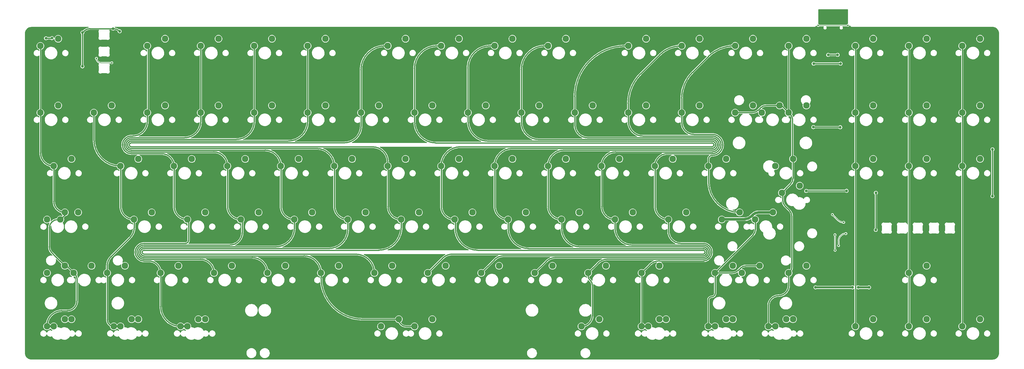
<source format=gbr>
%TF.GenerationSoftware,KiCad,Pcbnew,(6.0.5)*%
%TF.CreationDate,2022-07-04T16:20:22+08:00*%
%TF.ProjectId,track-lost,74726163-6b2d-46c6-9f73-742e6b696361,rev?*%
%TF.SameCoordinates,Original*%
%TF.FileFunction,Copper,L1,Top*%
%TF.FilePolarity,Positive*%
%FSLAX46Y46*%
G04 Gerber Fmt 4.6, Leading zero omitted, Abs format (unit mm)*
G04 Created by KiCad (PCBNEW (6.0.5)) date 2022-07-04 16:20:22*
%MOMM*%
%LPD*%
G01*
G04 APERTURE LIST*
%TA.AperFunction,ComponentPad*%
%ADD10C,2.300000*%
%TD*%
%TA.AperFunction,ComponentPad*%
%ADD11C,0.600000*%
%TD*%
%TA.AperFunction,ComponentPad*%
%ADD12O,1.000000X1.600000*%
%TD*%
%TA.AperFunction,ComponentPad*%
%ADD13O,1.000000X2.100000*%
%TD*%
%TA.AperFunction,ViaPad*%
%ADD14C,1.000000*%
%TD*%
%TA.AperFunction,ViaPad*%
%ADD15C,0.800000*%
%TD*%
%TA.AperFunction,ViaPad*%
%ADD16C,0.600000*%
%TD*%
%TA.AperFunction,Conductor*%
%ADD17C,0.400000*%
%TD*%
%TA.AperFunction,Conductor*%
%ADD18C,0.381000*%
%TD*%
%TA.AperFunction,Conductor*%
%ADD19C,0.200000*%
%TD*%
%TA.AperFunction,Conductor*%
%ADD20C,0.700000*%
%TD*%
%TA.AperFunction,Conductor*%
%ADD21C,0.900000*%
%TD*%
G04 APERTURE END LIST*
D10*
%TO.P,SW33,1,1*%
%TO.N,COL13*%
X233640000Y-75872500D03*
%TO.P,SW33,2,2*%
%TO.N,Net-(D31-Pad2)*%
X239990000Y-73332500D03*
%TD*%
%TO.P,SW82,1,1*%
%TO.N,COL11*%
X200302500Y-133022500D03*
%TO.P,SW82,2,2*%
%TO.N,Net-(D76-Pad2)*%
X206652500Y-130482500D03*
%TD*%
%TO.P,SW76,1,1*%
%TO.N,COL5*%
X86002500Y-133022500D03*
%TO.P,SW76,2,2*%
%TO.N,Net-(D70-Pad2)*%
X92352500Y-130482500D03*
%TD*%
%TO.P,SW8,1,1*%
%TO.N,COL7*%
X128865000Y-52060000D03*
%TO.P,SW8,2,2*%
%TO.N,Net-(D7-Pad2)*%
X135215000Y-49520000D03*
%TD*%
%TO.P,SW83,1,1*%
%TO.N,Net-(D77-Pad2)*%
X236021250Y-133022500D03*
%TO.P,SW83,2,2*%
%TO.N,COL12*%
X242371250Y-130482500D03*
%TD*%
%TO.P,SW2,1,1*%
%TO.N,COL0*%
X-13985000Y-52085000D03*
%TO.P,SW2,2,2*%
%TO.N,Net-(D1-Pad2)*%
X-7635000Y-49545000D03*
%TD*%
%TO.P,SW28,1,1*%
%TO.N,COL9*%
X157440000Y-75872500D03*
%TO.P,SW28,2,2*%
%TO.N,Net-(D27-Pad2)*%
X163790000Y-73332500D03*
%TD*%
%TO.P,SW42,1,1*%
%TO.N,COL5*%
X90765000Y-94922500D03*
%TO.P,SW42,2,2*%
%TO.N,Net-(D40-Pad2)*%
X97115000Y-92382500D03*
%TD*%
%TO.P,SW36,1,1*%
%TO.N,COL16*%
X314602500Y-75872500D03*
%TO.P,SW36,2,2*%
%TO.N,Net-(D34-Pad2)*%
X320952500Y-73332500D03*
%TD*%
%TO.P,SW95,1,1*%
%TO.N,COL10*%
X178871250Y-152072500D03*
%TO.P,SW95,2,2*%
%TO.N,Net-(D84-Pad2)*%
X185221250Y-149532500D03*
%TD*%
%TO.P,SW97,1,1*%
%TO.N,COL11*%
X202683750Y-152072500D03*
%TO.P,SW97,2,2*%
%TO.N,Net-(D85-Pad2)*%
X209033750Y-149532500D03*
%TD*%
%TO.P,SW84,1,1*%
%TO.N,COL12*%
X226496250Y-133022500D03*
%TO.P,SW84,2,2*%
%TO.N,Net-(D77-Pad2)*%
X232846250Y-130482500D03*
%TD*%
%TO.P,SW90,1,1*%
%TO.N,COL1*%
X14565000Y-152072500D03*
%TO.P,SW90,2,2*%
%TO.N,Net-(D81-Pad2)*%
X20915000Y-149532500D03*
%TD*%
%TO.P,SW51,1,1*%
%TO.N,COL13*%
X250308750Y-104447500D03*
%TO.P,SW51,2,2*%
%TO.N,Net-(D48-Pad2)*%
X256658750Y-101907500D03*
%TD*%
%TO.P,SW87,1,1*%
%TO.N,COL0*%
X-11628750Y-152072500D03*
%TO.P,SW87,2,2*%
%TO.N,Net-(D80-Pad2)*%
X-5278750Y-149532500D03*
%TD*%
%TO.P,SW80,1,1*%
%TO.N,COL9*%
X162202500Y-133022500D03*
%TO.P,SW80,2,2*%
%TO.N,Net-(D74-Pad2)*%
X168552500Y-130482500D03*
%TD*%
%TO.P,SW27,1,1*%
%TO.N,COL8*%
X138390000Y-75872500D03*
%TO.P,SW27,2,2*%
%TO.N,Net-(D26-Pad2)*%
X144740000Y-73332500D03*
%TD*%
%TO.P,SW9,1,1*%
%TO.N,COL8*%
X147915000Y-52060000D03*
%TO.P,SW9,2,2*%
%TO.N,Net-(D8-Pad2)*%
X154265000Y-49520000D03*
%TD*%
%TO.P,SW100,1,1*%
%TO.N,COL13*%
X245546250Y-152072500D03*
%TO.P,SW100,2,2*%
%TO.N,Net-(D87-Pad2)*%
X251896250Y-149532500D03*
%TD*%
%TO.P,SW67,1,1*%
%TO.N,COL11*%
X209827500Y-113972500D03*
%TO.P,SW67,2,2*%
%TO.N,Net-(D63-Pad2)*%
X216177500Y-111432500D03*
%TD*%
%TO.P,SW71,1,1*%
%TO.N,COL0*%
X-2103750Y-133022500D03*
%TO.P,SW71,2,2*%
%TO.N,Net-(D65-Pad2)*%
X4246250Y-130482500D03*
%TD*%
%TO.P,SW40,1,1*%
%TO.N,COL3*%
X52665000Y-94922500D03*
%TO.P,SW40,2,2*%
%TO.N,Net-(D38-Pad2)*%
X59015000Y-92382500D03*
%TD*%
%TO.P,SW52,1,1*%
%TO.N,COL14*%
X276502500Y-94922500D03*
%TO.P,SW52,2,2*%
%TO.N,Net-(D49-Pad2)*%
X282852500Y-92382500D03*
%TD*%
%TO.P,SW15,1,1*%
%TO.N,COL14*%
X276502500Y-52060000D03*
%TO.P,SW15,2,2*%
%TO.N,Net-(D14-Pad2)*%
X282852500Y-49520000D03*
%TD*%
%TO.P,SW46,1,1*%
%TO.N,COL9*%
X166960000Y-94920000D03*
%TO.P,SW46,2,2*%
%TO.N,Net-(D44-Pad2)*%
X173310000Y-92380000D03*
%TD*%
%TO.P,SW49,1,1*%
%TO.N,COL12*%
X224115000Y-94920000D03*
%TO.P,SW49,2,2*%
%TO.N,Net-(D47-Pad2)*%
X230465000Y-92380000D03*
%TD*%
%TO.P,SW68,1,1*%
%TO.N,Net-(D64-Pad2)*%
X228877500Y-113972500D03*
%TO.P,SW68,2,2*%
%TO.N,COL12*%
X235227500Y-111432500D03*
%TD*%
%TO.P,SW65,1,1*%
%TO.N,COL9*%
X171727500Y-113972500D03*
%TO.P,SW65,2,2*%
%TO.N,Net-(D61-Pad2)*%
X178077500Y-111432500D03*
%TD*%
%TO.P,SW101,1,1*%
%TO.N,COL13*%
X247927500Y-152072500D03*
%TO.P,SW101,2,2*%
%TO.N,Net-(D87-Pad2)*%
X254277500Y-149532500D03*
%TD*%
%TO.P,SW43,1,1*%
%TO.N,COL6*%
X109815000Y-94922500D03*
%TO.P,SW43,2,2*%
%TO.N,Net-(D41-Pad2)*%
X116165000Y-92382500D03*
%TD*%
%TO.P,SW79,1,1*%
%TO.N,COL8*%
X143152500Y-133022500D03*
%TO.P,SW79,2,2*%
%TO.N,Net-(D73-Pad2)*%
X149502500Y-130482500D03*
%TD*%
%TO.P,SW61,1,1*%
%TO.N,COL5*%
X95527500Y-113972500D03*
%TO.P,SW61,2,2*%
%TO.N,Net-(D57-Pad2)*%
X101877500Y-111432500D03*
%TD*%
%TO.P,SW38,1,1*%
%TO.N,COL1*%
X14565000Y-94922500D03*
%TO.P,SW38,2,2*%
%TO.N,Net-(D36-Pad2)*%
X20915000Y-92382500D03*
%TD*%
%TO.P,SW34,1,1*%
%TO.N,COL14*%
X276502500Y-75872500D03*
%TO.P,SW34,2,2*%
%TO.N,Net-(D32-Pad2)*%
X282852500Y-73332500D03*
%TD*%
%TO.P,SW5,1,1*%
%TO.N,COL4*%
X62190000Y-52060000D03*
%TO.P,SW5,2,2*%
%TO.N,Net-(D4-Pad2)*%
X68540000Y-49520000D03*
%TD*%
%TO.P,SW30,1,1*%
%TO.N,COL11*%
X195540000Y-75872500D03*
%TO.P,SW30,2,2*%
%TO.N,Net-(D29-Pad2)*%
X201890000Y-73332500D03*
%TD*%
%TO.P,SW57,1,1*%
%TO.N,COL1*%
X19327500Y-113972500D03*
%TO.P,SW57,2,2*%
%TO.N,Net-(D53-Pad2)*%
X25677500Y-111432500D03*
%TD*%
%TO.P,SW53,1,1*%
%TO.N,COL15*%
X295552500Y-94922500D03*
%TO.P,SW53,2,2*%
%TO.N,Net-(D50-Pad2)*%
X301902500Y-92382500D03*
%TD*%
%TO.P,SW21,1,1*%
%TO.N,COL2*%
X24090000Y-75872500D03*
%TO.P,SW21,2,2*%
%TO.N,Net-(D20-Pad2)*%
X30440000Y-73332500D03*
%TD*%
%TO.P,SW16,1,1*%
%TO.N,COL15*%
X295552500Y-52060000D03*
%TO.P,SW16,2,2*%
%TO.N,Net-(D15-Pad2)*%
X301902500Y-49520000D03*
%TD*%
%TO.P,SW47,1,1*%
%TO.N,COL10*%
X186015000Y-94920000D03*
%TO.P,SW47,2,2*%
%TO.N,Net-(D45-Pad2)*%
X192365000Y-92380000D03*
%TD*%
%TO.P,SW104,1,1*%
%TO.N,COL16*%
X314602500Y-152072500D03*
%TO.P,SW104,2,2*%
%TO.N,Net-(D90-Pad2)*%
X320952500Y-149532500D03*
%TD*%
%TO.P,SW102,1,1*%
%TO.N,COL14*%
X276502500Y-152072500D03*
%TO.P,SW102,2,2*%
%TO.N,Net-(D88-Pad2)*%
X282852500Y-149532500D03*
%TD*%
%TO.P,SW69,1,1*%
%TO.N,COL12*%
X240783750Y-113972500D03*
%TO.P,SW69,2,2*%
%TO.N,Net-(D64-Pad2)*%
X247133750Y-111432500D03*
%TD*%
%TO.P,SW75,1,1*%
%TO.N,COL4*%
X66952500Y-133022500D03*
%TO.P,SW75,2,2*%
%TO.N,Net-(D69-Pad2)*%
X73302500Y-130482500D03*
%TD*%
%TO.P,SW31,1,1*%
%TO.N,COL12*%
X214590000Y-75872500D03*
%TO.P,SW31,2,2*%
%TO.N,Net-(D30-Pad2)*%
X220940000Y-73332500D03*
%TD*%
%TO.P,SW24,1,1*%
%TO.N,COL5*%
X81240000Y-75872500D03*
%TO.P,SW24,2,2*%
%TO.N,Net-(D23-Pad2)*%
X87590000Y-73332500D03*
%TD*%
%TO.P,SW92,1,1*%
%TO.N,COL2*%
X38377500Y-152072500D03*
%TO.P,SW92,2,2*%
%TO.N,Net-(D82-Pad2)*%
X44727500Y-149532500D03*
%TD*%
%TO.P,SW32,1,1*%
%TO.N,Net-(D31-Pad2)*%
X243165000Y-75872500D03*
%TO.P,SW32,2,2*%
%TO.N,COL13*%
X249515000Y-73332500D03*
%TD*%
%TO.P,SW59,1,1*%
%TO.N,COL3*%
X57427500Y-113972500D03*
%TO.P,SW59,2,2*%
%TO.N,Net-(D55-Pad2)*%
X63777500Y-111432500D03*
%TD*%
%TO.P,SW6,1,1*%
%TO.N,COL5*%
X81240000Y-52060000D03*
%TO.P,SW6,2,2*%
%TO.N,Net-(D5-Pad2)*%
X87590000Y-49520000D03*
%TD*%
%TO.P,SW58,1,1*%
%TO.N,COL2*%
X38377500Y-113972500D03*
%TO.P,SW58,2,2*%
%TO.N,Net-(D54-Pad2)*%
X44727500Y-111432500D03*
%TD*%
%TO.P,SW77,1,1*%
%TO.N,COL6*%
X105052500Y-133022500D03*
%TO.P,SW77,2,2*%
%TO.N,Net-(D71-Pad2)*%
X111402500Y-130482500D03*
%TD*%
%TO.P,SW103,1,1*%
%TO.N,COL15*%
X295552500Y-152072500D03*
%TO.P,SW103,2,2*%
%TO.N,Net-(D89-Pad2)*%
X301902500Y-149532500D03*
%TD*%
%TO.P,SW62,1,1*%
%TO.N,COL6*%
X114577500Y-113972500D03*
%TO.P,SW62,2,2*%
%TO.N,Net-(D58-Pad2)*%
X120927500Y-111432500D03*
%TD*%
%TO.P,SW20,1,1*%
%TO.N,COL1*%
X5040000Y-75872500D03*
%TO.P,SW20,2,2*%
%TO.N,Net-(D19-Pad2)*%
X11390000Y-73332500D03*
%TD*%
%TO.P,SW44,1,1*%
%TO.N,COL7*%
X128865000Y-94922500D03*
%TO.P,SW44,2,2*%
%TO.N,Net-(D42-Pad2)*%
X135215000Y-92382500D03*
%TD*%
%TO.P,SW45,1,1*%
%TO.N,COL8*%
X147915000Y-94922500D03*
%TO.P,SW45,2,2*%
%TO.N,Net-(D43-Pad2)*%
X154265000Y-92382500D03*
%TD*%
%TO.P,SW4,1,1*%
%TO.N,COL3*%
X43140000Y-52060000D03*
%TO.P,SW4,2,2*%
%TO.N,Net-(D3-Pad2)*%
X49490000Y-49520000D03*
%TD*%
%TO.P,SW74,1,1*%
%TO.N,COL3*%
X47902500Y-133022500D03*
%TO.P,SW74,2,2*%
%TO.N,Net-(D68-Pad2)*%
X54252500Y-130482500D03*
%TD*%
%TO.P,SW26,1,1*%
%TO.N,COL7*%
X119340000Y-75872500D03*
%TO.P,SW26,2,2*%
%TO.N,Net-(D25-Pad2)*%
X125690000Y-73332500D03*
%TD*%
%TO.P,SW89,1,1*%
%TO.N,COL1*%
X12183750Y-152072500D03*
%TO.P,SW89,2,2*%
%TO.N,Net-(D81-Pad2)*%
X18533750Y-149532500D03*
%TD*%
%TO.P,SW50,1,1*%
%TO.N,Net-(D48-Pad2)*%
X247927500Y-94920000D03*
%TO.P,SW50,2,2*%
%TO.N,COL13*%
X254277500Y-92380000D03*
%TD*%
%TO.P,SW91,1,1*%
%TO.N,COL2*%
X35996250Y-152072500D03*
%TO.P,SW91,2,2*%
%TO.N,Net-(D82-Pad2)*%
X42346250Y-149532500D03*
%TD*%
%TO.P,SW13,1,1*%
%TO.N,COL12*%
X233640000Y-52060000D03*
%TO.P,SW13,2,2*%
%TO.N,Net-(D12-Pad2)*%
X239990000Y-49520000D03*
%TD*%
%TO.P,SW17,1,1*%
%TO.N,COL16*%
X314602500Y-52060000D03*
%TO.P,SW17,2,2*%
%TO.N,Net-(D16-Pad2)*%
X320952500Y-49520000D03*
%TD*%
%TO.P,SW85,1,1*%
%TO.N,COL13*%
X252690000Y-133022500D03*
%TO.P,SW85,2,2*%
%TO.N,Net-(D78-Pad2)*%
X259040000Y-130482500D03*
%TD*%
%TO.P,SW60,1,1*%
%TO.N,COL4*%
X76477500Y-113972500D03*
%TO.P,SW60,2,2*%
%TO.N,Net-(D56-Pad2)*%
X82827500Y-111432500D03*
%TD*%
%TO.P,SW48,1,1*%
%TO.N,COL11*%
X205065000Y-94920000D03*
%TO.P,SW48,2,2*%
%TO.N,Net-(D46-Pad2)*%
X211415000Y-92380000D03*
%TD*%
%TO.P,SW3,1,1*%
%TO.N,COL2*%
X24090000Y-52060000D03*
%TO.P,SW3,2,2*%
%TO.N,Net-(D2-Pad2)*%
X30440000Y-49520000D03*
%TD*%
%TO.P,SW56,1,1*%
%TO.N,COL0*%
X-6866250Y-113972500D03*
%TO.P,SW56,2,2*%
%TO.N,Net-(D52-Pad2)*%
X-516250Y-111432500D03*
%TD*%
%TO.P,SW93,1,1*%
%TO.N,Net-(D83-Pad2)*%
X107433750Y-152072500D03*
%TO.P,SW93,2,2*%
%TO.N,COL5*%
X113783750Y-149532500D03*
%TD*%
%TO.P,SW41,1,1*%
%TO.N,COL4*%
X71715000Y-94922500D03*
%TO.P,SW41,2,2*%
%TO.N,Net-(D39-Pad2)*%
X78065000Y-92382500D03*
%TD*%
%TO.P,SW98,1,1*%
%TO.N,COL12*%
X224115000Y-152072500D03*
%TO.P,SW98,2,2*%
%TO.N,Net-(D86-Pad2)*%
X230465000Y-149532500D03*
%TD*%
%TO.P,SW73,1,1*%
%TO.N,COL2*%
X28852500Y-133022500D03*
%TO.P,SW73,2,2*%
%TO.N,Net-(D67-Pad2)*%
X35202500Y-130482500D03*
%TD*%
%TO.P,SW64,1,1*%
%TO.N,COL8*%
X152677500Y-113972500D03*
%TO.P,SW64,2,2*%
%TO.N,Net-(D60-Pad2)*%
X159027500Y-111432500D03*
%TD*%
%TO.P,SW54,1,1*%
%TO.N,COL16*%
X314602500Y-94922500D03*
%TO.P,SW54,2,2*%
%TO.N,Net-(D51-Pad2)*%
X320952500Y-92382500D03*
%TD*%
%TO.P,SW88,1,1*%
%TO.N,COL0*%
X-9247500Y-152072500D03*
%TO.P,SW88,2,2*%
%TO.N,Net-(D80-Pad2)*%
X-2897500Y-149532500D03*
%TD*%
%TO.P,SW78,1,1*%
%TO.N,COL7*%
X124102500Y-133022500D03*
%TO.P,SW78,2,2*%
%TO.N,Net-(D72-Pad2)*%
X130452500Y-130482500D03*
%TD*%
%TO.P,SW23,1,1*%
%TO.N,COL4*%
X62190000Y-75872500D03*
%TO.P,SW23,2,2*%
%TO.N,Net-(D22-Pad2)*%
X68540000Y-73332500D03*
%TD*%
%TO.P,SW39,1,1*%
%TO.N,COL2*%
X33615000Y-94922500D03*
%TO.P,SW39,2,2*%
%TO.N,Net-(D37-Pad2)*%
X39965000Y-92382500D03*
%TD*%
%TO.P,SW10,1,1*%
%TO.N,COL9*%
X166965000Y-52060000D03*
%TO.P,SW10,2,2*%
%TO.N,Net-(D9-Pad2)*%
X173315000Y-49520000D03*
%TD*%
%TO.P,SW22,1,1*%
%TO.N,COL3*%
X43140000Y-75872500D03*
%TO.P,SW22,2,2*%
%TO.N,Net-(D21-Pad2)*%
X49490000Y-73332500D03*
%TD*%
%TO.P,SW70,1,1*%
%TO.N,Net-(D65-Pad2)*%
X-11628750Y-133022500D03*
%TO.P,SW70,2,2*%
%TO.N,COL0*%
X-5278750Y-130482500D03*
%TD*%
%TO.P,SW99,1,1*%
%TO.N,COL12*%
X226496250Y-152072500D03*
%TO.P,SW99,2,2*%
%TO.N,Net-(D86-Pad2)*%
X232846250Y-149532500D03*
%TD*%
%TO.P,SW96,1,1*%
%TO.N,COL11*%
X200302500Y-152072500D03*
%TO.P,SW96,2,2*%
%TO.N,Net-(D85-Pad2)*%
X206652500Y-149532500D03*
%TD*%
%TO.P,SW7,1,1*%
%TO.N,COL6*%
X109815000Y-52060000D03*
%TO.P,SW7,2,2*%
%TO.N,Net-(D6-Pad2)*%
X116165000Y-49520000D03*
%TD*%
%TO.P,SW25,1,1*%
%TO.N,COL6*%
X100290000Y-75872500D03*
%TO.P,SW25,2,2*%
%TO.N,Net-(D24-Pad2)*%
X106640000Y-73332500D03*
%TD*%
%TO.P,SW37,1,1*%
%TO.N,COL0*%
X-9247500Y-94922500D03*
%TO.P,SW37,2,2*%
%TO.N,Net-(D35-Pad2)*%
X-2897500Y-92382500D03*
%TD*%
%TO.P,SW35,1,1*%
%TO.N,COL15*%
X295552500Y-75872500D03*
%TO.P,SW35,2,2*%
%TO.N,Net-(D33-Pad2)*%
X301902500Y-73332500D03*
%TD*%
%TO.P,SW86,1,1*%
%TO.N,COL15*%
X295552500Y-133022500D03*
%TO.P,SW86,2,2*%
%TO.N,Net-(D79-Pad2)*%
X301902500Y-130482500D03*
%TD*%
%TO.P,SW12,1,1*%
%TO.N,COL11*%
X214590000Y-52060000D03*
%TO.P,SW12,2,2*%
%TO.N,Net-(D11-Pad2)*%
X220940000Y-49520000D03*
%TD*%
%TO.P,SW55,1,1*%
%TO.N,Net-(D52-Pad2)*%
X-11628750Y-113972500D03*
%TO.P,SW55,2,2*%
%TO.N,COL0*%
X-5278750Y-111432500D03*
%TD*%
%TO.P,SW11,1,1*%
%TO.N,COL10*%
X195570000Y-52060000D03*
%TO.P,SW11,2,2*%
%TO.N,Net-(D10-Pad2)*%
X201920000Y-49520000D03*
%TD*%
%TO.P,SW66,1,1*%
%TO.N,COL10*%
X190777500Y-113972500D03*
%TO.P,SW66,2,2*%
%TO.N,Net-(D62-Pad2)*%
X197127500Y-111432500D03*
%TD*%
%TO.P,SW29,1,1*%
%TO.N,COL10*%
X176490000Y-75872500D03*
%TO.P,SW29,2,2*%
%TO.N,Net-(D28-Pad2)*%
X182840000Y-73332500D03*
%TD*%
%TO.P,SW14,1,1*%
%TO.N,COL13*%
X252690000Y-52060000D03*
%TO.P,SW14,2,2*%
%TO.N,Net-(D13-Pad2)*%
X259040000Y-49520000D03*
%TD*%
%TO.P,SW72,1,1*%
%TO.N,COL1*%
X9802500Y-133022500D03*
%TO.P,SW72,2,2*%
%TO.N,Net-(D66-Pad2)*%
X16152500Y-130482500D03*
%TD*%
%TO.P,SW18,1,1*%
%TO.N,COL13*%
X252690000Y-75872500D03*
%TO.P,SW18,2,2*%
%TO.N,Net-(D17-Pad2)*%
X259040000Y-73332500D03*
%TD*%
%TO.P,SW94,1,1*%
%TO.N,COL5*%
X119340000Y-152072500D03*
%TO.P,SW94,2,2*%
%TO.N,Net-(D83-Pad2)*%
X125690000Y-149532500D03*
%TD*%
%TO.P,SW63,1,1*%
%TO.N,COL7*%
X133627500Y-113972500D03*
%TO.P,SW63,2,2*%
%TO.N,Net-(D59-Pad2)*%
X139977500Y-111432500D03*
%TD*%
%TO.P,SW19,1,1*%
%TO.N,COL0*%
X-13985000Y-75872500D03*
%TO.P,SW19,2,2*%
%TO.N,Net-(D18-Pad2)*%
X-7635000Y-73332500D03*
%TD*%
%TO.P,SW81,1,1*%
%TO.N,COL10*%
X181252500Y-133022500D03*
%TO.P,SW81,2,2*%
%TO.N,Net-(D75-Pad2)*%
X187602500Y-130482500D03*
%TD*%
D11*
%TO.P,U4,57,GND*%
%TO.N,GND*%
X272396750Y-115900000D03*
X271121750Y-117175000D03*
X269846750Y-117175000D03*
X269846750Y-118450000D03*
X272396750Y-117175000D03*
X272396750Y-118450000D03*
X271121750Y-115900000D03*
X271121750Y-118450000D03*
X269846750Y-115900000D03*
%TD*%
D12*
%TO.P,J1,S1,SHIELD*%
%TO.N,GND*%
X272906250Y-41987500D03*
X264266250Y-41987500D03*
D13*
X272906250Y-46167500D03*
X264266250Y-46167500D03*
%TD*%
D14*
%TO.N,+5V*%
X1002500Y-47332500D03*
X14252500Y-46852500D03*
X283825000Y-104452500D03*
X325352500Y-105622500D03*
X283782500Y-117672500D03*
X-11997500Y-49352500D03*
X11912500Y-45912500D03*
X266812500Y-55272500D03*
X-9877500Y-49292500D03*
X1002500Y-59362500D03*
X270182500Y-55252500D03*
X325372500Y-88952500D03*
%TO.N,GND*%
X272880000Y-108590000D03*
X306882500Y-50032500D03*
X38242500Y-108092500D03*
X265210000Y-111340000D03*
X4102500Y-55472500D03*
D15*
X264046000Y-48562000D03*
D14*
X275332500Y-162112500D03*
X260985000Y-123472500D03*
X323602500Y-51862500D03*
X238782500Y-144062500D03*
X31135000Y-65732500D03*
X286842500Y-143312500D03*
X162002500Y-47982500D03*
X13172500Y-54872500D03*
X69472500Y-162132500D03*
X264205000Y-120462500D03*
X263970000Y-108590000D03*
X289892500Y-87902500D03*
X113312500Y-47962500D03*
X29192500Y-46762500D03*
X58132500Y-162482500D03*
X322775000Y-102512500D03*
X308962500Y-68822500D03*
X290395000Y-120532500D03*
X99562500Y-108092500D03*
X56822500Y-108092500D03*
X148635000Y-162392500D03*
X270482500Y-128282500D03*
X279812500Y-46762500D03*
X177405000Y-162632500D03*
X98972500Y-162132500D03*
X301685000Y-120532500D03*
D15*
X273182500Y-48422500D03*
D14*
X307355000Y-120482500D03*
X277612500Y-112632500D03*
X240472500Y-149842500D03*
X114642500Y-153252500D03*
X279322500Y-50892500D03*
X79762500Y-108022500D03*
X289892500Y-68932500D03*
X265922500Y-60542500D03*
X228452500Y-49632500D03*
X2932500Y-60362500D03*
X153602500Y-108232500D03*
X-17117500Y-54022500D03*
X137282500Y-108322500D03*
X250865000Y-119412500D03*
X13132500Y-48842500D03*
X308142500Y-143832500D03*
X28442500Y-162082500D03*
X80225000Y-151122500D03*
X240082500Y-162162500D03*
X207302500Y-48032500D03*
X282460000Y-110240000D03*
X304925000Y-132712500D03*
X134252500Y-162152500D03*
X217732500Y-151722500D03*
X169532500Y-162082500D03*
X13262500Y-60802500D03*
X34482500Y-49212500D03*
X299872500Y-46582500D03*
D15*
X264808000Y-50594000D03*
D14*
X296735000Y-120362500D03*
X-9415000Y-51392500D03*
X256575000Y-119382500D03*
X287352500Y-50032500D03*
X75131457Y-47833000D03*
X289150000Y-106560000D03*
X309002500Y-88012500D03*
X267062500Y-145362500D03*
X118862500Y-108162500D03*
X191412500Y-108232500D03*
X173042500Y-108232500D03*
X204832500Y-162152500D03*
X277755000Y-119572500D03*
X4092500Y-49432500D03*
X-9227500Y-46312500D03*
X-11777500Y-48062500D03*
D16*
%TO.N,+3V3*%
X269242500Y-119422500D03*
X269262500Y-124942500D03*
%TO.N,+1V1*%
X273110649Y-118991710D03*
X268323000Y-112225000D03*
X270512500Y-123252500D03*
X272333000Y-114985000D03*
D14*
%TO.N,ROW0*%
X261642500Y-58412500D03*
X271222500Y-58392500D03*
%TO.N,ROW1*%
X261502500Y-81022500D03*
X271112500Y-81062500D03*
%TO.N,ROW2*%
X258962500Y-103782500D03*
X273362500Y-103742500D03*
%TO.N,ROW4*%
X277532500Y-138172500D03*
X275502500Y-138172500D03*
X281372500Y-138172500D03*
X262312500Y-138172500D03*
D16*
%TO.N,Net-(LED11-Pad3)*%
X263222500Y-44772500D03*
X273882500Y-44722500D03*
%TO.N,Net-(LED18-Pad2)*%
X6002500Y-56510500D03*
X11462500Y-58102500D03*
%TD*%
D17*
%TO.N,+5V*%
X-9947500Y-49362500D02*
X-9877500Y-49292500D01*
X11973820Y-45973820D02*
X11912500Y-45912500D01*
X1543820Y-46791180D02*
X1002500Y-47332500D01*
X325360000Y-105615000D02*
X325360000Y-88965000D01*
X12079859Y-45912500D02*
X11912500Y-45912500D01*
X283822500Y-117632500D02*
X283782500Y-117672500D01*
X-9937500Y-49352500D02*
X-9877500Y-49292500D01*
X283822500Y-104452500D02*
X283822500Y-117632500D01*
X325352500Y-105622500D02*
X325360000Y-105615000D01*
X325360000Y-88965000D02*
X325372500Y-88952500D01*
X-11997500Y-49352500D02*
X-9937500Y-49352500D01*
X270162500Y-55272500D02*
X270182500Y-55252500D01*
X1002500Y-47332500D02*
X1002500Y-59362500D01*
X266812500Y-55272500D02*
X270162500Y-55272500D01*
X14262500Y-46852500D02*
X14201179Y-46791179D01*
X11912500Y-45912500D02*
X3665141Y-45912500D01*
X1543820Y-46791180D02*
G75*
G02*
X3665141Y-45912500I2121320J-2121320D01*
G01*
X14201179Y-46791179D02*
G75*
G03*
X12079859Y-45912500I-2121319J-2121321D01*
G01*
D18*
%TO.N,GND*%
X264808000Y-49324000D02*
X264046000Y-48562000D01*
X264808000Y-50594000D02*
X264808000Y-49324000D01*
D19*
%TO.N,+3V3*%
X269262500Y-124942500D02*
X269262500Y-119442500D01*
X269262500Y-119442500D02*
X269242500Y-119422500D01*
%TO.N,+1V1*%
X272325641Y-114985000D02*
X272333000Y-114985000D01*
X268323000Y-112225000D02*
X270204321Y-114106321D01*
X270512500Y-123252500D02*
X270512500Y-121589859D01*
X273110649Y-118991800D02*
G75*
G03*
X270512500Y-121589859I-49J-2598100D01*
G01*
X270204301Y-114106341D02*
G75*
G03*
X272325641Y-114985000I2121299J2121341D01*
G01*
D17*
%TO.N,ROW0*%
X271202500Y-58412500D02*
X271222500Y-58392500D01*
X261642500Y-58412500D02*
X271202500Y-58412500D01*
%TO.N,ROW1*%
X271072500Y-81022500D02*
X271112500Y-81062500D01*
X261502500Y-81022500D02*
X271072500Y-81022500D01*
%TO.N,ROW2*%
X258962500Y-103782500D02*
X273302500Y-103782500D01*
D19*
X273312500Y-103792500D02*
X273362500Y-103742500D01*
D17*
X273302500Y-103782500D02*
X273312500Y-103792500D01*
%TO.N,COL0*%
X-4440091Y-146502500D02*
X-6377500Y-146502500D01*
X-11628750Y-151753750D02*
X-11628750Y-152072500D01*
X-9192979Y-94977021D02*
X-9192979Y-107518271D01*
X-9938820Y-125822430D02*
X-8797705Y-126963545D01*
X-10817500Y-117005141D02*
X-10817500Y-123701109D01*
X-6866250Y-113972500D02*
X-7784859Y-113972500D01*
X-2103750Y-133022500D02*
X-1539536Y-133586714D01*
X-13985000Y-75872500D02*
X-13930479Y-75817979D01*
X-2103750Y-133022500D02*
X-4643750Y-130482500D01*
X-8797705Y-126963545D02*
X-5278750Y-130482500D01*
X-13985000Y-75872500D02*
X-13930479Y-75927021D01*
D20*
X-9247500Y-152072500D02*
X-11628750Y-152072500D01*
D17*
X-9906180Y-114851180D02*
X-9938821Y-114883821D01*
X-9247500Y-94922500D02*
X-9192979Y-94977021D01*
X-13930479Y-75817979D02*
X-13930479Y-62315479D01*
X-13985000Y-52085000D02*
X-13930479Y-52139521D01*
X-13930479Y-75927021D02*
X-13930479Y-90239521D01*
X-953750Y-135000927D02*
X-953750Y-143016159D01*
X-5278750Y-112385000D02*
X-6866250Y-113972500D01*
X-5278750Y-111432500D02*
X-5278750Y-112385000D01*
X-4643750Y-130482500D02*
X-5278750Y-130482500D01*
X-13930479Y-52139521D02*
X-13930479Y-62315479D01*
X-9938820Y-125822430D02*
G75*
G02*
X-10817500Y-123701109I2121325J2121323D01*
G01*
X-5278750Y-111432500D02*
G75*
G02*
X-9192979Y-107518271I0J3914229D01*
G01*
X-11628750Y-151753750D02*
G75*
G02*
X-6377500Y-146502500I5251252J-2D01*
G01*
X-4440091Y-146502500D02*
G75*
G03*
X-953750Y-143016159I-1J3486342D01*
G01*
X-7784859Y-113972501D02*
G75*
G03*
X-9906179Y-114851181I-3J-2999993D01*
G01*
X-953751Y-135000927D02*
G75*
G03*
X-1539537Y-133586715I-1999999J0D01*
G01*
X-9247500Y-94922500D02*
G75*
G02*
X-13930479Y-90239521I1J4682980D01*
G01*
X-9938821Y-114883821D02*
G75*
G03*
X-10817500Y-117005141I2121319J-2121319D01*
G01*
%TO.N,COL1*%
X9802500Y-133022500D02*
X9857021Y-133077021D01*
X14619521Y-94977021D02*
X14619521Y-109264521D01*
X14565000Y-94922500D02*
X14619521Y-94977021D01*
X5094521Y-75927021D02*
X5094521Y-85452021D01*
X19452500Y-114097500D02*
X19327500Y-113972500D01*
X19452500Y-116871432D02*
X19452500Y-114097500D01*
D20*
X14565000Y-152072500D02*
X12183750Y-152072500D01*
D17*
X9857021Y-133077021D02*
X9857021Y-149745771D01*
X9802500Y-130663568D02*
X9802500Y-133022500D01*
X5040000Y-75872500D02*
X5094521Y-75927021D01*
X17988034Y-120406966D02*
X11266966Y-127128034D01*
X14565000Y-94922499D02*
G75*
G02*
X5094521Y-85452021I0J9470479D01*
G01*
X19452501Y-116871432D02*
G75*
G02*
X17988034Y-120406966I-5000001J2D01*
G01*
X12183750Y-152072499D02*
G75*
G02*
X9857021Y-149745771I0J2326729D01*
G01*
X19327500Y-113972499D02*
G75*
G02*
X14619521Y-109264521I0J4707979D01*
G01*
X11266967Y-127128035D02*
G75*
G03*
X9802500Y-130663568I3535533J-3535535D01*
G01*
%TO.N,COL2*%
X18345292Y-90482500D02*
X29175000Y-90482500D01*
X24144521Y-75927021D02*
X24144521Y-78961136D01*
X33669521Y-94977021D02*
X33669521Y-109264521D01*
X16232500Y-85082500D02*
X16139313Y-85175687D01*
X24090000Y-52060000D02*
X24418750Y-52388750D01*
X24090000Y-75872500D02*
X24144521Y-75927021D01*
X38825000Y-121421208D02*
X38825000Y-114420000D01*
X19812500Y-125615566D02*
X19812500Y-125592500D01*
X28852500Y-133022500D02*
X28907021Y-133077021D01*
X24418750Y-65168750D02*
X24418750Y-75543750D01*
X15262500Y-87292500D02*
X15262500Y-87385566D01*
X24582500Y-128752500D02*
X22842500Y-128752500D01*
X28907021Y-133077021D02*
X28907021Y-144983271D01*
X18899905Y-84205752D02*
X18349156Y-84205752D01*
X20703455Y-123441545D02*
X20732500Y-123412500D01*
D20*
X35996250Y-152072500D02*
X38377500Y-152072500D01*
D17*
X33615000Y-94922500D02*
X33669521Y-94977021D01*
X22977718Y-122482500D02*
X37763708Y-122482500D01*
X20828113Y-127918113D02*
X20722500Y-127812500D01*
X24418750Y-52388750D02*
X24418750Y-65168750D01*
X19812515Y-125615566D02*
G75*
G03*
X20722501Y-127812499I3106885J-34D01*
G01*
X16232498Y-85082498D02*
G75*
G02*
X18349156Y-84205752I2116652J-2116652D01*
G01*
X18345292Y-90482503D02*
G75*
G02*
X16172500Y-89582500I8J3072803D01*
G01*
X38377500Y-113972499D02*
G75*
G02*
X33669521Y-109264521I0J4707979D01*
G01*
X38825000Y-121421208D02*
G75*
G02*
X37763708Y-122482500I-1061300J8D01*
G01*
X15262493Y-87292500D02*
G75*
G02*
X16139313Y-85175687I2993607J0D01*
G01*
X38377500Y-113972500D02*
G75*
G02*
X38825000Y-114420000I0J-447500D01*
G01*
X35996250Y-152072499D02*
G75*
G02*
X28907021Y-144983271I0J7089229D01*
G01*
X18899905Y-84205751D02*
G75*
G03*
X24144521Y-78961136I5J5244611D01*
G01*
X33615000Y-94922500D02*
G75*
G03*
X29175000Y-90482500I-4440000J0D01*
G01*
X24582500Y-128752500D02*
G75*
G02*
X28852500Y-133022500I0J-4270000D01*
G01*
X16172502Y-89582498D02*
G75*
G02*
X15262500Y-87385566I2196938J2196938D01*
G01*
X22977718Y-122482508D02*
G75*
G03*
X20732500Y-123412500I-18J-3175192D01*
G01*
X20828107Y-127918119D02*
G75*
G03*
X22842500Y-128752500I2014393J2014419D01*
G01*
X20703457Y-123441547D02*
G75*
G03*
X19812500Y-125592500I2150943J-2150953D01*
G01*
D20*
%TO.N,ROW4*%
X262312500Y-138172500D02*
X275502500Y-138172500D01*
X277532500Y-138172500D02*
X281372500Y-138172500D01*
D21*
%TO.N,Net-(D64-Pad2)*%
X229030921Y-113819079D02*
X237149636Y-113819079D01*
X239270957Y-112940399D02*
X239900177Y-112311179D01*
X242021497Y-111432500D02*
X247133750Y-111432500D01*
X228877500Y-113972500D02*
X229030921Y-113819079D01*
X242021497Y-111432498D02*
G75*
G03*
X239900177Y-112311179I3J-3000002D01*
G01*
X239270934Y-112940376D02*
G75*
G02*
X237149636Y-113819079I-2121334J2121276D01*
G01*
D19*
%TO.N,Net-(LED11-Pad3)*%
X263222500Y-44772500D02*
X273832500Y-44772500D01*
X273832500Y-44772500D02*
X273882500Y-44722500D01*
%TO.N,Net-(LED18-Pad2)*%
X7594500Y-58102500D02*
X11462500Y-58102500D01*
X7594500Y-58102500D02*
G75*
G02*
X6002500Y-56510500I0J1592000D01*
G01*
D17*
%TO.N,COL3*%
X43140000Y-75872500D02*
X43194521Y-75927021D01*
X16592500Y-89112500D02*
X16624180Y-89144180D01*
X52719521Y-94977021D02*
X52719521Y-109264521D01*
X18382500Y-89872500D02*
X47772500Y-89872500D01*
X21250748Y-127470748D02*
X21202500Y-127422500D01*
X43194521Y-75927021D02*
X43194521Y-78961136D01*
X15882500Y-87292500D02*
X15882500Y-87398409D01*
X16692500Y-85492500D02*
X16582536Y-85602464D01*
X43022500Y-128142500D02*
X22872500Y-128142500D01*
X52665000Y-94922500D02*
X52719521Y-94977021D01*
X57965000Y-118610000D02*
X57965000Y-114510000D01*
X52665000Y-94765000D02*
X52665000Y-94922500D01*
X37341717Y-84813940D02*
X18330688Y-84813940D01*
X21202500Y-127422500D02*
X21166212Y-127386211D01*
X43194521Y-52114521D02*
X43140000Y-52060000D01*
X22982664Y-123090279D02*
X53484721Y-123090279D01*
X43194521Y-75817979D02*
X43194521Y-52114521D01*
X43140000Y-75872500D02*
X43194521Y-75817979D01*
X21250749Y-127470747D02*
G75*
G03*
X22872500Y-128142500I1621751J1621747D01*
G01*
X52665000Y-94765000D02*
G75*
G03*
X47772500Y-89872500I-4892500J0D01*
G01*
X57964979Y-118610000D02*
G75*
G02*
X53484721Y-123090279I-4480279J0D01*
G01*
X43022500Y-128142500D02*
G75*
G02*
X47902500Y-133022500I0J-4880000D01*
G01*
X57427500Y-113972500D02*
G75*
G02*
X57965000Y-114510000I0J-537500D01*
G01*
X22982664Y-123090265D02*
G75*
G03*
X21142501Y-123852501I36J-2602435D01*
G01*
X20422481Y-125590733D02*
G75*
G03*
X21166213Y-127386210I2539219J33D01*
G01*
X21142499Y-123852499D02*
G75*
G03*
X20422500Y-125590733I1738231J-1738231D01*
G01*
X16692503Y-85492503D02*
G75*
G02*
X18330688Y-84813940I1638197J-1638197D01*
G01*
X16592502Y-89112498D02*
G75*
G02*
X15882500Y-87398409I1714098J1714098D01*
G01*
X18382500Y-89872511D02*
G75*
G02*
X16624180Y-89144180I0J2486611D01*
G01*
X37341717Y-84813931D02*
G75*
G03*
X43194521Y-78961136I3J5852801D01*
G01*
X57427500Y-113972499D02*
G75*
G02*
X52719521Y-109264521I0J4707979D01*
G01*
X15882509Y-87292500D02*
G75*
G02*
X16582536Y-85602464I2390091J0D01*
G01*
%TO.N,COL4*%
X21042500Y-125632500D02*
X21042500Y-125600317D01*
X62244521Y-75817979D02*
X62244521Y-52114521D01*
X55792197Y-85413460D02*
X18572500Y-85413460D01*
X62244521Y-52114521D02*
X62190000Y-52060000D01*
X17092500Y-85942500D02*
X17019901Y-86015099D01*
X21692500Y-127052500D02*
X21586972Y-126946972D01*
X17012500Y-88672500D02*
X17036815Y-88696815D01*
X71715000Y-94922500D02*
X71769521Y-94977021D01*
X69894902Y-123698255D02*
X69916745Y-123698255D01*
X71769521Y-94977021D02*
X71769521Y-109264521D01*
X16482500Y-87312500D02*
X16482500Y-87392967D01*
X62244521Y-75927021D02*
X62244521Y-78961136D01*
X18572500Y-85413460D02*
X18369715Y-85413460D01*
X62190000Y-75872500D02*
X62244521Y-75927021D01*
X76552500Y-117062500D02*
X76552500Y-114047500D01*
X61462500Y-127532500D02*
X22851322Y-127532500D01*
X22978850Y-123698255D02*
X69894902Y-123698255D01*
X18402500Y-89262500D02*
X66055000Y-89262500D01*
X21692493Y-127052507D02*
G75*
G03*
X22851322Y-127532500I1158807J1158807D01*
G01*
X71715000Y-94922500D02*
G75*
G03*
X66055000Y-89262500I-5660000J0D01*
G01*
X16482500Y-87312500D02*
G75*
G02*
X17019901Y-86015099I1834800J0D01*
G01*
X76477500Y-113972499D02*
G75*
G02*
X71769521Y-109264521I0J4707979D01*
G01*
X17012502Y-88672498D02*
G75*
G02*
X16482500Y-87392967I1279538J1279538D01*
G01*
X21592495Y-124272495D02*
G75*
G03*
X21042500Y-125600317I1327805J-1327805D01*
G01*
X18402500Y-89262491D02*
G75*
G02*
X17036815Y-88696815I0J1931391D01*
G01*
X22978850Y-123698276D02*
G75*
G03*
X21592500Y-124272500I-50J-1960524D01*
G01*
X55792197Y-85413461D02*
G75*
G03*
X62244521Y-78961136I3J6452321D01*
G01*
X76477500Y-113972500D02*
G75*
G02*
X76552500Y-114047500I0J-75000D01*
G01*
X76552495Y-117062500D02*
G75*
G02*
X69916745Y-123698255I-6635755J0D01*
G01*
X76532000Y-114027021D02*
G75*
G03*
X76477500Y-113972500I-54500J21D01*
G01*
X21042487Y-125632500D02*
G75*
G03*
X21586972Y-126946972I1858913J0D01*
G01*
X61462500Y-127532500D02*
G75*
G02*
X66952500Y-133022500I0J-5490000D01*
G01*
X17092495Y-85942495D02*
G75*
G02*
X18369715Y-85413460I1277205J-1277205D01*
G01*
%TO.N,COL5*%
X22963575Y-124306836D02*
X88586836Y-124306836D01*
X86057021Y-133077021D02*
X86057021Y-134605953D01*
X22006053Y-124718947D02*
X22032500Y-124692500D01*
X22102500Y-126602500D02*
X22022500Y-126522500D01*
X81240000Y-75872500D02*
X81294521Y-75927021D01*
X21652500Y-125629241D02*
X21652500Y-125572500D01*
X113783750Y-149532500D02*
X100983568Y-149532500D01*
X81294521Y-75927021D02*
X81294521Y-78961136D01*
X17512500Y-86382500D02*
X17460196Y-86434804D01*
X17092500Y-87322500D02*
X17092500Y-87383384D01*
X95582500Y-117492500D02*
X95582500Y-114027500D01*
X81294521Y-55300479D02*
X81292500Y-55302500D01*
X95527500Y-113972500D02*
X95582021Y-114027021D01*
X88586836Y-124306836D02*
X88768164Y-124306836D01*
X74242677Y-86012980D02*
X18404600Y-86012980D01*
X81294521Y-52114521D02*
X81294521Y-55300479D01*
X90765000Y-94922500D02*
X90819521Y-94977021D01*
X90819521Y-94977021D02*
X90819521Y-109264521D01*
X79912500Y-126932500D02*
X22899190Y-126932500D01*
X81292500Y-75820000D02*
X81240000Y-75872500D01*
X81240000Y-52060000D02*
X81294521Y-52114521D01*
X86002500Y-133022500D02*
X86057021Y-133077021D01*
X116323750Y-152072500D02*
X119340000Y-152072500D01*
X17452500Y-88252500D02*
X17466520Y-88266520D01*
X18397199Y-88652020D02*
X84494520Y-88652020D01*
X81292500Y-55302500D02*
X81292500Y-75820000D01*
X21652484Y-125629241D02*
G75*
G03*
X22022501Y-126522499I1263316J41D01*
G01*
X90764980Y-94922500D02*
G75*
G03*
X84494520Y-88652020I-6270480J0D01*
G01*
X17512500Y-86382500D02*
G75*
G02*
X18404600Y-86012980I892100J-892100D01*
G01*
X95582536Y-117492500D02*
G75*
G02*
X88768164Y-124306836I-6814336J0D01*
G01*
X74242677Y-86012981D02*
G75*
G03*
X81294521Y-78961136I3J7051841D01*
G01*
X95527500Y-113972500D02*
G75*
G02*
X95582500Y-114027500I0J-55000D01*
G01*
X116323750Y-152072550D02*
G75*
G02*
X113783750Y-149532500I50J2540050D01*
G01*
X17452495Y-88252505D02*
G75*
G02*
X17092500Y-87383384I869105J869105D01*
G01*
X95527500Y-113972479D02*
G75*
G02*
X90819521Y-109264521I0J4707979D01*
G01*
X100983568Y-149532499D02*
G75*
G02*
X86057021Y-134605953I2J14926549D01*
G01*
X17092503Y-87322500D02*
G75*
G02*
X17460196Y-86434804I1255397J0D01*
G01*
X22006054Y-124718948D02*
G75*
G03*
X21652500Y-125572500I853546J-853552D01*
G01*
X22102503Y-126602497D02*
G75*
G03*
X22899190Y-126932500I796697J796697D01*
G01*
X22963575Y-124306826D02*
G75*
G03*
X22032500Y-124692500I25J-1316774D01*
G01*
X18397199Y-88652008D02*
G75*
G02*
X17466520Y-88266520I1J1316208D01*
G01*
X79912500Y-126932500D02*
G75*
G02*
X86002500Y-133022500I0J-6090000D01*
G01*
%TO.N,COL6*%
X114632021Y-114027021D02*
X114577500Y-113972500D01*
X24992500Y-126322500D02*
X98352500Y-126322500D01*
X100290000Y-60626068D02*
X100290000Y-75872500D01*
X100290000Y-75872500D02*
X100344521Y-75927021D01*
X17702500Y-87309069D02*
X17702500Y-87373800D01*
X18412500Y-88052500D02*
X104409030Y-88052500D01*
X109815000Y-96104479D02*
X109936160Y-96225639D01*
X109815000Y-93458470D02*
X109815000Y-94922500D01*
X22974317Y-124906356D02*
X106595307Y-124906356D01*
X22446348Y-125128652D02*
X22452500Y-125122500D01*
X22262500Y-125572500D02*
X22262500Y-125643800D01*
X100344521Y-75927021D02*
X100344521Y-80552369D01*
X22262500Y-125572500D02*
X22262500Y-125629658D01*
X17932500Y-86822500D02*
X17883922Y-86871078D01*
X109815000Y-52060000D02*
X108856068Y-52060000D01*
X22969484Y-126322500D02*
X24992500Y-126322500D01*
X109815000Y-94922500D02*
X109815000Y-96104479D01*
X17892500Y-87832500D02*
X17900367Y-87840367D01*
X109936160Y-96225639D02*
X109936160Y-109331160D01*
X94274390Y-86622500D02*
X18415342Y-86622500D01*
X114632021Y-116869642D02*
X114632021Y-114027021D01*
X114632056Y-116869642D02*
G75*
G02*
X106595307Y-124906356I-8036756J42D01*
G01*
X109815000Y-93458470D02*
G75*
G03*
X104409030Y-88052500I-5406000J-30D01*
G01*
X94274390Y-86622501D02*
G75*
G03*
X100344521Y-80552369I0J6070131D01*
G01*
X105052500Y-133022500D02*
G75*
G03*
X98352500Y-126322500I-6700000J0D01*
G01*
X22462487Y-126112513D02*
G75*
G02*
X22262500Y-125629658I482813J482813D01*
G01*
X100290000Y-60626068D02*
G75*
G02*
X108856068Y-52060000I8566100J-32D01*
G01*
X22974317Y-124906364D02*
G75*
G03*
X22452500Y-125122500I-17J-737936D01*
G01*
X17932487Y-86822487D02*
G75*
G02*
X18415342Y-86622500I482813J-482813D01*
G01*
X17702475Y-87309069D02*
G75*
G02*
X17883922Y-86871078I619425J-31D01*
G01*
X22446347Y-125128651D02*
G75*
G03*
X22262500Y-125572500I443853J-443849D01*
G01*
X114577500Y-113972500D02*
G75*
G02*
X109936160Y-109331160I0J4641340D01*
G01*
X17892500Y-87832500D02*
G75*
G02*
X17702500Y-87373800I458700J458700D01*
G01*
X22969484Y-126322506D02*
G75*
G02*
X22462500Y-126112500I16J717006D01*
G01*
X18412500Y-88052489D02*
G75*
G02*
X17900367Y-87840367I0J724289D01*
G01*
%TO.N,COL7*%
X128865000Y-52060000D02*
X127390000Y-52060000D01*
X126903547Y-86632479D02*
X225395000Y-86632479D01*
X141843549Y-124912481D02*
X151372481Y-124912481D01*
X133627500Y-113972500D02*
X133912510Y-114257510D01*
X222642136Y-125058927D02*
X222757853Y-125174644D01*
X128919521Y-94977021D02*
X128919521Y-109264521D01*
X133912510Y-114257510D02*
X133912510Y-116981442D01*
X222288582Y-126312520D02*
X132883548Y-126312520D01*
X222904299Y-125528197D02*
X222904299Y-125696803D01*
X129348014Y-127776986D02*
X124102500Y-133022500D01*
X119340000Y-60110000D02*
X119340000Y-75872500D01*
X225395000Y-88032519D02*
X135754981Y-88032519D01*
X151372481Y-124912481D02*
X222288582Y-124912480D01*
X222757852Y-126050357D02*
X222642135Y-126166074D01*
X128865000Y-94922500D02*
X128919521Y-94977021D01*
X226095000Y-87332479D02*
X226095000Y-87332519D01*
X119394521Y-75927021D02*
X119394521Y-79123453D01*
X133627500Y-113972479D02*
G75*
G02*
X128919521Y-109264521I0J4707979D01*
G01*
X222904301Y-125528197D02*
G75*
G03*
X222757853Y-125174644I-500001J-3D01*
G01*
X128865019Y-94922500D02*
G75*
G02*
X135754981Y-88032519I6889981J0D01*
G01*
X226095021Y-87332479D02*
G75*
G03*
X225395000Y-86632479I-700021J-21D01*
G01*
X129347994Y-127776966D02*
G75*
G02*
X132883548Y-126312520I3535506J-3535534D01*
G01*
X222288582Y-126312501D02*
G75*
G03*
X222642135Y-126166074I18J500001D01*
G01*
X126903547Y-86632479D02*
G75*
G02*
X119394521Y-79123453I3J7509029D01*
G01*
X141843549Y-124912480D02*
G75*
G02*
X133912510Y-116981442I1J7931040D01*
G01*
X222757850Y-126050355D02*
G75*
G03*
X222904299Y-125696803I-353550J353555D01*
G01*
X226095019Y-87332519D02*
G75*
G02*
X225395000Y-88032519I-700019J19D01*
G01*
X222642149Y-125058914D02*
G75*
G03*
X222288582Y-124912480I-353549J-353586D01*
G01*
X119340000Y-60110000D02*
G75*
G02*
X127390000Y-52060000I8050000J0D01*
G01*
%TO.N,COL8*%
X159984029Y-124312961D02*
X170192039Y-124312961D01*
X222329805Y-126912040D02*
X151334028Y-126912040D01*
X147798494Y-128376506D02*
X143152500Y-133022500D01*
X223036912Y-124605853D02*
X223210926Y-124779867D01*
X223210926Y-126445132D02*
X223036912Y-126619146D01*
X138444521Y-75927021D02*
X138444521Y-78833453D01*
X145644027Y-86032959D02*
X225425250Y-86032959D01*
X225425250Y-88632500D02*
X154205922Y-88632500D01*
X223503819Y-125486974D02*
X223503819Y-125738025D01*
X147969521Y-94977021D02*
X147969521Y-109264521D01*
X170192039Y-124312961D02*
X222329805Y-124312960D01*
X152677500Y-113972500D02*
X152732021Y-114027021D01*
X138390000Y-75872500D02*
X138444521Y-75927021D01*
X152732021Y-114027021D02*
X152732021Y-117060953D01*
X138390000Y-59985000D02*
X138390000Y-75872500D01*
X147915000Y-52060000D02*
X146315000Y-52060000D01*
X226725000Y-87332709D02*
X226725000Y-87332750D01*
X147915000Y-94922500D02*
X147969521Y-94977021D01*
X138390000Y-59985000D02*
G75*
G02*
X146315000Y-52060000I7925000J0D01*
G01*
X223210917Y-126445123D02*
G75*
G03*
X223503819Y-125738025I-707117J707123D01*
G01*
X225425250Y-86032900D02*
G75*
G02*
X226725000Y-87332709I-50J-1299800D01*
G01*
X225425250Y-88632500D02*
G75*
G03*
X226725000Y-87332750I-50J1299800D01*
G01*
X152677500Y-113972479D02*
G75*
G02*
X147969521Y-109264521I0J4707979D01*
G01*
X223036918Y-124605847D02*
G75*
G03*
X222329805Y-124312960I-707118J-707153D01*
G01*
X154205402Y-88632044D02*
G75*
G03*
X154205922Y-88632500I498J44D01*
G01*
X223503832Y-125486974D02*
G75*
G03*
X223210926Y-124779867I-1000032J-26D01*
G01*
X222329805Y-126912031D02*
G75*
G03*
X223036912Y-126619146I-5J1000031D01*
G01*
X147798488Y-128376500D02*
G75*
G02*
X151334028Y-126912040I3535512J-3535500D01*
G01*
X159984029Y-124312959D02*
G75*
G02*
X152732021Y-117060953I1J7252009D01*
G01*
X145644027Y-86032959D02*
G75*
G02*
X138444521Y-78833453I3J7199509D01*
G01*
X147915039Y-94922500D02*
G75*
G02*
X154205461Y-88632039I6290461J0D01*
G01*
%TO.N,COL9*%
X157440000Y-60525000D02*
X157440000Y-75872500D01*
X224103339Y-125445751D02*
X224103339Y-125779248D01*
X166248974Y-128976026D02*
X162202500Y-133022500D01*
X173345000Y-89252500D02*
X172627500Y-89252500D01*
X178364509Y-123713441D02*
X222371029Y-123713441D01*
X223664000Y-126839908D02*
X223431688Y-127072220D01*
X163613439Y-85433439D02*
X225455470Y-85433439D01*
X166965000Y-52060000D02*
X165905000Y-52060000D01*
X157440000Y-75872500D02*
X157494521Y-75927021D01*
X225455470Y-89252500D02*
X173345000Y-89252500D01*
X222371028Y-127511560D02*
X169784508Y-127511560D01*
X166960000Y-94920000D02*
X167014521Y-94974521D01*
X171822500Y-114067500D02*
X171822500Y-117171432D01*
X167014521Y-94974521D02*
X167014521Y-109259521D01*
X223431689Y-124152781D02*
X223663999Y-124385091D01*
X171892500Y-114137500D02*
X171727500Y-113972500D01*
X171727500Y-113972500D02*
X171822500Y-114067500D01*
X157494521Y-75927021D02*
X157494521Y-79314521D01*
X227365000Y-87342969D02*
X227365000Y-87342970D01*
X227365000Y-87342970D02*
G75*
G02*
X225455470Y-89252500I-1909500J-30D01*
G01*
X224103361Y-125445751D02*
G75*
G03*
X223663998Y-124385092I-1500061J-49D01*
G01*
X178364509Y-123713400D02*
G75*
G02*
X171822500Y-117171432I-9J6542000D01*
G01*
X157440000Y-60525000D02*
G75*
G02*
X165905000Y-52060000I8465000J0D01*
G01*
X223663984Y-126839892D02*
G75*
G03*
X224103339Y-125779248I-1060684J1060692D01*
G01*
X163613439Y-85433379D02*
G75*
G02*
X157494521Y-79314521I-39J6118879D01*
G01*
X223431666Y-124152804D02*
G75*
G03*
X222371029Y-123713441I-1060666J-1060596D01*
G01*
X222371028Y-127511591D02*
G75*
G03*
X223431688Y-127072220I-28J1499991D01*
G01*
X171727500Y-113972479D02*
G75*
G02*
X167014521Y-109259521I0J4712979D01*
G01*
X166960000Y-94920000D02*
G75*
G02*
X172627500Y-89252500I5667500J0D01*
G01*
X227365061Y-87342969D02*
G75*
G03*
X225455470Y-85433439I-1909561J-31D01*
G01*
X166248962Y-128976014D02*
G75*
G02*
X169784508Y-127511560I3535538J-3535586D01*
G01*
%TO.N,COL10*%
X196205000Y-89862500D02*
X191072500Y-89862500D01*
X181252500Y-133022500D02*
X181252500Y-134130916D01*
X222411310Y-128112020D02*
X188234048Y-128112020D01*
X186015000Y-96106791D02*
X186136160Y-96227951D01*
X197002147Y-123113921D02*
X222412251Y-123113921D01*
X186015000Y-94920000D02*
X186015000Y-96106791D01*
X190777500Y-113972500D02*
X190832021Y-114027021D01*
X224702859Y-125404529D02*
X224702859Y-125820471D01*
X186136160Y-96227951D02*
X186136160Y-109331160D01*
X182344987Y-84833919D02*
X225470900Y-84833919D01*
X181122500Y-84832500D02*
X182343568Y-84832500D01*
X182743421Y-137278691D02*
X182743421Y-148200329D01*
X184698514Y-129576486D02*
X181252500Y-133022500D01*
X181838287Y-135545130D02*
X182157635Y-135864478D01*
X227985000Y-87348019D02*
X227985000Y-87348400D01*
X176490000Y-75872500D02*
X176544521Y-75927021D01*
X224117072Y-127234685D02*
X223825523Y-127526234D01*
X176490000Y-70186068D02*
X176490000Y-75872500D01*
X190832021Y-114027021D02*
X190832021Y-116943795D01*
X176544521Y-75927021D02*
X176544521Y-80254521D01*
X225470900Y-89862500D02*
X196205000Y-89862500D01*
X223826465Y-123699708D02*
X224117073Y-123990316D01*
X195570000Y-52060000D02*
X194616068Y-52060000D01*
X197002147Y-123113879D02*
G75*
G02*
X190832021Y-116943795I-47J6170079D01*
G01*
X227984981Y-87348019D02*
G75*
G03*
X225470900Y-84833919I-2514081J19D01*
G01*
X178871250Y-152072521D02*
G75*
G03*
X182743421Y-148200329I-50J3872221D01*
G01*
X222411310Y-128112021D02*
G75*
G03*
X223825523Y-127526234I-10J2000021D01*
G01*
X224702850Y-125404529D02*
G75*
G03*
X224117073Y-123990316I-1999950J29D01*
G01*
X181838295Y-135545122D02*
G75*
G02*
X181252500Y-134130916I1414205J1414222D01*
G01*
X223826485Y-123699688D02*
G75*
G03*
X222412251Y-123113921I-1414185J-1414212D01*
G01*
X184698494Y-129576466D02*
G75*
G02*
X188234048Y-128112020I3535506J-3535534D01*
G01*
X227985000Y-87348400D02*
G75*
G02*
X225470900Y-89862500I-2514100J0D01*
G01*
X186015000Y-94920000D02*
G75*
G02*
X191072500Y-89862500I5057500J0D01*
G01*
X182743421Y-137278691D02*
G75*
G03*
X182157635Y-135864478I-2000021J-9D01*
G01*
X190777500Y-113972540D02*
G75*
G02*
X186136160Y-109331160I0J4641340D01*
G01*
X181122500Y-84832479D02*
G75*
G02*
X176544521Y-80254521I0J4577979D01*
G01*
X182345000Y-84833919D02*
G75*
G03*
X182343568Y-84832500I-1400J19D01*
G01*
X224117078Y-127234691D02*
G75*
G03*
X224702859Y-125820471I-1414178J1414191D01*
G01*
X176490000Y-70186068D02*
G75*
G02*
X194616068Y-52060000I18126100J-32D01*
G01*
%TO.N,COL11*%
X222452532Y-128711540D02*
X206684528Y-128711540D01*
X214590000Y-52060000D02*
X214483849Y-52060000D01*
X205065000Y-94920000D02*
X205119521Y-94974521D01*
X225480970Y-90482500D02*
X209502500Y-90482500D01*
X224570146Y-127629460D02*
X224220299Y-127979307D01*
X195540000Y-75872500D02*
X195594521Y-75927021D01*
X195540000Y-72660703D02*
X195540000Y-75872500D01*
X200357021Y-142667021D02*
X200357021Y-152017979D01*
X206705674Y-55281826D02*
X199933398Y-62054102D01*
X209902500Y-114047500D02*
X209902500Y-118152500D01*
D20*
X200302500Y-152072500D02*
X202683750Y-152072500D01*
D17*
X225302379Y-125363306D02*
X225302379Y-125861693D01*
X203148994Y-130176006D02*
X200302500Y-133022500D01*
X205119521Y-94974521D02*
X205119521Y-109264521D01*
X224221241Y-123246634D02*
X224570146Y-123595539D01*
X228605000Y-87358429D02*
X228605000Y-87358470D01*
X209827500Y-113972500D02*
X209882021Y-114027021D01*
X195594521Y-75927021D02*
X195594521Y-78993453D01*
X200357021Y-133077021D02*
X200357021Y-142667021D01*
X209827500Y-113972500D02*
X209902500Y-114047500D01*
X214242500Y-122492500D02*
X222400601Y-122492500D01*
X200835467Y-84234399D02*
X225480970Y-84234399D01*
X222452532Y-128711550D02*
G75*
G03*
X224220298Y-127979306I-32J2500050D01*
G01*
X224570145Y-127629459D02*
G75*
G03*
X225302379Y-125861693I-1767745J1767759D01*
G01*
X224221254Y-123246621D02*
G75*
G03*
X222453474Y-122514401I-1767754J-1767779D01*
G01*
X195540003Y-72660703D02*
G75*
G02*
X199933398Y-62054102I14999997J3D01*
G01*
X200835467Y-84234479D02*
G75*
G02*
X195594521Y-78993453I33J5240979D01*
G01*
X205065000Y-94920000D02*
G75*
G02*
X209502500Y-90482500I4437500J0D01*
G01*
X209827500Y-113972479D02*
G75*
G02*
X205119521Y-109264521I0J4707979D01*
G01*
X214483849Y-52060035D02*
G75*
G03*
X206705674Y-55281826I-49J-10999965D01*
G01*
X225302380Y-125363306D02*
G75*
G03*
X224570145Y-123595540I-2499980J6D01*
G01*
X214242500Y-122492500D02*
G75*
G02*
X209902500Y-118152500I0J4340000D01*
G01*
X228605001Y-87358429D02*
G75*
G03*
X225480970Y-84234399I-3124001J29D01*
G01*
X225480970Y-90482500D02*
G75*
G03*
X228605000Y-87358470I30J3124000D01*
G01*
X222453479Y-122514396D02*
G75*
G03*
X222400601Y-122492500I-52879J-52904D01*
G01*
X203148988Y-130176000D02*
G75*
G02*
X206684528Y-128711540I3535512J-3535500D01*
G01*
%TO.N,COL12*%
X240852500Y-117423609D02*
X240852500Y-114041250D01*
X234708589Y-132143820D02*
X235491230Y-131361179D01*
X214590000Y-70747933D02*
X214590000Y-75872500D01*
X226496250Y-133022500D02*
X226550771Y-133077021D01*
X224115000Y-94920000D02*
X224169521Y-94974521D01*
X233640000Y-52060000D02*
X233277933Y-52060000D01*
D20*
X224115000Y-152072500D02*
X226496250Y-152072500D01*
D17*
X218892500Y-83622500D02*
X225495200Y-83622500D01*
X224169521Y-94974521D02*
X224169521Y-100374521D01*
X240852500Y-114041250D02*
X240783750Y-113972500D01*
X226496250Y-133022500D02*
X239973821Y-119544929D01*
X237612550Y-130482500D02*
X242371250Y-130482500D01*
X214590000Y-75872500D02*
X214644521Y-75927021D01*
X224115000Y-92482700D02*
X224115000Y-94920000D01*
X214644521Y-75927021D02*
X214644521Y-79374521D01*
X226550771Y-133077021D02*
X226550771Y-140234229D01*
X224115000Y-142670000D02*
X224115000Y-152072500D01*
X224085545Y-55867612D02*
X218397612Y-61555545D01*
X229235000Y-87362300D02*
X229235000Y-87362700D01*
X226496250Y-133022500D02*
X232587268Y-133022500D01*
X229235000Y-87362300D02*
G75*
G03*
X225495200Y-83622500I-3739800J0D01*
G01*
X224115000Y-92482700D02*
G75*
G02*
X225495200Y-91102500I1380200J0D01*
G01*
X218892500Y-83622479D02*
G75*
G02*
X214644521Y-79374521I0J4247979D01*
G01*
X224115000Y-142670000D02*
G75*
G02*
X225252500Y-141532500I1137500J0D01*
G01*
X225252500Y-141532471D02*
G75*
G03*
X226550771Y-140234229I0J1298271D01*
G01*
X233277933Y-52060024D02*
G75*
G03*
X224085545Y-55867612I-33J-12999976D01*
G01*
X235227500Y-111432479D02*
G75*
G02*
X224169521Y-100374521I0J11057979D01*
G01*
X234708605Y-132143836D02*
G75*
G02*
X232587268Y-133022500I-2121305J2121336D01*
G01*
X214590024Y-70747933D02*
G75*
G02*
X218397612Y-61555545I12999976J33D01*
G01*
X229235000Y-87362700D02*
G75*
G02*
X225495200Y-91102500I-3739800J0D01*
G01*
X239973816Y-119544924D02*
G75*
G03*
X240852500Y-117423609I-2121316J2121324D01*
G01*
X235491205Y-131361154D02*
G75*
G02*
X237612550Y-130482500I2121295J-2121346D01*
G01*
%TO.N,COL13*%
X252744521Y-75817979D02*
X252744521Y-52114521D01*
X254277500Y-92380000D02*
X254277500Y-99236109D01*
D20*
X245546250Y-152072500D02*
X247927500Y-152072500D01*
D17*
X252690000Y-75872500D02*
X252744521Y-75817979D01*
X253840000Y-131044073D02*
X253840000Y-112792641D01*
X250150000Y-73332500D02*
X249515000Y-73332500D01*
X252690000Y-75872500D02*
X250150000Y-73332500D01*
X253398820Y-101357430D02*
X250308750Y-104447500D01*
X241852339Y-74993820D02*
X242634980Y-74211179D01*
X253470792Y-76653292D02*
X252690000Y-75872500D01*
X250592500Y-107059859D02*
X250592500Y-104731250D01*
X250592500Y-104731250D02*
X250308750Y-104447500D01*
X252961320Y-110671320D02*
X251471179Y-109181179D01*
X233640000Y-75872500D02*
X239731018Y-75872500D01*
X254277500Y-92380000D02*
X254056579Y-92159079D01*
X254056579Y-92159079D02*
X254056579Y-78067506D01*
X244756300Y-73332500D02*
X249515000Y-73332500D01*
X252690000Y-133022500D02*
X252744521Y-133077021D01*
X252744521Y-133077021D02*
X252744521Y-137510479D01*
X252690000Y-133022500D02*
X253254214Y-132458286D01*
X245546250Y-144708750D02*
X245546250Y-152072500D01*
X252744521Y-52114521D02*
X252690000Y-52060000D01*
X241852330Y-74993811D02*
G75*
G02*
X239731018Y-75872500I-2121330J2121311D01*
G01*
X250592529Y-107059859D02*
G75*
G03*
X251471179Y-109181179I2999971J-41D01*
G01*
X253839980Y-131044073D02*
G75*
G02*
X253254213Y-132458285I-1999980J-27D01*
G01*
X252961340Y-110671300D02*
G75*
G02*
X253840000Y-112792641I-2121340J-2121300D01*
G01*
X254277506Y-99236109D02*
G75*
G02*
X253398820Y-101357430I-3000006J9D01*
G01*
X244756300Y-73332500D02*
G75*
G03*
X242634980Y-74211179I0J-3000000D01*
G01*
X253470791Y-76653293D02*
G75*
G02*
X254056579Y-78067506I-1414191J-1414207D01*
G01*
X245546300Y-144708750D02*
G75*
G02*
X249132500Y-141122500I3586200J50D01*
G01*
X249132500Y-141122521D02*
G75*
G03*
X252744521Y-137510479I0J3612021D01*
G01*
%TO.N,COL14*%
X276557021Y-52114521D02*
X276502500Y-52060000D01*
X276557021Y-94977021D02*
X276557021Y-152017979D01*
X276502500Y-94922500D02*
X276557021Y-94977021D01*
X276557021Y-94867979D02*
X276502500Y-94922500D01*
X276557021Y-152017979D02*
X276502500Y-152072500D01*
X276557021Y-75817979D02*
X276557021Y-52114521D01*
X276557021Y-75927021D02*
X276557021Y-94867979D01*
X276502500Y-75872500D02*
X276557021Y-75927021D01*
X276502500Y-75872500D02*
X276557021Y-75817979D01*
%TO.N,COL15*%
X295552500Y-52060000D02*
X295607021Y-52114521D01*
X295552500Y-94922500D02*
X295607021Y-94867979D01*
X295642500Y-151982500D02*
X295642500Y-133112500D01*
X295552500Y-94922500D02*
X295607021Y-94977021D01*
X295607021Y-75817979D02*
X295552500Y-75872500D01*
X295607021Y-52114521D02*
X295607021Y-75817979D01*
X295607021Y-75927021D02*
X295552500Y-75872500D01*
X295607021Y-94977021D02*
X295607021Y-132967979D01*
X295607021Y-94867979D02*
X295607021Y-75927021D01*
X295642500Y-133112500D02*
X295552500Y-133022500D01*
X295607021Y-132967979D02*
X295552500Y-133022500D01*
X295552500Y-152072500D02*
X295642500Y-151982500D01*
%TO.N,COL16*%
X314657021Y-131607979D02*
X314657021Y-94977021D01*
X314657021Y-152017979D02*
X314657021Y-131607979D01*
X314657021Y-94867979D02*
X314657021Y-75927021D01*
X314657021Y-94977021D02*
X314602500Y-94922500D01*
X314602500Y-75872500D02*
X314657021Y-75817979D01*
X314657021Y-75817979D02*
X314657021Y-52114521D01*
X314657021Y-75927021D02*
X314602500Y-75872500D01*
X314602500Y-94922500D02*
X314657021Y-94867979D01*
X314602500Y-152072500D02*
X314657021Y-152017979D01*
X314657021Y-52114521D02*
X314602500Y-52060000D01*
%TD*%
%TA.AperFunction,Conductor*%
%TO.N,GND*%
G36*
X274529281Y-44762630D02*
G01*
X274579998Y-44793548D01*
X274992616Y-45206166D01*
X274994218Y-45207961D01*
X274999046Y-45218016D01*
X275010122Y-45226875D01*
X275010124Y-45226877D01*
X275020670Y-45235311D01*
X275027210Y-45241164D01*
X275029207Y-45242757D01*
X275034208Y-45247758D01*
X275040187Y-45251516D01*
X275042630Y-45253465D01*
X275049248Y-45258169D01*
X275070483Y-45275152D01*
X275082012Y-45277804D01*
X275092028Y-45284099D01*
X275119060Y-45287155D01*
X275127321Y-45288568D01*
X275130267Y-45288902D01*
X275137209Y-45290499D01*
X275144335Y-45290500D01*
X275147087Y-45290812D01*
X275155691Y-45291297D01*
X275168823Y-45292782D01*
X275168827Y-45292782D01*
X275182924Y-45294375D01*
X275193599Y-45290647D01*
X275196197Y-45290502D01*
X325377922Y-45292979D01*
X325395250Y-45294947D01*
X325400810Y-45294957D01*
X325414641Y-45298137D01*
X325428483Y-45295004D01*
X325442671Y-45295029D01*
X325442670Y-45295778D01*
X325450610Y-45295135D01*
X325686980Y-45309433D01*
X325702084Y-45311267D01*
X325962599Y-45359008D01*
X325977372Y-45362649D01*
X326230244Y-45441447D01*
X326244462Y-45446839D01*
X326485983Y-45555540D01*
X326499453Y-45562609D01*
X326726115Y-45699631D01*
X326738636Y-45708274D01*
X326947131Y-45871619D01*
X326958520Y-45881709D01*
X327145791Y-46068980D01*
X327155881Y-46080369D01*
X327319226Y-46288864D01*
X327327869Y-46301385D01*
X327464891Y-46528047D01*
X327471960Y-46541517D01*
X327578684Y-46778645D01*
X327580659Y-46783034D01*
X327586053Y-46797256D01*
X327648271Y-46996920D01*
X327664851Y-47050128D01*
X327668492Y-47064901D01*
X327716233Y-47325416D01*
X327718067Y-47340520D01*
X327719400Y-47362551D01*
X327730998Y-47554279D01*
X327732338Y-47576439D01*
X327732568Y-47584268D01*
X327732543Y-47598311D01*
X327729363Y-47612141D01*
X327732494Y-47625980D01*
X327732486Y-47630796D01*
X327734522Y-47649009D01*
X327738387Y-106564835D01*
X327741997Y-161585425D01*
X327740034Y-161602724D01*
X327740024Y-161608311D01*
X327736844Y-161622141D01*
X327739977Y-161635983D01*
X327739952Y-161650171D01*
X327739203Y-161650170D01*
X327739846Y-161658110D01*
X327725548Y-161894478D01*
X327723714Y-161909582D01*
X327675975Y-162170092D01*
X327672335Y-162184860D01*
X327593536Y-162437735D01*
X327588141Y-162451958D01*
X327485159Y-162680776D01*
X327479445Y-162693471D01*
X327472377Y-162706940D01*
X327335346Y-162933617D01*
X327326720Y-162946114D01*
X327163363Y-163154624D01*
X327153281Y-163166003D01*
X326966003Y-163353281D01*
X326954624Y-163363363D01*
X326746114Y-163526720D01*
X326733617Y-163535346D01*
X326506943Y-163672375D01*
X326493474Y-163679443D01*
X326315727Y-163759441D01*
X326251961Y-163788140D01*
X326237739Y-163793535D01*
X325984860Y-163872335D01*
X325970098Y-163875973D01*
X325801641Y-163906844D01*
X325709582Y-163923714D01*
X325694478Y-163925548D01*
X325626783Y-163929643D01*
X325458552Y-163939819D01*
X325450732Y-163940049D01*
X325436689Y-163940024D01*
X325422859Y-163936844D01*
X325409020Y-163939976D01*
X325404168Y-163939967D01*
X325386001Y-163941997D01*
X160646184Y-163927572D01*
X-17147916Y-163912003D01*
X-17165259Y-163910034D01*
X-17170810Y-163910024D01*
X-17184641Y-163906844D01*
X-17198483Y-163909977D01*
X-17212671Y-163909952D01*
X-17212670Y-163909203D01*
X-17220610Y-163909846D01*
X-17454567Y-163895694D01*
X-17469671Y-163893860D01*
X-17727808Y-163846555D01*
X-17742581Y-163842914D01*
X-17901041Y-163793536D01*
X-17993145Y-163764835D01*
X-18007363Y-163759443D01*
X-18246681Y-163651734D01*
X-18260152Y-163644664D01*
X-18484741Y-163508895D01*
X-18497263Y-163500252D01*
X-18703857Y-163338396D01*
X-18715245Y-163328306D01*
X-18900806Y-163142745D01*
X-18910896Y-163131357D01*
X-18977613Y-163046199D01*
X-19072753Y-162924762D01*
X-19081395Y-162912241D01*
X-19085128Y-162906065D01*
X-19217165Y-162687651D01*
X-19224235Y-162674179D01*
X-19292527Y-162522440D01*
X-19331943Y-162434863D01*
X-19337337Y-162420640D01*
X-19415414Y-162170081D01*
X-19419055Y-162155308D01*
X-19466360Y-161897171D01*
X-19468194Y-161882067D01*
X-19478836Y-161706134D01*
X59461343Y-161706134D01*
X59496910Y-161967474D01*
X59570714Y-162220686D01*
X59681135Y-162460207D01*
X59683698Y-162464116D01*
X59823181Y-162676863D01*
X59823185Y-162676868D01*
X59825747Y-162680776D01*
X59849102Y-162706943D01*
X59936390Y-162804741D01*
X60001372Y-162877548D01*
X60204153Y-163046199D01*
X60316894Y-163114612D01*
X60425638Y-163180600D01*
X60425643Y-163180602D01*
X60429635Y-163183025D01*
X60672864Y-163285019D01*
X60928497Y-163349942D01*
X61112576Y-163368477D01*
X61144420Y-163371684D01*
X61144421Y-163371684D01*
X61147559Y-163372000D01*
X61304460Y-163372000D01*
X61306785Y-163371827D01*
X61306791Y-163371827D01*
X61495871Y-163357776D01*
X61495875Y-163357775D01*
X61500523Y-163357430D01*
X61505071Y-163356401D01*
X61505077Y-163356400D01*
X61693106Y-163313853D01*
X61757768Y-163299221D01*
X61794289Y-163285019D01*
X61999226Y-163205324D01*
X61999229Y-163205322D01*
X62003584Y-163203629D01*
X62007638Y-163201312D01*
X62007642Y-163201310D01*
X62130033Y-163131357D01*
X62232570Y-163072752D01*
X62439697Y-162909467D01*
X62620413Y-162717361D01*
X62643370Y-162684268D01*
X62768086Y-162504490D01*
X62768089Y-162504485D01*
X62770748Y-162500652D01*
X62803190Y-162434867D01*
X62885336Y-162268291D01*
X62885337Y-162268288D01*
X62887401Y-162264103D01*
X62967809Y-162012910D01*
X63010205Y-161752592D01*
X63010813Y-161706134D01*
X64223843Y-161706134D01*
X64259410Y-161967474D01*
X64333214Y-162220686D01*
X64443635Y-162460207D01*
X64446198Y-162464116D01*
X64585681Y-162676863D01*
X64585685Y-162676868D01*
X64588247Y-162680776D01*
X64611602Y-162706943D01*
X64698890Y-162804741D01*
X64763872Y-162877548D01*
X64966653Y-163046199D01*
X65079394Y-163114612D01*
X65188138Y-163180600D01*
X65188143Y-163180602D01*
X65192135Y-163183025D01*
X65435364Y-163285019D01*
X65690997Y-163349942D01*
X65875076Y-163368477D01*
X65906920Y-163371684D01*
X65906921Y-163371684D01*
X65910059Y-163372000D01*
X66066960Y-163372000D01*
X66069285Y-163371827D01*
X66069291Y-163371827D01*
X66258371Y-163357776D01*
X66258375Y-163357775D01*
X66263023Y-163357430D01*
X66267571Y-163356401D01*
X66267577Y-163356400D01*
X66455606Y-163313853D01*
X66520268Y-163299221D01*
X66556789Y-163285019D01*
X66761726Y-163205324D01*
X66761729Y-163205322D01*
X66766084Y-163203629D01*
X66770138Y-163201312D01*
X66770142Y-163201310D01*
X66892533Y-163131357D01*
X66995070Y-163072752D01*
X67202197Y-162909467D01*
X67382913Y-162717361D01*
X67405870Y-162684268D01*
X67530586Y-162504490D01*
X67530589Y-162504485D01*
X67533248Y-162500652D01*
X67565690Y-162434867D01*
X67647836Y-162268291D01*
X67647837Y-162268288D01*
X67649901Y-162264103D01*
X67730309Y-162012910D01*
X67772705Y-161752592D01*
X67773313Y-161706134D01*
X159473843Y-161706134D01*
X159509410Y-161967474D01*
X159583214Y-162220686D01*
X159693635Y-162460207D01*
X159696198Y-162464116D01*
X159835681Y-162676863D01*
X159835685Y-162676868D01*
X159838247Y-162680776D01*
X159861602Y-162706943D01*
X159948890Y-162804741D01*
X160013872Y-162877548D01*
X160216653Y-163046199D01*
X160329394Y-163114612D01*
X160438138Y-163180600D01*
X160438143Y-163180602D01*
X160442135Y-163183025D01*
X160685364Y-163285019D01*
X160940997Y-163349942D01*
X161125076Y-163368477D01*
X161156920Y-163371684D01*
X161156921Y-163371684D01*
X161160059Y-163372000D01*
X161316960Y-163372000D01*
X161319285Y-163371827D01*
X161319291Y-163371827D01*
X161508371Y-163357776D01*
X161508375Y-163357775D01*
X161513023Y-163357430D01*
X161517571Y-163356401D01*
X161517577Y-163356400D01*
X161705606Y-163313853D01*
X161770268Y-163299221D01*
X161806789Y-163285019D01*
X162011726Y-163205324D01*
X162011729Y-163205322D01*
X162016084Y-163203629D01*
X162020138Y-163201312D01*
X162020142Y-163201310D01*
X162142533Y-163131357D01*
X162245070Y-163072752D01*
X162452197Y-162909467D01*
X162632913Y-162717361D01*
X162655870Y-162684268D01*
X162780586Y-162504490D01*
X162780589Y-162504485D01*
X162783248Y-162500652D01*
X162815690Y-162434867D01*
X162897836Y-162268291D01*
X162897837Y-162268288D01*
X162899901Y-162264103D01*
X162980309Y-162012910D01*
X163022705Y-161752592D01*
X163023313Y-161706134D01*
X178523843Y-161706134D01*
X178559410Y-161967474D01*
X178633214Y-162220686D01*
X178743635Y-162460207D01*
X178746198Y-162464116D01*
X178885681Y-162676863D01*
X178885685Y-162676868D01*
X178888247Y-162680776D01*
X178911602Y-162706943D01*
X178998890Y-162804741D01*
X179063872Y-162877548D01*
X179266653Y-163046199D01*
X179379394Y-163114612D01*
X179488138Y-163180600D01*
X179488143Y-163180602D01*
X179492135Y-163183025D01*
X179735364Y-163285019D01*
X179990997Y-163349942D01*
X180175076Y-163368477D01*
X180206920Y-163371684D01*
X180206921Y-163371684D01*
X180210059Y-163372000D01*
X180366960Y-163372000D01*
X180369285Y-163371827D01*
X180369291Y-163371827D01*
X180558371Y-163357776D01*
X180558375Y-163357775D01*
X180563023Y-163357430D01*
X180567571Y-163356401D01*
X180567577Y-163356400D01*
X180755606Y-163313853D01*
X180820268Y-163299221D01*
X180856789Y-163285019D01*
X181061726Y-163205324D01*
X181061729Y-163205322D01*
X181066084Y-163203629D01*
X181070138Y-163201312D01*
X181070142Y-163201310D01*
X181192533Y-163131357D01*
X181295070Y-163072752D01*
X181502197Y-162909467D01*
X181682913Y-162717361D01*
X181705870Y-162684268D01*
X181830586Y-162504490D01*
X181830589Y-162504485D01*
X181833248Y-162500652D01*
X181865690Y-162434867D01*
X181947836Y-162268291D01*
X181947837Y-162268288D01*
X181949901Y-162264103D01*
X182030309Y-162012910D01*
X182072705Y-161752592D01*
X182076157Y-161488866D01*
X182040590Y-161227526D01*
X181966786Y-160974314D01*
X181856365Y-160734793D01*
X181824571Y-160686299D01*
X181714319Y-160518137D01*
X181714315Y-160518132D01*
X181711753Y-160514224D01*
X181536128Y-160317452D01*
X181333347Y-160148801D01*
X181220606Y-160080388D01*
X181111862Y-160014400D01*
X181111857Y-160014398D01*
X181107865Y-160011975D01*
X180864636Y-159909981D01*
X180609003Y-159845058D01*
X180424924Y-159826523D01*
X180393080Y-159823316D01*
X180393079Y-159823316D01*
X180389941Y-159823000D01*
X180233040Y-159823000D01*
X180230715Y-159823173D01*
X180230709Y-159823173D01*
X180041629Y-159837224D01*
X180041625Y-159837225D01*
X180036977Y-159837570D01*
X180032429Y-159838599D01*
X180032423Y-159838600D01*
X179844394Y-159881147D01*
X179779732Y-159895779D01*
X179775380Y-159897471D01*
X179775378Y-159897472D01*
X179538274Y-159989676D01*
X179538271Y-159989678D01*
X179533916Y-159991371D01*
X179529862Y-159993688D01*
X179529858Y-159993690D01*
X179438132Y-160046116D01*
X179304930Y-160122248D01*
X179097803Y-160285533D01*
X178917087Y-160477639D01*
X178766752Y-160694348D01*
X178650099Y-160930897D01*
X178569691Y-161182090D01*
X178527295Y-161442408D01*
X178527234Y-161447084D01*
X178524472Y-161658110D01*
X178523843Y-161706134D01*
X163023313Y-161706134D01*
X163026157Y-161488866D01*
X162990590Y-161227526D01*
X162916786Y-160974314D01*
X162806365Y-160734793D01*
X162774571Y-160686299D01*
X162664319Y-160518137D01*
X162664315Y-160518132D01*
X162661753Y-160514224D01*
X162486128Y-160317452D01*
X162283347Y-160148801D01*
X162170606Y-160080388D01*
X162061862Y-160014400D01*
X162061857Y-160014398D01*
X162057865Y-160011975D01*
X161814636Y-159909981D01*
X161559003Y-159845058D01*
X161374924Y-159826523D01*
X161343080Y-159823316D01*
X161343079Y-159823316D01*
X161339941Y-159823000D01*
X161183040Y-159823000D01*
X161180715Y-159823173D01*
X161180709Y-159823173D01*
X160991629Y-159837224D01*
X160991625Y-159837225D01*
X160986977Y-159837570D01*
X160982429Y-159838599D01*
X160982423Y-159838600D01*
X160794394Y-159881147D01*
X160729732Y-159895779D01*
X160725380Y-159897471D01*
X160725378Y-159897472D01*
X160488274Y-159989676D01*
X160488271Y-159989678D01*
X160483916Y-159991371D01*
X160479862Y-159993688D01*
X160479858Y-159993690D01*
X160388132Y-160046116D01*
X160254930Y-160122248D01*
X160047803Y-160285533D01*
X159867087Y-160477639D01*
X159716752Y-160694348D01*
X159600099Y-160930897D01*
X159519691Y-161182090D01*
X159477295Y-161442408D01*
X159477234Y-161447084D01*
X159474472Y-161658110D01*
X159473843Y-161706134D01*
X67773313Y-161706134D01*
X67776157Y-161488866D01*
X67740590Y-161227526D01*
X67666786Y-160974314D01*
X67556365Y-160734793D01*
X67524571Y-160686299D01*
X67414319Y-160518137D01*
X67414315Y-160518132D01*
X67411753Y-160514224D01*
X67236128Y-160317452D01*
X67033347Y-160148801D01*
X66920606Y-160080388D01*
X66811862Y-160014400D01*
X66811857Y-160014398D01*
X66807865Y-160011975D01*
X66564636Y-159909981D01*
X66309003Y-159845058D01*
X66124924Y-159826523D01*
X66093080Y-159823316D01*
X66093079Y-159823316D01*
X66089941Y-159823000D01*
X65933040Y-159823000D01*
X65930715Y-159823173D01*
X65930709Y-159823173D01*
X65741629Y-159837224D01*
X65741625Y-159837225D01*
X65736977Y-159837570D01*
X65732429Y-159838599D01*
X65732423Y-159838600D01*
X65544394Y-159881147D01*
X65479732Y-159895779D01*
X65475380Y-159897471D01*
X65475378Y-159897472D01*
X65238274Y-159989676D01*
X65238271Y-159989678D01*
X65233916Y-159991371D01*
X65229862Y-159993688D01*
X65229858Y-159993690D01*
X65138132Y-160046116D01*
X65004930Y-160122248D01*
X64797803Y-160285533D01*
X64617087Y-160477639D01*
X64466752Y-160694348D01*
X64350099Y-160930897D01*
X64269691Y-161182090D01*
X64227295Y-161442408D01*
X64227234Y-161447084D01*
X64224472Y-161658110D01*
X64223843Y-161706134D01*
X63010813Y-161706134D01*
X63013657Y-161488866D01*
X62978090Y-161227526D01*
X62904286Y-160974314D01*
X62793865Y-160734793D01*
X62762071Y-160686299D01*
X62651819Y-160518137D01*
X62651815Y-160518132D01*
X62649253Y-160514224D01*
X62473628Y-160317452D01*
X62270847Y-160148801D01*
X62158106Y-160080388D01*
X62049362Y-160014400D01*
X62049357Y-160014398D01*
X62045365Y-160011975D01*
X61802136Y-159909981D01*
X61546503Y-159845058D01*
X61362424Y-159826523D01*
X61330580Y-159823316D01*
X61330579Y-159823316D01*
X61327441Y-159823000D01*
X61170540Y-159823000D01*
X61168215Y-159823173D01*
X61168209Y-159823173D01*
X60979129Y-159837224D01*
X60979125Y-159837225D01*
X60974477Y-159837570D01*
X60969929Y-159838599D01*
X60969923Y-159838600D01*
X60781894Y-159881147D01*
X60717232Y-159895779D01*
X60712880Y-159897471D01*
X60712878Y-159897472D01*
X60475774Y-159989676D01*
X60475771Y-159989678D01*
X60471416Y-159991371D01*
X60467362Y-159993688D01*
X60467358Y-159993690D01*
X60375632Y-160046116D01*
X60242430Y-160122248D01*
X60035303Y-160285533D01*
X59854587Y-160477639D01*
X59704252Y-160694348D01*
X59587599Y-160930897D01*
X59507191Y-161182090D01*
X59464795Y-161442408D01*
X59464734Y-161447084D01*
X59461972Y-161658110D01*
X59461343Y-161706134D01*
X-19478836Y-161706134D01*
X-19482308Y-161648742D01*
X-19481712Y-161626726D01*
X-19480958Y-161620177D01*
X-19479345Y-161613218D01*
X-19479344Y-161612500D01*
X-19480926Y-161605564D01*
X-19480927Y-161605557D01*
X-19481348Y-161603712D01*
X-19484503Y-161575703D01*
X-19486056Y-143864608D01*
X-12448930Y-143864608D01*
X-12448567Y-143868756D01*
X-12448567Y-143868760D01*
X-12423309Y-144157464D01*
X-12423308Y-144157472D01*
X-12422944Y-144161630D01*
X-12422030Y-144165719D01*
X-12366204Y-144415467D01*
X-12357903Y-144452605D01*
X-12356459Y-144456530D01*
X-12356458Y-144456533D01*
X-12337457Y-144508175D01*
X-12254950Y-144732423D01*
X-12115894Y-144996166D01*
X-11943178Y-145239201D01*
X-11940334Y-145242251D01*
X-11940329Y-145242257D01*
X-11756973Y-145438882D01*
X-11739836Y-145457259D01*
X-11509441Y-145646508D01*
X-11256040Y-145803623D01*
X-11234474Y-145813315D01*
X-10987903Y-145924129D01*
X-10987897Y-145924131D01*
X-10984086Y-145925844D01*
X-10980080Y-145927038D01*
X-10980078Y-145927039D01*
X-10894079Y-145952676D01*
X-10698356Y-146011023D01*
X-10403871Y-146057665D01*
X-10358599Y-146059721D01*
X-10312031Y-146061836D01*
X-10312012Y-146061836D01*
X-10310612Y-146061900D01*
X-10124375Y-146061900D01*
X-9902499Y-146047163D01*
X-9610226Y-145988230D01*
X-9328314Y-145891160D01*
X-9324581Y-145889291D01*
X-9324577Y-145889289D01*
X-9065460Y-145759533D01*
X-9065458Y-145759532D01*
X-9061716Y-145757658D01*
X-8870500Y-145627708D01*
X-8818576Y-145592421D01*
X-8818573Y-145592419D01*
X-8815117Y-145590070D01*
X-8592849Y-145391339D01*
X-8590131Y-145388168D01*
X-8401536Y-145168131D01*
X-8401533Y-145168127D01*
X-8398816Y-145164957D01*
X-8396542Y-145161455D01*
X-8396538Y-145161450D01*
X-8238708Y-144918413D01*
X-8238705Y-144918408D01*
X-8236429Y-144914903D01*
X-8108539Y-144645568D01*
X-8078881Y-144553196D01*
X-8018674Y-144365672D01*
X-8018674Y-144365671D01*
X-8017394Y-144361685D01*
X-7996932Y-144247961D01*
X-7965335Y-144072350D01*
X-7965334Y-144072345D01*
X-7964596Y-144068241D01*
X-7963603Y-144046393D01*
X-7951259Y-143774562D01*
X-7951259Y-143774556D01*
X-7951070Y-143770392D01*
X-7954544Y-143730679D01*
X-7976691Y-143477536D01*
X-7976692Y-143477528D01*
X-7977056Y-143473370D01*
X-8042097Y-143182395D01*
X-8064405Y-143121762D01*
X-8099657Y-143025952D01*
X-8145050Y-142902577D01*
X-8182744Y-142831083D01*
X-8276965Y-142652379D01*
X-8284106Y-142638834D01*
X-8456822Y-142395799D01*
X-8459666Y-142392749D01*
X-8459671Y-142392743D01*
X-8657314Y-142180797D01*
X-8657316Y-142180795D01*
X-8660164Y-142177741D01*
X-8890559Y-141988492D01*
X-9143960Y-141831377D01*
X-9304196Y-141759364D01*
X-9412097Y-141710871D01*
X-9412103Y-141710869D01*
X-9415914Y-141709156D01*
X-9419920Y-141707962D01*
X-9419922Y-141707961D01*
X-9590648Y-141657066D01*
X-9701644Y-141623977D01*
X-9996129Y-141577335D01*
X-10041401Y-141575279D01*
X-10087969Y-141573164D01*
X-10087988Y-141573164D01*
X-10089388Y-141573100D01*
X-10275625Y-141573100D01*
X-10497501Y-141587837D01*
X-10789774Y-141646770D01*
X-11071686Y-141743840D01*
X-11075419Y-141745709D01*
X-11075423Y-141745711D01*
X-11322187Y-141869281D01*
X-11338284Y-141877342D01*
X-11426017Y-141936965D01*
X-11568317Y-142033672D01*
X-11584883Y-142044930D01*
X-11587999Y-142047716D01*
X-11628816Y-142084211D01*
X-11807151Y-142243661D01*
X-11809868Y-142246831D01*
X-11809869Y-142246832D01*
X-11844258Y-142286955D01*
X-12001184Y-142470043D01*
X-12003458Y-142473545D01*
X-12003462Y-142473550D01*
X-12161292Y-142716587D01*
X-12163571Y-142720097D01*
X-12291461Y-142989432D01*
X-12292740Y-142993415D01*
X-12292741Y-142993418D01*
X-12334592Y-143123769D01*
X-12382606Y-143273315D01*
X-12383347Y-143277434D01*
X-12422930Y-143497432D01*
X-12435404Y-143566759D01*
X-12435593Y-143570926D01*
X-12435594Y-143570933D01*
X-12444841Y-143774562D01*
X-12448930Y-143864608D01*
X-19486056Y-143864608D01*
X-19486789Y-135507269D01*
X-14028020Y-135507269D01*
X-14018091Y-135721806D01*
X-13967772Y-135930594D01*
X-13965290Y-135936052D01*
X-13965289Y-135936056D01*
X-13918779Y-136038349D01*
X-13878881Y-136126100D01*
X-13817316Y-136212890D01*
X-13773183Y-136275106D01*
X-13754624Y-136301270D01*
X-13750301Y-136305409D01*
X-13750297Y-136305413D01*
X-13621504Y-136428705D01*
X-13599485Y-136449784D01*
X-13419061Y-136566282D01*
X-13219863Y-136646561D01*
X-13117300Y-136666590D01*
X-13013525Y-136686856D01*
X-13013522Y-136686856D01*
X-13009079Y-136687724D01*
X-13003436Y-136688000D01*
X-12845086Y-136688000D01*
X-12684955Y-136672722D01*
X-12679199Y-136671033D01*
X-12679197Y-136671033D01*
X-12588130Y-136644317D01*
X-12478874Y-136612265D01*
X-12473546Y-136609521D01*
X-12293274Y-136516675D01*
X-12293271Y-136516673D01*
X-12287943Y-136513929D01*
X-12119052Y-136381263D01*
X-11978295Y-136219054D01*
X-11870749Y-136033155D01*
X-11800297Y-135830274D01*
X-11792956Y-135779648D01*
X-11770341Y-135623671D01*
X-11770341Y-135623668D01*
X-11769480Y-135617731D01*
X-11769856Y-135609608D01*
X-10067680Y-135609608D01*
X-10067317Y-135613756D01*
X-10067317Y-135613760D01*
X-10042059Y-135902464D01*
X-10042058Y-135902472D01*
X-10041694Y-135906630D01*
X-10040780Y-135910719D01*
X-9992636Y-136126100D01*
X-9976653Y-136197605D01*
X-9873700Y-136477423D01*
X-9871753Y-136481116D01*
X-9871752Y-136481118D01*
X-9854453Y-136513929D01*
X-9734644Y-136741166D01*
X-9561928Y-136984201D01*
X-9559084Y-136987251D01*
X-9559079Y-136987257D01*
X-9361436Y-137199203D01*
X-9358586Y-137202259D01*
X-9128191Y-137391508D01*
X-8874790Y-137548623D01*
X-8870978Y-137550336D01*
X-8606653Y-137669129D01*
X-8606647Y-137669131D01*
X-8602836Y-137670844D01*
X-8598830Y-137672038D01*
X-8598828Y-137672039D01*
X-8520675Y-137695337D01*
X-8317106Y-137756023D01*
X-8022621Y-137802665D01*
X-7977349Y-137804721D01*
X-7930781Y-137806836D01*
X-7930762Y-137806836D01*
X-7929362Y-137806900D01*
X-7743125Y-137806900D01*
X-7521249Y-137792163D01*
X-7228976Y-137733230D01*
X-6947064Y-137636160D01*
X-6943331Y-137634291D01*
X-6943327Y-137634289D01*
X-6684210Y-137504533D01*
X-6684208Y-137504532D01*
X-6680466Y-137502658D01*
X-6433867Y-137335070D01*
X-6211599Y-137136339D01*
X-6161731Y-137078157D01*
X-6020286Y-136913131D01*
X-6020283Y-136913127D01*
X-6017566Y-136909957D01*
X-6015292Y-136906455D01*
X-6015288Y-136906450D01*
X-5857458Y-136663413D01*
X-5857455Y-136663408D01*
X-5855179Y-136659903D01*
X-5727289Y-136390568D01*
X-5699948Y-136305413D01*
X-5637424Y-136110672D01*
X-5637424Y-136110671D01*
X-5636144Y-136106685D01*
X-5616866Y-135999538D01*
X-5584085Y-135817350D01*
X-5584084Y-135817345D01*
X-5583346Y-135813241D01*
X-5582453Y-135793589D01*
X-5570009Y-135519562D01*
X-5570009Y-135519556D01*
X-5569820Y-135515392D01*
X-5570183Y-135511240D01*
X-5595441Y-135222536D01*
X-5595442Y-135222528D01*
X-5595806Y-135218370D01*
X-5641415Y-135014328D01*
X-5659933Y-134931483D01*
X-5659934Y-134931480D01*
X-5660847Y-134927395D01*
X-5763800Y-134647577D01*
X-5780581Y-134615748D01*
X-5874222Y-134438144D01*
X-5902856Y-134383834D01*
X-6075572Y-134140799D01*
X-6078416Y-134137749D01*
X-6078421Y-134137743D01*
X-6276064Y-133925797D01*
X-6276066Y-133925795D01*
X-6278914Y-133922741D01*
X-6509309Y-133733492D01*
X-6762710Y-133576377D01*
X-6859030Y-133533089D01*
X-7030847Y-133455871D01*
X-7030853Y-133455869D01*
X-7034664Y-133454156D01*
X-7038670Y-133452962D01*
X-7038672Y-133452961D01*
X-7246710Y-133390943D01*
X-7320394Y-133368977D01*
X-7614879Y-133322335D01*
X-7660151Y-133320279D01*
X-7706719Y-133318164D01*
X-7706738Y-133318164D01*
X-7708138Y-133318100D01*
X-7894375Y-133318100D01*
X-8116251Y-133332837D01*
X-8408524Y-133391770D01*
X-8690436Y-133488840D01*
X-8694169Y-133490709D01*
X-8694173Y-133490711D01*
X-8953290Y-133620467D01*
X-8957034Y-133622342D01*
X-9203633Y-133789930D01*
X-9425901Y-133988661D01*
X-9428618Y-133991831D01*
X-9428619Y-133991832D01*
X-9608846Y-134202107D01*
X-9619934Y-134215043D01*
X-9622208Y-134218545D01*
X-9622212Y-134218550D01*
X-9780042Y-134461587D01*
X-9782321Y-134465097D01*
X-9910211Y-134734432D01*
X-9911490Y-134738415D01*
X-9911491Y-134738418D01*
X-9995123Y-134998900D01*
X-10001356Y-135018315D01*
X-10005683Y-135042363D01*
X-10052157Y-135300662D01*
X-10054154Y-135311759D01*
X-10054343Y-135315926D01*
X-10054344Y-135315933D01*
X-10067491Y-135605438D01*
X-10067680Y-135609608D01*
X-11769856Y-135609608D01*
X-11779409Y-135403194D01*
X-11802435Y-135307650D01*
X-11828322Y-135200240D01*
X-11829728Y-135194406D01*
X-11876359Y-135091845D01*
X-11909792Y-135018315D01*
X-11918619Y-134998900D01*
X-12013952Y-134864505D01*
X-12039410Y-134828616D01*
X-12039411Y-134828615D01*
X-12042876Y-134823730D01*
X-12047199Y-134819591D01*
X-12047203Y-134819587D01*
X-12193685Y-134679361D01*
X-12193686Y-134679360D01*
X-12198015Y-134675216D01*
X-12378439Y-134558718D01*
X-12577637Y-134478439D01*
X-12711600Y-134452278D01*
X-12783975Y-134438144D01*
X-12783978Y-134438144D01*
X-12788421Y-134437276D01*
X-12794064Y-134437000D01*
X-12952414Y-134437000D01*
X-13112545Y-134452278D01*
X-13118301Y-134453967D01*
X-13118303Y-134453967D01*
X-13176612Y-134471073D01*
X-13318626Y-134512735D01*
X-13323953Y-134515479D01*
X-13323954Y-134515479D01*
X-13504226Y-134608325D01*
X-13504229Y-134608327D01*
X-13509557Y-134611071D01*
X-13678448Y-134743737D01*
X-13819205Y-134905946D01*
X-13926751Y-135091845D01*
X-13997203Y-135294726D01*
X-13998063Y-135300659D01*
X-13998064Y-135300662D01*
X-14013927Y-135410069D01*
X-14028020Y-135507269D01*
X-19486789Y-135507269D01*
X-19487007Y-133022500D01*
X-12984409Y-133022500D01*
X-12963813Y-133257908D01*
X-12962389Y-133263222D01*
X-12962389Y-133263223D01*
X-12911549Y-133452961D01*
X-12902653Y-133486163D01*
X-12900331Y-133491143D01*
X-12900330Y-133491145D01*
X-12859559Y-133578577D01*
X-12802785Y-133700329D01*
X-12667245Y-133893901D01*
X-12500151Y-134060995D01*
X-12495643Y-134064152D01*
X-12495640Y-134064154D01*
X-12381308Y-134144210D01*
X-12306580Y-134196535D01*
X-12301598Y-134198858D01*
X-12301593Y-134198861D01*
X-12097395Y-134294080D01*
X-12092413Y-134296403D01*
X-12087105Y-134297825D01*
X-12087103Y-134297826D01*
X-11869473Y-134356139D01*
X-11864158Y-134357563D01*
X-11628750Y-134378159D01*
X-11393342Y-134357563D01*
X-11388027Y-134356139D01*
X-11170397Y-134297826D01*
X-11170395Y-134297825D01*
X-11165087Y-134296403D01*
X-11160105Y-134294080D01*
X-10955907Y-134198861D01*
X-10955902Y-134198858D01*
X-10950920Y-134196535D01*
X-10876192Y-134144210D01*
X-10761860Y-134064154D01*
X-10761857Y-134064152D01*
X-10757349Y-134060995D01*
X-10590255Y-133893901D01*
X-10454715Y-133700329D01*
X-10397940Y-133578577D01*
X-10357170Y-133491145D01*
X-10357169Y-133491143D01*
X-10354847Y-133486163D01*
X-10345950Y-133452961D01*
X-10295111Y-133263223D01*
X-10295111Y-133263222D01*
X-10293687Y-133257908D01*
X-10273091Y-133022500D01*
X-10293687Y-132787092D01*
X-10337923Y-132622000D01*
X-10353424Y-132564147D01*
X-10353425Y-132564145D01*
X-10354847Y-132558837D01*
X-10357172Y-132553850D01*
X-10452392Y-132349652D01*
X-10452394Y-132349649D01*
X-10454715Y-132344671D01*
X-10590255Y-132151099D01*
X-10757349Y-131984005D01*
X-10761857Y-131980848D01*
X-10761860Y-131980846D01*
X-10946411Y-131851622D01*
X-10946414Y-131851620D01*
X-10950920Y-131848465D01*
X-10955902Y-131846142D01*
X-10955907Y-131846139D01*
X-11160105Y-131750920D01*
X-11160106Y-131750919D01*
X-11165087Y-131748597D01*
X-11170395Y-131747175D01*
X-11170397Y-131747174D01*
X-11388027Y-131688861D01*
X-11388028Y-131688861D01*
X-11393342Y-131687437D01*
X-11628750Y-131666841D01*
X-11864158Y-131687437D01*
X-11869472Y-131688861D01*
X-11869473Y-131688861D01*
X-12087103Y-131747174D01*
X-12087105Y-131747175D01*
X-12092413Y-131748597D01*
X-12097393Y-131750919D01*
X-12097395Y-131750920D01*
X-12301598Y-131846142D01*
X-12301601Y-131846144D01*
X-12306579Y-131848465D01*
X-12500151Y-131984005D01*
X-12667245Y-132151099D01*
X-12802785Y-132344671D01*
X-12805106Y-132349649D01*
X-12805108Y-132349652D01*
X-12900328Y-132553850D01*
X-12902653Y-132558837D01*
X-12904075Y-132564145D01*
X-12904076Y-132564147D01*
X-12919577Y-132622000D01*
X-12963813Y-132787092D01*
X-12984409Y-133022500D01*
X-19487007Y-133022500D01*
X-19488460Y-116457269D01*
X-14028020Y-116457269D01*
X-14018091Y-116671806D01*
X-13967772Y-116880594D01*
X-13965290Y-116886052D01*
X-13965289Y-116886056D01*
X-13920005Y-116985652D01*
X-13878881Y-117076100D01*
X-13786843Y-117205849D01*
X-13773183Y-117225106D01*
X-13754624Y-117251270D01*
X-13750301Y-117255409D01*
X-13750297Y-117255413D01*
X-13607523Y-117392089D01*
X-13599485Y-117399784D01*
X-13419061Y-117516282D01*
X-13219863Y-117596561D01*
X-13132089Y-117613702D01*
X-13013525Y-117636856D01*
X-13013522Y-117636856D01*
X-13009079Y-117637724D01*
X-13003436Y-117638000D01*
X-12845086Y-117638000D01*
X-12684955Y-117622722D01*
X-12679199Y-117621033D01*
X-12679197Y-117621033D01*
X-12588130Y-117594317D01*
X-12478874Y-117562265D01*
X-12463240Y-117554213D01*
X-12293274Y-117466675D01*
X-12293271Y-117466673D01*
X-12287943Y-117463929D01*
X-12119052Y-117331263D01*
X-11978295Y-117169054D01*
X-11972467Y-117158981D01*
X-11880533Y-117000067D01*
X-11870749Y-116983155D01*
X-11800297Y-116780274D01*
X-11799158Y-116772422D01*
X-11770341Y-116573671D01*
X-11770341Y-116573668D01*
X-11769480Y-116567731D01*
X-11779409Y-116353194D01*
X-11783086Y-116337934D01*
X-11828322Y-116150240D01*
X-11829728Y-116144406D01*
X-11839800Y-116122252D01*
X-11910690Y-115966340D01*
X-11918619Y-115948900D01*
X-12018900Y-115807530D01*
X-12039410Y-115778616D01*
X-12039411Y-115778615D01*
X-12042876Y-115773730D01*
X-12047199Y-115769591D01*
X-12047203Y-115769587D01*
X-12193685Y-115629361D01*
X-12193686Y-115629361D01*
X-12198015Y-115625216D01*
X-12378439Y-115508718D01*
X-12577637Y-115428439D01*
X-12711600Y-115402278D01*
X-12783975Y-115388144D01*
X-12783978Y-115388144D01*
X-12788421Y-115387276D01*
X-12794064Y-115387000D01*
X-12952414Y-115387000D01*
X-13112545Y-115402278D01*
X-13118301Y-115403967D01*
X-13118303Y-115403967D01*
X-13197801Y-115427289D01*
X-13318626Y-115462735D01*
X-13323953Y-115465479D01*
X-13323954Y-115465479D01*
X-13504226Y-115558325D01*
X-13504229Y-115558327D01*
X-13509557Y-115561071D01*
X-13678448Y-115693737D01*
X-13682379Y-115698267D01*
X-13682380Y-115698268D01*
X-13684547Y-115700765D01*
X-13819205Y-115855946D01*
X-13822205Y-115861131D01*
X-13822206Y-115861133D01*
X-13843661Y-115898220D01*
X-13926751Y-116041845D01*
X-13997203Y-116244726D01*
X-13998063Y-116250659D01*
X-13998064Y-116250662D01*
X-14024599Y-116433674D01*
X-14028020Y-116457269D01*
X-19488460Y-116457269D01*
X-19489465Y-104999664D01*
X-19491802Y-78357269D01*
X-16384270Y-78357269D01*
X-16374341Y-78571806D01*
X-16324022Y-78780594D01*
X-16321540Y-78786052D01*
X-16321539Y-78786056D01*
X-16275029Y-78888349D01*
X-16235131Y-78976100D01*
X-16177509Y-79057332D01*
X-16128447Y-79126496D01*
X-16110874Y-79151270D01*
X-16106551Y-79155409D01*
X-16106547Y-79155413D01*
X-15978011Y-79278459D01*
X-15955735Y-79299784D01*
X-15775311Y-79416282D01*
X-15576113Y-79496561D01*
X-15471742Y-79516943D01*
X-15369775Y-79536856D01*
X-15369772Y-79536856D01*
X-15365329Y-79537724D01*
X-15359686Y-79538000D01*
X-15201336Y-79538000D01*
X-15041205Y-79522722D01*
X-15035449Y-79521033D01*
X-15035447Y-79521033D01*
X-14932620Y-79490867D01*
X-14835124Y-79462265D01*
X-14811935Y-79450322D01*
X-14649524Y-79366675D01*
X-14649521Y-79366673D01*
X-14644193Y-79363929D01*
X-14534812Y-79278009D01*
X-14468886Y-79251659D01*
X-14399180Y-79265134D01*
X-14347825Y-79314156D01*
X-14330979Y-79377095D01*
X-14330979Y-90198085D01*
X-14332530Y-90217795D01*
X-14335971Y-90239521D01*
X-14335097Y-90245041D01*
X-14317947Y-90659670D01*
X-14265934Y-91076949D01*
X-14179639Y-91488508D01*
X-14113801Y-91709652D01*
X-14069110Y-91859765D01*
X-14059652Y-91891535D01*
X-13997699Y-92050307D01*
X-13920225Y-92248855D01*
X-13906794Y-92283277D01*
X-13905648Y-92285621D01*
X-13723256Y-92658711D01*
X-13723250Y-92658723D01*
X-13722108Y-92661058D01*
X-13720776Y-92663294D01*
X-13720774Y-92663297D01*
X-13508192Y-93020056D01*
X-13508185Y-93020067D01*
X-13506856Y-93022297D01*
X-13262508Y-93364528D01*
X-12990734Y-93685411D01*
X-12693390Y-93982755D01*
X-12372507Y-94254529D01*
X-12030276Y-94498877D01*
X-12028046Y-94500206D01*
X-12028035Y-94500213D01*
X-11681357Y-94706788D01*
X-11669037Y-94714129D01*
X-11666702Y-94715271D01*
X-11666690Y-94715277D01*
X-11430978Y-94830509D01*
X-11291256Y-94898815D01*
X-11288827Y-94899763D01*
X-11288822Y-94899765D01*
X-10901942Y-95050726D01*
X-10901933Y-95050729D01*
X-10899514Y-95051673D01*
X-10653541Y-95124902D01*
X-10593960Y-95163510D01*
X-10567787Y-95213053D01*
X-10565970Y-95219835D01*
X-10530189Y-95353371D01*
X-10521403Y-95386163D01*
X-10519081Y-95391143D01*
X-10519080Y-95391145D01*
X-10425023Y-95592848D01*
X-10421535Y-95600329D01*
X-10285995Y-95793901D01*
X-10118901Y-95960995D01*
X-10114393Y-95964152D01*
X-10114390Y-95964154D01*
X-10000058Y-96044210D01*
X-9925330Y-96096535D01*
X-9920348Y-96098858D01*
X-9920343Y-96098861D01*
X-9716149Y-96194078D01*
X-9711163Y-96196403D01*
X-9705856Y-96197825D01*
X-9705845Y-96197829D01*
X-9686867Y-96202914D01*
X-9626245Y-96239865D01*
X-9595223Y-96303726D01*
X-9593479Y-96324620D01*
X-9593479Y-96493919D01*
X-9613481Y-96562040D01*
X-9667137Y-96608533D01*
X-9737411Y-96618637D01*
X-9806608Y-96584938D01*
X-9812429Y-96579366D01*
X-9812435Y-96579361D01*
X-9816765Y-96575216D01*
X-9997189Y-96458718D01*
X-10196387Y-96378439D01*
X-10306487Y-96356938D01*
X-10402725Y-96338144D01*
X-10402728Y-96338144D01*
X-10407171Y-96337276D01*
X-10412814Y-96337000D01*
X-10571164Y-96337000D01*
X-10731295Y-96352278D01*
X-10737051Y-96353967D01*
X-10737053Y-96353967D01*
X-10808029Y-96374789D01*
X-10937376Y-96412735D01*
X-10942703Y-96415479D01*
X-10942704Y-96415479D01*
X-11122976Y-96508325D01*
X-11122979Y-96508327D01*
X-11128307Y-96511071D01*
X-11297198Y-96643737D01*
X-11437955Y-96805946D01*
X-11440955Y-96811131D01*
X-11440956Y-96811133D01*
X-11466768Y-96855750D01*
X-11545501Y-96991845D01*
X-11615953Y-97194726D01*
X-11616813Y-97200659D01*
X-11616814Y-97200662D01*
X-11645909Y-97401329D01*
X-11646770Y-97407269D01*
X-11636841Y-97621806D01*
X-11586522Y-97830594D01*
X-11584040Y-97836052D01*
X-11584039Y-97836056D01*
X-11538666Y-97935849D01*
X-11497631Y-98026100D01*
X-11373374Y-98201270D01*
X-11369051Y-98205409D01*
X-11369047Y-98205413D01*
X-11222565Y-98345639D01*
X-11218235Y-98349784D01*
X-11037811Y-98466282D01*
X-10838613Y-98546561D01*
X-10734242Y-98566943D01*
X-10632275Y-98586856D01*
X-10632272Y-98586856D01*
X-10627829Y-98587724D01*
X-10622186Y-98588000D01*
X-10463836Y-98588000D01*
X-10303705Y-98572722D01*
X-10297949Y-98571033D01*
X-10297947Y-98571033D01*
X-10198359Y-98541817D01*
X-10097624Y-98512265D01*
X-10087442Y-98507021D01*
X-9912024Y-98416675D01*
X-9912021Y-98416673D01*
X-9906693Y-98413929D01*
X-9797312Y-98328009D01*
X-9731386Y-98301659D01*
X-9661680Y-98315134D01*
X-9610325Y-98364156D01*
X-9593479Y-98427095D01*
X-9593479Y-107476835D01*
X-9595030Y-107496545D01*
X-9598471Y-107518271D01*
X-9597930Y-107521686D01*
X-9597562Y-107529649D01*
X-9580156Y-107906118D01*
X-9579662Y-107916809D01*
X-9579262Y-107919676D01*
X-9526148Y-108300438D01*
X-9524543Y-108311947D01*
X-9485002Y-108480064D01*
X-9450382Y-108627259D01*
X-9433200Y-108700314D01*
X-9306413Y-109078596D01*
X-9145263Y-109443566D01*
X-9143841Y-109446119D01*
X-9143839Y-109446123D01*
X-9020402Y-109667733D01*
X-8951125Y-109792109D01*
X-8725656Y-110121254D01*
X-8723808Y-110123480D01*
X-8723800Y-110123490D01*
X-8487557Y-110407985D01*
X-8470779Y-110428190D01*
X-8188669Y-110710300D01*
X-8186436Y-110712154D01*
X-8186433Y-110712157D01*
X-7883969Y-110963321D01*
X-7883959Y-110963329D01*
X-7881733Y-110965177D01*
X-7552588Y-111190646D01*
X-7550035Y-111192068D01*
X-7251797Y-111358186D01*
X-7204045Y-111384784D01*
X-6839075Y-111545934D01*
X-6836306Y-111546862D01*
X-6691648Y-111595347D01*
X-6633415Y-111635960D01*
X-6609983Y-111682204D01*
X-6558818Y-111873155D01*
X-6552653Y-111896163D01*
X-6550331Y-111901143D01*
X-6550330Y-111901145D01*
X-6458088Y-112098956D01*
X-6452785Y-112110329D01*
X-6317245Y-112303901D01*
X-6150151Y-112470995D01*
X-6144347Y-112475059D01*
X-6143911Y-112475605D01*
X-6141427Y-112477689D01*
X-6141846Y-112478188D01*
X-6100014Y-112530513D01*
X-6092700Y-112601132D01*
X-6127515Y-112667372D01*
X-6173901Y-112713758D01*
X-6236213Y-112747784D01*
X-6307028Y-112742719D01*
X-6316245Y-112738858D01*
X-6397600Y-112700922D01*
X-6397605Y-112700920D01*
X-6402587Y-112698597D01*
X-6407895Y-112697175D01*
X-6407897Y-112697174D01*
X-6625527Y-112638861D01*
X-6625528Y-112638861D01*
X-6630842Y-112637437D01*
X-6866250Y-112616841D01*
X-7101658Y-112637437D01*
X-7106972Y-112638861D01*
X-7106973Y-112638861D01*
X-7324603Y-112697174D01*
X-7324605Y-112697175D01*
X-7329913Y-112698597D01*
X-7334893Y-112700919D01*
X-7334895Y-112700920D01*
X-7539098Y-112796142D01*
X-7539101Y-112796144D01*
X-7544079Y-112798465D01*
X-7737651Y-112934005D01*
X-7904745Y-113101099D01*
X-8040285Y-113294671D01*
X-8042606Y-113299649D01*
X-8042608Y-113299652D01*
X-8086556Y-113393899D01*
X-8140153Y-113508837D01*
X-8141576Y-113514146D01*
X-8143459Y-113519321D01*
X-8145415Y-113518609D01*
X-8177654Y-113571491D01*
X-8243915Y-113602888D01*
X-8324855Y-113614894D01*
X-8446006Y-113632864D01*
X-8446014Y-113632866D01*
X-8449064Y-113633318D01*
X-8452059Y-113634068D01*
X-8452058Y-113634068D01*
X-8770163Y-113713748D01*
X-8770173Y-113713751D01*
X-8773163Y-113714500D01*
X-8776062Y-113715537D01*
X-8776071Y-113715540D01*
X-8922076Y-113767782D01*
X-9087744Y-113827059D01*
X-9090527Y-113828375D01*
X-9090536Y-113828379D01*
X-9386995Y-113968594D01*
X-9389777Y-113969910D01*
X-9392419Y-113971493D01*
X-9392418Y-113971493D01*
X-9673704Y-114140089D01*
X-9673713Y-114140095D01*
X-9676354Y-114141678D01*
X-9678839Y-114143521D01*
X-9931010Y-114330545D01*
X-9944715Y-114340709D01*
X-10075526Y-114459269D01*
X-10135535Y-114513658D01*
X-10199441Y-114544584D01*
X-10269923Y-114536051D01*
X-10324603Y-114490767D01*
X-10346120Y-114423109D01*
X-10341858Y-114387687D01*
X-10295111Y-114213223D01*
X-10295111Y-114213222D01*
X-10293687Y-114207908D01*
X-10273091Y-113972500D01*
X-10293687Y-113737092D01*
X-10342301Y-113555660D01*
X-10353424Y-113514147D01*
X-10353425Y-113514145D01*
X-10354847Y-113508837D01*
X-10408444Y-113393899D01*
X-10452392Y-113299652D01*
X-10452394Y-113299649D01*
X-10454715Y-113294671D01*
X-10590255Y-113101099D01*
X-10757349Y-112934005D01*
X-10761857Y-112930848D01*
X-10761860Y-112930846D01*
X-10946411Y-112801622D01*
X-10946414Y-112801620D01*
X-10950920Y-112798465D01*
X-10955902Y-112796142D01*
X-10955907Y-112796139D01*
X-11160105Y-112700920D01*
X-11160106Y-112700919D01*
X-11165087Y-112698597D01*
X-11170395Y-112697175D01*
X-11170397Y-112697174D01*
X-11388027Y-112638861D01*
X-11388028Y-112638861D01*
X-11393342Y-112637437D01*
X-11628750Y-112616841D01*
X-11864158Y-112637437D01*
X-11869472Y-112638861D01*
X-11869473Y-112638861D01*
X-12087103Y-112697174D01*
X-12087105Y-112697175D01*
X-12092413Y-112698597D01*
X-12097393Y-112700919D01*
X-12097395Y-112700920D01*
X-12301598Y-112796142D01*
X-12301601Y-112796144D01*
X-12306579Y-112798465D01*
X-12500151Y-112934005D01*
X-12667245Y-113101099D01*
X-12802785Y-113294671D01*
X-12805106Y-113299649D01*
X-12805108Y-113299652D01*
X-12849056Y-113393899D01*
X-12902653Y-113508837D01*
X-12904075Y-113514145D01*
X-12904076Y-113514147D01*
X-12915199Y-113555660D01*
X-12963813Y-113737092D01*
X-12984409Y-113972500D01*
X-12963813Y-114207908D01*
X-12962389Y-114213222D01*
X-12962389Y-114213223D01*
X-12911549Y-114402961D01*
X-12902653Y-114436163D01*
X-12900331Y-114441143D01*
X-12900330Y-114441145D01*
X-12810283Y-114634249D01*
X-12802785Y-114650329D01*
X-12667245Y-114843901D01*
X-12500151Y-115010995D01*
X-12495643Y-115014152D01*
X-12495640Y-115014154D01*
X-12311089Y-115143378D01*
X-12306580Y-115146535D01*
X-12301598Y-115148858D01*
X-12301593Y-115148861D01*
X-12097395Y-115244080D01*
X-12092413Y-115246403D01*
X-12087105Y-115247825D01*
X-12087103Y-115247826D01*
X-11869473Y-115306139D01*
X-11864158Y-115307563D01*
X-11628750Y-115328159D01*
X-11393342Y-115307563D01*
X-11388027Y-115306139D01*
X-11170397Y-115247826D01*
X-11170395Y-115247825D01*
X-11165087Y-115246403D01*
X-11160105Y-115244080D01*
X-10955907Y-115148861D01*
X-10955902Y-115148858D01*
X-10950920Y-115146535D01*
X-10946411Y-115143378D01*
X-10941650Y-115140629D01*
X-10940866Y-115141987D01*
X-10880458Y-115121614D01*
X-10811597Y-115138899D01*
X-10763013Y-115190668D01*
X-10750129Y-115260486D01*
X-10767386Y-115312292D01*
X-10820090Y-115400224D01*
X-10821404Y-115403003D01*
X-10821406Y-115403006D01*
X-10961622Y-115699465D01*
X-10961626Y-115699474D01*
X-10962942Y-115702257D01*
X-11005347Y-115820772D01*
X-11062499Y-115980503D01*
X-11075500Y-116016838D01*
X-11097338Y-116104021D01*
X-11138453Y-116268161D01*
X-11156683Y-116340937D01*
X-11205707Y-116671432D01*
X-11205858Y-116674514D01*
X-11205859Y-116674520D01*
X-11221366Y-116990179D01*
X-11221440Y-116990895D01*
X-11221440Y-116991694D01*
X-11221700Y-116996986D01*
X-11222992Y-117005141D01*
X-11221441Y-117014934D01*
X-11221441Y-117014936D01*
X-11219551Y-117026867D01*
X-11218000Y-117046577D01*
X-11218000Y-123659673D01*
X-11219551Y-123679383D01*
X-11222992Y-123701109D01*
X-11221700Y-123709264D01*
X-11221440Y-123714556D01*
X-11221440Y-123715355D01*
X-11221366Y-123716071D01*
X-11207460Y-123999137D01*
X-11205707Y-124034819D01*
X-11156682Y-124365314D01*
X-11155932Y-124368308D01*
X-11076252Y-124686413D01*
X-11076249Y-124686423D01*
X-11075500Y-124689413D01*
X-11074463Y-124692312D01*
X-11074460Y-124692321D01*
X-11023343Y-124835183D01*
X-10962941Y-125003994D01*
X-10961625Y-125006777D01*
X-10961621Y-125006786D01*
X-10843561Y-125256400D01*
X-10820089Y-125306027D01*
X-10809062Y-125324425D01*
X-10649911Y-125589954D01*
X-10649905Y-125589964D01*
X-10648322Y-125592604D01*
X-10449292Y-125860965D01*
X-10447210Y-125863262D01*
X-10234971Y-126097433D01*
X-10234511Y-126097999D01*
X-10233941Y-126098569D01*
X-10230399Y-126102477D01*
X-10225546Y-126109156D01*
X-10217530Y-126114980D01*
X-10207751Y-126122085D01*
X-10192718Y-126134925D01*
X-9767099Y-126560543D01*
X-9694371Y-126633271D01*
X-9660346Y-126695584D01*
X-9665410Y-126766399D01*
X-9707957Y-126823235D01*
X-9774477Y-126848046D01*
X-9814481Y-126844490D01*
X-9886463Y-126826209D01*
X-9886469Y-126826208D01*
X-9890997Y-126825058D01*
X-10075076Y-126806523D01*
X-10106920Y-126803316D01*
X-10106921Y-126803316D01*
X-10110059Y-126803000D01*
X-10266960Y-126803000D01*
X-10269285Y-126803173D01*
X-10269291Y-126803173D01*
X-10458371Y-126817224D01*
X-10458375Y-126817225D01*
X-10463023Y-126817570D01*
X-10467571Y-126818599D01*
X-10467577Y-126818600D01*
X-10637065Y-126856952D01*
X-10720268Y-126875779D01*
X-10724620Y-126877471D01*
X-10724622Y-126877472D01*
X-10961726Y-126969676D01*
X-10961729Y-126969678D01*
X-10966084Y-126971371D01*
X-10970138Y-126973688D01*
X-10970142Y-126973690D01*
X-11019063Y-127001651D01*
X-11195070Y-127102248D01*
X-11402197Y-127265533D01*
X-11582913Y-127457639D01*
X-11585579Y-127461482D01*
X-11720550Y-127656044D01*
X-11733248Y-127674348D01*
X-11735314Y-127678537D01*
X-11735315Y-127678539D01*
X-11845565Y-127902105D01*
X-11849901Y-127910897D01*
X-11851323Y-127915340D01*
X-11851324Y-127915342D01*
X-11855616Y-127928749D01*
X-11930309Y-128162090D01*
X-11931059Y-128166697D01*
X-11931060Y-128166700D01*
X-11944940Y-128251928D01*
X-11972705Y-128422408D01*
X-11973950Y-128517512D01*
X-11976026Y-128676163D01*
X-11976157Y-128686134D01*
X-11940590Y-128947474D01*
X-11866786Y-129200686D01*
X-11756365Y-129440207D01*
X-11734780Y-129473130D01*
X-11614319Y-129656863D01*
X-11614315Y-129656868D01*
X-11611753Y-129660776D01*
X-11608636Y-129664268D01*
X-11440600Y-129852537D01*
X-11436128Y-129857548D01*
X-11233347Y-130026199D01*
X-11141390Y-130082000D01*
X-11011862Y-130160600D01*
X-11011857Y-130160602D01*
X-11007865Y-130163025D01*
X-10764636Y-130265019D01*
X-10509003Y-130329942D01*
X-10347482Y-130346206D01*
X-10293080Y-130351684D01*
X-10293079Y-130351684D01*
X-10289941Y-130352000D01*
X-10133040Y-130352000D01*
X-10130715Y-130351827D01*
X-10130709Y-130351827D01*
X-9941629Y-130337776D01*
X-9941625Y-130337775D01*
X-9936977Y-130337430D01*
X-9932429Y-130336401D01*
X-9932423Y-130336400D01*
X-9724049Y-130289249D01*
X-9679732Y-130279221D01*
X-9643211Y-130265019D01*
X-9438274Y-130185324D01*
X-9438271Y-130185322D01*
X-9433916Y-130183629D01*
X-9429862Y-130181312D01*
X-9429858Y-130181310D01*
X-9338132Y-130128884D01*
X-9204930Y-130052752D01*
X-8997803Y-129889467D01*
X-8817087Y-129697361D01*
X-8763031Y-129619439D01*
X-8669414Y-129484490D01*
X-8669411Y-129484485D01*
X-8666752Y-129480652D01*
X-8663405Y-129473865D01*
X-8552164Y-129248291D01*
X-8552163Y-129248288D01*
X-8550099Y-129244103D01*
X-8547301Y-129235364D01*
X-8524293Y-129163485D01*
X-8469691Y-128992910D01*
X-8468912Y-128988130D01*
X-8428046Y-128737203D01*
X-8427295Y-128732592D01*
X-8425379Y-128586178D01*
X-8423904Y-128473543D01*
X-8423904Y-128473540D01*
X-8423843Y-128468866D01*
X-8459410Y-128207526D01*
X-8461418Y-128200637D01*
X-8461416Y-128199754D01*
X-8461690Y-128198466D01*
X-8461414Y-128198407D01*
X-8461276Y-128129643D01*
X-8422773Y-128069993D01*
X-8358134Y-128040629D01*
X-8287880Y-128050873D01*
X-8251356Y-128076287D01*
X-6537492Y-129790151D01*
X-6503466Y-129852463D01*
X-6508531Y-129923278D01*
X-6512392Y-129932495D01*
X-6548183Y-130009250D01*
X-6552653Y-130018837D01*
X-6554075Y-130024145D01*
X-6554076Y-130024147D01*
X-6607554Y-130223732D01*
X-6613813Y-130247092D01*
X-6634409Y-130482500D01*
X-6613813Y-130717908D01*
X-6612389Y-130723222D01*
X-6612389Y-130723223D01*
X-6565305Y-130898943D01*
X-6552653Y-130946163D01*
X-6550331Y-130951143D01*
X-6550330Y-130951145D01*
X-6464849Y-131134457D01*
X-6452785Y-131160329D01*
X-6317245Y-131353901D01*
X-6150151Y-131520995D01*
X-6145643Y-131524152D01*
X-6145640Y-131524154D01*
X-5961089Y-131653378D01*
X-5956580Y-131656535D01*
X-5951598Y-131658858D01*
X-5951593Y-131658861D01*
X-5747395Y-131754080D01*
X-5742413Y-131756403D01*
X-5737105Y-131757825D01*
X-5737103Y-131757826D01*
X-5536853Y-131811482D01*
X-5514158Y-131817563D01*
X-5278750Y-131838159D01*
X-5043342Y-131817563D01*
X-5020647Y-131811482D01*
X-4820397Y-131757826D01*
X-4820395Y-131757825D01*
X-4815087Y-131756403D01*
X-4810105Y-131754080D01*
X-4605907Y-131658861D01*
X-4605902Y-131658858D01*
X-4600920Y-131656535D01*
X-4596411Y-131653378D01*
X-4411860Y-131524154D01*
X-4411857Y-131524152D01*
X-4407349Y-131520995D01*
X-4378593Y-131492239D01*
X-4316281Y-131458213D01*
X-4245466Y-131463278D01*
X-4200403Y-131492239D01*
X-3362491Y-132330151D01*
X-3328465Y-132392463D01*
X-3333530Y-132463278D01*
X-3337391Y-132472496D01*
X-3375327Y-132553850D01*
X-3377653Y-132558837D01*
X-3379075Y-132564145D01*
X-3379076Y-132564147D01*
X-3394577Y-132622000D01*
X-3438813Y-132787092D01*
X-3459409Y-133022500D01*
X-3438813Y-133257908D01*
X-3437389Y-133263222D01*
X-3437389Y-133263223D01*
X-3386549Y-133452961D01*
X-3377653Y-133486163D01*
X-3375331Y-133491143D01*
X-3375330Y-133491145D01*
X-3334559Y-133578577D01*
X-3277785Y-133700329D01*
X-3142245Y-133893901D01*
X-2975151Y-134060995D01*
X-2970643Y-134064152D01*
X-2970640Y-134064154D01*
X-2856308Y-134144210D01*
X-2781580Y-134196535D01*
X-2775429Y-134199403D01*
X-2774911Y-134199645D01*
X-2774296Y-134200187D01*
X-2771829Y-134201611D01*
X-2772115Y-134202107D01*
X-2721627Y-134246563D01*
X-2702167Y-134314841D01*
X-2722710Y-134382800D01*
X-2776733Y-134428865D01*
X-2816196Y-134439269D01*
X-2952545Y-134452278D01*
X-3016613Y-134471073D01*
X-3076228Y-134473832D01*
X-3189519Y-134451708D01*
X-3258975Y-134438144D01*
X-3258978Y-134438144D01*
X-3263421Y-134437276D01*
X-3269064Y-134437000D01*
X-3427414Y-134437000D01*
X-3587545Y-134452278D01*
X-3593301Y-134453967D01*
X-3593303Y-134453967D01*
X-3651612Y-134471073D01*
X-3793626Y-134512735D01*
X-3798953Y-134515479D01*
X-3798954Y-134515479D01*
X-3979226Y-134608325D01*
X-3979229Y-134608327D01*
X-3984557Y-134611071D01*
X-4153448Y-134743737D01*
X-4294205Y-134905946D01*
X-4401751Y-135091845D01*
X-4472203Y-135294726D01*
X-4473063Y-135300659D01*
X-4473064Y-135300662D01*
X-4488927Y-135410069D01*
X-4503020Y-135507269D01*
X-4493091Y-135721806D01*
X-4442772Y-135930594D01*
X-4440290Y-135936052D01*
X-4440289Y-135936056D01*
X-4393779Y-136038349D01*
X-4353881Y-136126100D01*
X-4292316Y-136212890D01*
X-4248183Y-136275106D01*
X-4229624Y-136301270D01*
X-4225301Y-136305409D01*
X-4225297Y-136305413D01*
X-4096504Y-136428705D01*
X-4074485Y-136449784D01*
X-3894061Y-136566282D01*
X-3694863Y-136646561D01*
X-3592300Y-136666590D01*
X-3488525Y-136686856D01*
X-3488522Y-136686856D01*
X-3484079Y-136687724D01*
X-3478436Y-136688000D01*
X-3320086Y-136688000D01*
X-3159955Y-136672722D01*
X-3095887Y-136653927D01*
X-3036272Y-136651168D01*
X-2957300Y-136666590D01*
X-2853525Y-136686856D01*
X-2853522Y-136686856D01*
X-2849079Y-136687724D01*
X-2843436Y-136688000D01*
X-2685086Y-136688000D01*
X-2524955Y-136672722D01*
X-2519199Y-136671033D01*
X-2519197Y-136671033D01*
X-2428130Y-136644317D01*
X-2318874Y-136612265D01*
X-2313546Y-136609521D01*
X-2133274Y-136516675D01*
X-2133271Y-136516673D01*
X-2127943Y-136513929D01*
X-1959052Y-136381263D01*
X-1818295Y-136219054D01*
X-1710749Y-136033155D01*
X-1640297Y-135830274D01*
X-1632956Y-135779648D01*
X-1610341Y-135623671D01*
X-1610341Y-135623668D01*
X-1609480Y-135617731D01*
X-1619409Y-135403194D01*
X-1642435Y-135307650D01*
X-1668322Y-135200240D01*
X-1669728Y-135194406D01*
X-1716359Y-135091845D01*
X-1749792Y-135018315D01*
X-1758619Y-134998900D01*
X-1853952Y-134864505D01*
X-1879410Y-134828616D01*
X-1879411Y-134828615D01*
X-1882876Y-134823730D01*
X-1887199Y-134819591D01*
X-1887203Y-134819587D01*
X-2033685Y-134679361D01*
X-2033686Y-134679360D01*
X-2038015Y-134675216D01*
X-2074879Y-134651413D01*
X-2142292Y-134607885D01*
X-2188670Y-134554130D01*
X-2198623Y-134483834D01*
X-2168991Y-134419317D01*
X-2109183Y-134381061D01*
X-2084927Y-134376512D01*
X-1868342Y-134357563D01*
X-1837764Y-134349370D01*
X-1640087Y-134296403D01*
X-1639755Y-134297643D01*
X-1575130Y-134293529D01*
X-1513086Y-134328042D01*
X-1489872Y-134360708D01*
X-1479658Y-134381420D01*
X-1473352Y-134396644D01*
X-1411406Y-134579131D01*
X-1407143Y-134595041D01*
X-1397428Y-134643882D01*
X-1369546Y-134784053D01*
X-1367395Y-134800393D01*
X-1356633Y-134964590D01*
X-1357691Y-134987689D01*
X-1357691Y-134991134D01*
X-1359242Y-135000927D01*
X-1357691Y-135010720D01*
X-1355801Y-135022653D01*
X-1354250Y-135042363D01*
X-1354250Y-142974723D01*
X-1355801Y-142994433D01*
X-1359242Y-143016159D01*
X-1357691Y-143025951D01*
X-1357691Y-143025952D01*
X-1357563Y-143026760D01*
X-1356184Y-143053067D01*
X-1367727Y-143273315D01*
X-1370809Y-143332118D01*
X-1372187Y-143345231D01*
X-1395885Y-143494855D01*
X-1420650Y-143651219D01*
X-1423392Y-143664119D01*
X-1478225Y-143868760D01*
X-1503574Y-143963362D01*
X-1507648Y-143975899D01*
X-1589117Y-144188133D01*
X-1618667Y-144265114D01*
X-1624031Y-144277162D01*
X-1764678Y-144553196D01*
X-1771272Y-144564617D01*
X-1821253Y-144641582D01*
X-1940002Y-144824441D01*
X-1947743Y-144835096D01*
X-2098326Y-145021049D01*
X-2142714Y-145075863D01*
X-2151539Y-145085663D01*
X-2370587Y-145304711D01*
X-2380387Y-145313536D01*
X-2621154Y-145508507D01*
X-2631809Y-145516248D01*
X-2652110Y-145529432D01*
X-2891633Y-145684978D01*
X-2903054Y-145691572D01*
X-3179088Y-145832219D01*
X-3191137Y-145837583D01*
X-3480351Y-145948602D01*
X-3492886Y-145952675D01*
X-3625577Y-145988230D01*
X-3792131Y-146032858D01*
X-3805031Y-146035600D01*
X-4111019Y-146084063D01*
X-4124129Y-146085441D01*
X-4403183Y-146100066D01*
X-4429490Y-146098687D01*
X-4430298Y-146098559D01*
X-4430299Y-146098559D01*
X-4440091Y-146097008D01*
X-4449884Y-146098559D01*
X-4461817Y-146100449D01*
X-4481527Y-146102000D01*
X-6336064Y-146102000D01*
X-6355774Y-146100449D01*
X-6367707Y-146098559D01*
X-6377500Y-146097008D01*
X-6382798Y-146097847D01*
X-6821273Y-146115075D01*
X-6823716Y-146115364D01*
X-6823727Y-146115365D01*
X-7119984Y-146150430D01*
X-7262311Y-146167275D01*
X-7415360Y-146197719D01*
X-7695462Y-146253434D01*
X-7695470Y-146253436D01*
X-7697893Y-146253918D01*
X-7700269Y-146254588D01*
X-7700281Y-146254591D01*
X-8122945Y-146373795D01*
X-8122950Y-146373797D01*
X-8125334Y-146374469D01*
X-8542000Y-146528185D01*
X-8544235Y-146529215D01*
X-8544239Y-146529217D01*
X-8706600Y-146604067D01*
X-8945320Y-146714119D01*
X-8947459Y-146715317D01*
X-8947469Y-146715322D01*
X-9315346Y-146921343D01*
X-9332809Y-146931123D01*
X-9334862Y-146932495D01*
X-9334864Y-146932496D01*
X-9577644Y-147094717D01*
X-9702078Y-147177861D01*
X-9826717Y-147276118D01*
X-10023501Y-147431250D01*
X-10050850Y-147452810D01*
X-10052664Y-147454487D01*
X-10052670Y-147454492D01*
X-10323621Y-147704957D01*
X-10376974Y-147754276D01*
X-10378637Y-147756075D01*
X-10642551Y-148041576D01*
X-10678440Y-148080400D01*
X-10679972Y-148082343D01*
X-10679976Y-148082348D01*
X-10759996Y-148183854D01*
X-10953389Y-148429172D01*
X-10954766Y-148431233D01*
X-10954769Y-148431237D01*
X-11181879Y-148771131D01*
X-11200127Y-148798441D01*
X-11201330Y-148800589D01*
X-11201333Y-148800594D01*
X-11399039Y-149153625D01*
X-11417131Y-149185930D01*
X-11459095Y-149276956D01*
X-11550191Y-149474559D01*
X-11603065Y-149589250D01*
X-11756781Y-150005916D01*
X-11757453Y-150008300D01*
X-11757455Y-150008305D01*
X-11870123Y-150407796D01*
X-11877332Y-150433357D01*
X-11924478Y-150670380D01*
X-11926678Y-150681438D01*
X-11959585Y-150744348D01*
X-12017647Y-150778564D01*
X-12023667Y-150780177D01*
X-12087101Y-150797173D01*
X-12087108Y-150797176D01*
X-12092413Y-150798597D01*
X-12097393Y-150800919D01*
X-12097395Y-150800920D01*
X-12301598Y-150896142D01*
X-12301601Y-150896144D01*
X-12306579Y-150898465D01*
X-12500151Y-151034005D01*
X-12667245Y-151201099D01*
X-12802785Y-151394671D01*
X-12805106Y-151399649D01*
X-12805108Y-151399652D01*
X-12898881Y-151600747D01*
X-12902653Y-151608837D01*
X-12904075Y-151614145D01*
X-12904076Y-151614147D01*
X-12953743Y-151799508D01*
X-12963813Y-151837092D01*
X-12984409Y-152072500D01*
X-12963813Y-152307908D01*
X-12962389Y-152313222D01*
X-12962389Y-152313223D01*
X-12911549Y-152502961D01*
X-12902653Y-152536163D01*
X-12900331Y-152541143D01*
X-12900330Y-152541145D01*
X-12841884Y-152666481D01*
X-12802785Y-152750329D01*
X-12667245Y-152943901D01*
X-12500151Y-153110995D01*
X-12495643Y-153114152D01*
X-12495640Y-153114154D01*
X-12381308Y-153194210D01*
X-12306580Y-153246535D01*
X-12301598Y-153248858D01*
X-12301593Y-153248861D01*
X-12097395Y-153344080D01*
X-12092413Y-153346403D01*
X-12087105Y-153347825D01*
X-12087103Y-153347826D01*
X-12059709Y-153355166D01*
X-11864158Y-153407563D01*
X-11628750Y-153428159D01*
X-11393342Y-153407563D01*
X-11197791Y-153355166D01*
X-11170397Y-153347826D01*
X-11170395Y-153347825D01*
X-11165087Y-153346403D01*
X-11160105Y-153344080D01*
X-10955907Y-153248861D01*
X-10955902Y-153248858D01*
X-10950920Y-153246535D01*
X-10876192Y-153194210D01*
X-10761860Y-153114154D01*
X-10761857Y-153114152D01*
X-10757349Y-153110995D01*
X-10590255Y-152943901D01*
X-10541338Y-152874040D01*
X-10485881Y-152829711D01*
X-10415262Y-152822402D01*
X-10351901Y-152854432D01*
X-10334912Y-152874040D01*
X-10285995Y-152943901D01*
X-10118901Y-153110995D01*
X-10114393Y-153114152D01*
X-10114390Y-153114154D01*
X-10000058Y-153194210D01*
X-9925330Y-153246535D01*
X-9920342Y-153248861D01*
X-9813060Y-153298888D01*
X-9759775Y-153345806D01*
X-9740314Y-153414083D01*
X-9760637Y-153481707D01*
X-9782321Y-153515097D01*
X-9804141Y-153561049D01*
X-9805191Y-153563261D01*
X-9852480Y-153616217D01*
X-9920891Y-153635200D01*
X-9987358Y-153615065D01*
X-9997189Y-153608718D01*
X-10002752Y-153606476D01*
X-10002756Y-153606474D01*
X-10190819Y-153530683D01*
X-10196387Y-153528439D01*
X-10330350Y-153502278D01*
X-10402725Y-153488144D01*
X-10402728Y-153488144D01*
X-10407171Y-153487276D01*
X-10412814Y-153487000D01*
X-10571164Y-153487000D01*
X-10731295Y-153502278D01*
X-10737051Y-153503967D01*
X-10737053Y-153503967D01*
X-10816551Y-153527289D01*
X-10937376Y-153562735D01*
X-10942703Y-153565479D01*
X-10942704Y-153565479D01*
X-11122976Y-153658325D01*
X-11122979Y-153658327D01*
X-11128307Y-153661071D01*
X-11297198Y-153793737D01*
X-11437955Y-153955946D01*
X-11545501Y-154141845D01*
X-11585109Y-154255906D01*
X-11586982Y-154261299D01*
X-11628224Y-154319089D01*
X-11694162Y-154345408D01*
X-11763862Y-154331900D01*
X-11815194Y-154282854D01*
X-11825995Y-154255777D01*
X-11826371Y-154255906D01*
X-11828322Y-154250238D01*
X-11829728Y-154244406D01*
X-11876359Y-154141845D01*
X-11909792Y-154068315D01*
X-11918619Y-154048900D01*
X-12013952Y-153914505D01*
X-12039410Y-153878616D01*
X-12039411Y-153878615D01*
X-12042876Y-153873730D01*
X-12047199Y-153869591D01*
X-12047203Y-153869587D01*
X-12193685Y-153729361D01*
X-12193686Y-153729361D01*
X-12198015Y-153725216D01*
X-12378439Y-153608718D01*
X-12577637Y-153528439D01*
X-12711600Y-153502278D01*
X-12783975Y-153488144D01*
X-12783978Y-153488144D01*
X-12788421Y-153487276D01*
X-12794064Y-153487000D01*
X-12952414Y-153487000D01*
X-13112545Y-153502278D01*
X-13118301Y-153503967D01*
X-13118303Y-153503967D01*
X-13197801Y-153527289D01*
X-13318626Y-153562735D01*
X-13323953Y-153565479D01*
X-13323954Y-153565479D01*
X-13504226Y-153658325D01*
X-13504229Y-153658327D01*
X-13509557Y-153661071D01*
X-13678448Y-153793737D01*
X-13819205Y-153955946D01*
X-13926751Y-154141845D01*
X-13997203Y-154344726D01*
X-13998063Y-154350659D01*
X-13998064Y-154350662D01*
X-14027159Y-154551329D01*
X-14028020Y-154557269D01*
X-14018091Y-154771806D01*
X-13967772Y-154980594D01*
X-13965290Y-154986052D01*
X-13965289Y-154986056D01*
X-13918779Y-155088349D01*
X-13878881Y-155176100D01*
X-13816623Y-155263867D01*
X-13773183Y-155325106D01*
X-13754624Y-155351270D01*
X-13750301Y-155355409D01*
X-13750297Y-155355413D01*
X-13661343Y-155440568D01*
X-13599485Y-155499784D01*
X-13419061Y-155616282D01*
X-13219863Y-155696561D01*
X-13115492Y-155716943D01*
X-13013525Y-155736856D01*
X-13013522Y-155736856D01*
X-13009079Y-155737724D01*
X-13003436Y-155738000D01*
X-12845086Y-155738000D01*
X-12684955Y-155722722D01*
X-12679199Y-155721033D01*
X-12679197Y-155721033D01*
X-12588130Y-155694317D01*
X-12478874Y-155662265D01*
X-12473546Y-155659521D01*
X-12293274Y-155566675D01*
X-12293271Y-155566673D01*
X-12287943Y-155563929D01*
X-12119052Y-155431263D01*
X-11978295Y-155269054D01*
X-11870749Y-155083155D01*
X-11829267Y-154963700D01*
X-11788026Y-154905911D01*
X-11722088Y-154879592D01*
X-11652388Y-154893100D01*
X-11601056Y-154942146D01*
X-11590255Y-154969223D01*
X-11589879Y-154969094D01*
X-11587928Y-154974760D01*
X-11586522Y-154980594D01*
X-11584040Y-154986052D01*
X-11584039Y-154986056D01*
X-11537529Y-155088349D01*
X-11497631Y-155176100D01*
X-11435373Y-155263867D01*
X-11391933Y-155325106D01*
X-11373374Y-155351270D01*
X-11369051Y-155355409D01*
X-11369047Y-155355413D01*
X-11280093Y-155440568D01*
X-11218235Y-155499784D01*
X-11037811Y-155616282D01*
X-10838613Y-155696561D01*
X-10734242Y-155716943D01*
X-10632275Y-155736856D01*
X-10632272Y-155736856D01*
X-10627829Y-155737724D01*
X-10622186Y-155738000D01*
X-10463836Y-155738000D01*
X-10303705Y-155722722D01*
X-10297949Y-155721033D01*
X-10297947Y-155721033D01*
X-10206880Y-155694317D01*
X-10097624Y-155662265D01*
X-9976554Y-155599910D01*
X-9906836Y-155586501D01*
X-9840936Y-155612914D01*
X-9807406Y-155653161D01*
X-9777489Y-155709903D01*
X-9734644Y-155791166D01*
X-9561928Y-156034201D01*
X-9559084Y-156037251D01*
X-9559079Y-156037257D01*
X-9361436Y-156249203D01*
X-9358586Y-156252259D01*
X-9128191Y-156441508D01*
X-8874790Y-156598623D01*
X-8792413Y-156635645D01*
X-8606653Y-156719129D01*
X-8606647Y-156719131D01*
X-8602836Y-156720844D01*
X-8598830Y-156722038D01*
X-8598828Y-156722039D01*
X-8459971Y-156763434D01*
X-8317106Y-156806023D01*
X-8022621Y-156852665D01*
X-7977349Y-156854721D01*
X-7930781Y-156856836D01*
X-7930762Y-156856836D01*
X-7929362Y-156856900D01*
X-7743125Y-156856900D01*
X-7521249Y-156842163D01*
X-7228976Y-156783230D01*
X-6947064Y-156686160D01*
X-6681032Y-156552941D01*
X-6611168Y-156540326D01*
X-6558221Y-156558519D01*
X-6493540Y-156598623D01*
X-6489728Y-156600336D01*
X-6489720Y-156600340D01*
X-6225403Y-156719129D01*
X-6225397Y-156719131D01*
X-6221586Y-156720844D01*
X-6217580Y-156722038D01*
X-6217578Y-156722039D01*
X-6078721Y-156763434D01*
X-5935856Y-156806023D01*
X-5641371Y-156852665D01*
X-5596099Y-156854721D01*
X-5549531Y-156856836D01*
X-5549512Y-156856836D01*
X-5548112Y-156856900D01*
X-5361875Y-156856900D01*
X-5139999Y-156842163D01*
X-4847726Y-156783230D01*
X-4565814Y-156686160D01*
X-4562081Y-156684291D01*
X-4562077Y-156684289D01*
X-4302960Y-156554533D01*
X-4302958Y-156554532D01*
X-4299216Y-156552658D01*
X-4052617Y-156385070D01*
X-3830349Y-156186339D01*
X-3636316Y-155959957D01*
X-3634042Y-155956455D01*
X-3634038Y-155956450D01*
X-3476208Y-155713413D01*
X-3476205Y-155713408D01*
X-3473929Y-155709903D01*
X-3451059Y-155661739D01*
X-3403770Y-155608783D01*
X-3335359Y-155589800D01*
X-3268892Y-155609935D01*
X-3259061Y-155616282D01*
X-3253498Y-155618524D01*
X-3253494Y-155618526D01*
X-3140779Y-155663951D01*
X-3059863Y-155696561D01*
X-2955492Y-155716943D01*
X-2853525Y-155736856D01*
X-2853522Y-155736856D01*
X-2849079Y-155737724D01*
X-2843436Y-155738000D01*
X-2685086Y-155738000D01*
X-2524955Y-155722722D01*
X-2519199Y-155721033D01*
X-2519197Y-155721033D01*
X-2428130Y-155694317D01*
X-2318874Y-155662265D01*
X-2313546Y-155659521D01*
X-2133274Y-155566675D01*
X-2133271Y-155566673D01*
X-2127943Y-155563929D01*
X-1959052Y-155431263D01*
X-1818295Y-155269054D01*
X-1710749Y-155083155D01*
X-1669267Y-154963700D01*
X-1628026Y-154905911D01*
X-1562088Y-154879592D01*
X-1492388Y-154893100D01*
X-1441056Y-154942146D01*
X-1430255Y-154969223D01*
X-1429879Y-154969094D01*
X-1427928Y-154974760D01*
X-1426522Y-154980594D01*
X-1424040Y-154986052D01*
X-1424039Y-154986056D01*
X-1377529Y-155088349D01*
X-1337631Y-155176100D01*
X-1275373Y-155263867D01*
X-1231933Y-155325106D01*
X-1213374Y-155351270D01*
X-1209051Y-155355409D01*
X-1209047Y-155355413D01*
X-1120093Y-155440568D01*
X-1058235Y-155499784D01*
X-877811Y-155616282D01*
X-678613Y-155696561D01*
X-574242Y-155716943D01*
X-472275Y-155736856D01*
X-472272Y-155736856D01*
X-467829Y-155737724D01*
X-462186Y-155738000D01*
X-303836Y-155738000D01*
X-143705Y-155722722D01*
X-137949Y-155721033D01*
X-137947Y-155721033D01*
X-46880Y-155694317D01*
X62376Y-155662265D01*
X67704Y-155659521D01*
X247976Y-155566675D01*
X247979Y-155566673D01*
X253307Y-155563929D01*
X422198Y-155431263D01*
X562955Y-155269054D01*
X670501Y-155083155D01*
X740953Y-154880274D01*
X755836Y-154777631D01*
X770909Y-154673671D01*
X770909Y-154673668D01*
X771770Y-154667731D01*
X761841Y-154453194D01*
X738815Y-154357650D01*
X712928Y-154250240D01*
X711522Y-154244406D01*
X664891Y-154141845D01*
X631458Y-154068315D01*
X622631Y-154048900D01*
X527298Y-153914505D01*
X501840Y-153878616D01*
X501839Y-153878615D01*
X498374Y-153873730D01*
X494051Y-153869591D01*
X494047Y-153869587D01*
X347565Y-153729361D01*
X347564Y-153729361D01*
X343235Y-153725216D01*
X162811Y-153608718D01*
X-36387Y-153528439D01*
X-170350Y-153502278D01*
X-242725Y-153488144D01*
X-242728Y-153488144D01*
X-247171Y-153487276D01*
X-252814Y-153487000D01*
X-411164Y-153487000D01*
X-571295Y-153502278D01*
X-577051Y-153503967D01*
X-577053Y-153503967D01*
X-656551Y-153527289D01*
X-777376Y-153562735D01*
X-782703Y-153565479D01*
X-782704Y-153565479D01*
X-962976Y-153658325D01*
X-962979Y-153658327D01*
X-968307Y-153661071D01*
X-1137198Y-153793737D01*
X-1277955Y-153955946D01*
X-1385501Y-154141845D01*
X-1425109Y-154255906D01*
X-1426982Y-154261299D01*
X-1468224Y-154319089D01*
X-1534162Y-154345408D01*
X-1603862Y-154331900D01*
X-1655194Y-154282854D01*
X-1665995Y-154255777D01*
X-1666371Y-154255906D01*
X-1668322Y-154250238D01*
X-1669728Y-154244406D01*
X-1716359Y-154141845D01*
X-1749792Y-154068315D01*
X-1758619Y-154048900D01*
X-1853952Y-153914505D01*
X-1879410Y-153878616D01*
X-1879411Y-153878615D01*
X-1882876Y-153873730D01*
X-1887199Y-153869591D01*
X-1887203Y-153869587D01*
X-2033685Y-153729361D01*
X-2033686Y-153729361D01*
X-2038015Y-153725216D01*
X-2218439Y-153608718D01*
X-2417637Y-153528439D01*
X-2551600Y-153502278D01*
X-2623975Y-153488144D01*
X-2623978Y-153488144D01*
X-2628421Y-153487276D01*
X-2634064Y-153487000D01*
X-2792414Y-153487000D01*
X-2952545Y-153502278D01*
X-2958301Y-153503967D01*
X-2958303Y-153503967D01*
X-3037801Y-153527289D01*
X-3158626Y-153562735D01*
X-3279696Y-153625090D01*
X-3349414Y-153638499D01*
X-3415314Y-153612086D01*
X-3448844Y-153571839D01*
X-3519659Y-153437527D01*
X-3521606Y-153433834D01*
X-3694322Y-153190799D01*
X-3697166Y-153187749D01*
X-3697171Y-153187743D01*
X-3894814Y-152975797D01*
X-3894816Y-152975795D01*
X-3897664Y-152972741D01*
X-4128059Y-152783492D01*
X-4381460Y-152626377D01*
X-4560863Y-152545750D01*
X-4649597Y-152505871D01*
X-4649603Y-152505869D01*
X-4653414Y-152504156D01*
X-4657420Y-152502962D01*
X-4657422Y-152502961D01*
X-4893644Y-152432541D01*
X-4939144Y-152418977D01*
X-5233629Y-152372335D01*
X-5278901Y-152370279D01*
X-5325469Y-152368164D01*
X-5325488Y-152368164D01*
X-5326888Y-152368100D01*
X-5513125Y-152368100D01*
X-5735001Y-152382837D01*
X-6027274Y-152441770D01*
X-6309186Y-152538840D01*
X-6575218Y-152672059D01*
X-6645082Y-152684674D01*
X-6698029Y-152666481D01*
X-6699361Y-152665655D01*
X-6762710Y-152626377D01*
X-6766530Y-152624660D01*
X-7030847Y-152505871D01*
X-7030853Y-152505869D01*
X-7034664Y-152504156D01*
X-7038670Y-152502962D01*
X-7038672Y-152502961D01*
X-7274894Y-152432541D01*
X-7320394Y-152418977D01*
X-7614879Y-152372335D01*
X-7660151Y-152370279D01*
X-7706719Y-152368164D01*
X-7706738Y-152368164D01*
X-7708138Y-152368100D01*
X-7780198Y-152368100D01*
X-7848319Y-152348098D01*
X-7894812Y-152294442D01*
X-7905718Y-152231118D01*
X-7892320Y-152077986D01*
X-7892320Y-152077975D01*
X-7891841Y-152072500D01*
X-7912437Y-151837092D01*
X-7922507Y-151799508D01*
X-7972174Y-151614147D01*
X-7972175Y-151614145D01*
X-7973597Y-151608837D01*
X-7977369Y-151600747D01*
X-8071142Y-151399652D01*
X-8071144Y-151399649D01*
X-8073465Y-151394671D01*
X-8209005Y-151201099D01*
X-8376099Y-151034005D01*
X-8380607Y-151030848D01*
X-8380610Y-151030846D01*
X-8565161Y-150901622D01*
X-8565164Y-150901620D01*
X-8569670Y-150898465D01*
X-8574652Y-150896142D01*
X-8574657Y-150896139D01*
X-8778855Y-150800920D01*
X-8778856Y-150800919D01*
X-8783837Y-150798597D01*
X-8789145Y-150797175D01*
X-8789147Y-150797174D01*
X-9006777Y-150738861D01*
X-9006778Y-150738861D01*
X-9012092Y-150737437D01*
X-9247500Y-150716841D01*
X-9482908Y-150737437D01*
X-9488222Y-150738861D01*
X-9488223Y-150738861D01*
X-9705853Y-150797174D01*
X-9705855Y-150797175D01*
X-9711163Y-150798597D01*
X-9716143Y-150800919D01*
X-9716145Y-150800920D01*
X-9920348Y-150896142D01*
X-9920351Y-150896144D01*
X-9925329Y-150898465D01*
X-10118901Y-151034005D01*
X-10285995Y-151201099D01*
X-10291970Y-151209632D01*
X-10334912Y-151270960D01*
X-10390369Y-151315289D01*
X-10460988Y-151322598D01*
X-10524349Y-151290568D01*
X-10541338Y-151270960D01*
X-10584280Y-151209632D01*
X-10590255Y-151201099D01*
X-10757349Y-151034005D01*
X-10761857Y-151030848D01*
X-10761860Y-151030846D01*
X-10946411Y-150901622D01*
X-10946414Y-150901620D01*
X-10950920Y-150898465D01*
X-10955908Y-150896139D01*
X-10955911Y-150896137D01*
X-11041221Y-150856357D01*
X-11094507Y-150809440D01*
X-11113968Y-150741163D01*
X-11110985Y-150714890D01*
X-11064154Y-150503653D01*
X-11061309Y-150493036D01*
X-10985355Y-150252138D01*
X-10937367Y-150099939D01*
X-10933611Y-150089618D01*
X-10775871Y-149708802D01*
X-10771229Y-149698849D01*
X-10742167Y-149643023D01*
X-10684632Y-149532500D01*
X-6634409Y-149532500D01*
X-6613813Y-149767908D01*
X-6612389Y-149773222D01*
X-6612389Y-149773223D01*
X-6568408Y-149937362D01*
X-6552653Y-149996163D01*
X-6550331Y-150001143D01*
X-6550330Y-150001145D01*
X-6490670Y-150129084D01*
X-6452785Y-150210329D01*
X-6317245Y-150403901D01*
X-6150151Y-150570995D01*
X-6145643Y-150574152D01*
X-6145640Y-150574154D01*
X-5981804Y-150688873D01*
X-5956580Y-150706535D01*
X-5951598Y-150708858D01*
X-5951593Y-150708861D01*
X-5749565Y-150803068D01*
X-5742413Y-150806403D01*
X-5737105Y-150807825D01*
X-5737103Y-150807826D01*
X-5598235Y-150845035D01*
X-5514158Y-150867563D01*
X-5289754Y-150887196D01*
X-5284453Y-150887660D01*
X-5278750Y-150888159D01*
X-5273046Y-150887660D01*
X-5267746Y-150887196D01*
X-5043342Y-150867563D01*
X-4959265Y-150845035D01*
X-4820397Y-150807826D01*
X-4820395Y-150807825D01*
X-4815087Y-150806403D01*
X-4807935Y-150803068D01*
X-4605907Y-150708861D01*
X-4605902Y-150708858D01*
X-4600920Y-150706535D01*
X-4575696Y-150688873D01*
X-4411860Y-150574154D01*
X-4411857Y-150574152D01*
X-4407349Y-150570995D01*
X-4240255Y-150403901D01*
X-4191338Y-150334040D01*
X-4135881Y-150289711D01*
X-4065262Y-150282402D01*
X-4001901Y-150314432D01*
X-3984912Y-150334040D01*
X-3935995Y-150403901D01*
X-3768901Y-150570995D01*
X-3764393Y-150574152D01*
X-3764390Y-150574154D01*
X-3600554Y-150688873D01*
X-3575330Y-150706535D01*
X-3570348Y-150708858D01*
X-3570343Y-150708861D01*
X-3368315Y-150803068D01*
X-3361163Y-150806403D01*
X-3355855Y-150807825D01*
X-3355853Y-150807826D01*
X-3216985Y-150845035D01*
X-3132908Y-150867563D01*
X-2908504Y-150887196D01*
X-2903203Y-150887660D01*
X-2897500Y-150888159D01*
X-2891796Y-150887660D01*
X-2886496Y-150887196D01*
X-2662092Y-150867563D01*
X-2578015Y-150845035D01*
X-2439147Y-150807826D01*
X-2439145Y-150807825D01*
X-2433837Y-150806403D01*
X-2426685Y-150803068D01*
X-2224657Y-150708861D01*
X-2224652Y-150708858D01*
X-2219670Y-150706535D01*
X-2194446Y-150688873D01*
X-2030610Y-150574154D01*
X-2030607Y-150574152D01*
X-2026099Y-150570995D01*
X-1859005Y-150403901D01*
X-1723465Y-150210329D01*
X-1685579Y-150129084D01*
X-1625920Y-150001145D01*
X-1625919Y-150001143D01*
X-1623597Y-149996163D01*
X-1607841Y-149937362D01*
X-1563861Y-149773223D01*
X-1563861Y-149773222D01*
X-1562437Y-149767908D01*
X-1541841Y-149532500D01*
X-1562437Y-149297092D01*
X-1567832Y-149276956D01*
X-1622174Y-149074147D01*
X-1622175Y-149074145D01*
X-1623597Y-149068837D01*
X-1625920Y-149063855D01*
X-1721142Y-148859652D01*
X-1721144Y-148859649D01*
X-1723465Y-148854671D01*
X-1859005Y-148661099D01*
X-2026099Y-148494005D01*
X-2030607Y-148490848D01*
X-2030610Y-148490846D01*
X-2215161Y-148361622D01*
X-2215164Y-148361620D01*
X-2219670Y-148358465D01*
X-2224652Y-148356142D01*
X-2224657Y-148356139D01*
X-2428855Y-148260920D01*
X-2428856Y-148260919D01*
X-2433837Y-148258597D01*
X-2439145Y-148257175D01*
X-2439147Y-148257174D01*
X-2656777Y-148198861D01*
X-2656778Y-148198861D01*
X-2662092Y-148197437D01*
X-2897500Y-148176841D01*
X-3132908Y-148197437D01*
X-3138222Y-148198861D01*
X-3138223Y-148198861D01*
X-3355853Y-148257174D01*
X-3355855Y-148257175D01*
X-3361163Y-148258597D01*
X-3366143Y-148260919D01*
X-3366145Y-148260920D01*
X-3570348Y-148356142D01*
X-3570351Y-148356144D01*
X-3575329Y-148358465D01*
X-3768901Y-148494005D01*
X-3935995Y-148661099D01*
X-3941532Y-148669007D01*
X-3984912Y-148730960D01*
X-4040369Y-148775289D01*
X-4110988Y-148782598D01*
X-4174349Y-148750568D01*
X-4191338Y-148730960D01*
X-4234718Y-148669007D01*
X-4240255Y-148661099D01*
X-4407349Y-148494005D01*
X-4411857Y-148490848D01*
X-4411860Y-148490846D01*
X-4596411Y-148361622D01*
X-4596414Y-148361620D01*
X-4600920Y-148358465D01*
X-4605902Y-148356142D01*
X-4605907Y-148356139D01*
X-4810105Y-148260920D01*
X-4810106Y-148260919D01*
X-4815087Y-148258597D01*
X-4820395Y-148257175D01*
X-4820397Y-148257174D01*
X-5038027Y-148198861D01*
X-5038028Y-148198861D01*
X-5043342Y-148197437D01*
X-5278750Y-148176841D01*
X-5514158Y-148197437D01*
X-5519472Y-148198861D01*
X-5519473Y-148198861D01*
X-5737103Y-148257174D01*
X-5737105Y-148257175D01*
X-5742413Y-148258597D01*
X-5747393Y-148260919D01*
X-5747395Y-148260920D01*
X-5951598Y-148356142D01*
X-5951601Y-148356144D01*
X-5956579Y-148358465D01*
X-6150151Y-148494005D01*
X-6317245Y-148661099D01*
X-6452785Y-148854671D01*
X-6455106Y-148859649D01*
X-6455108Y-148859652D01*
X-6550330Y-149063855D01*
X-6552653Y-149068837D01*
X-6554075Y-149074145D01*
X-6554076Y-149074147D01*
X-6608418Y-149276956D01*
X-6613813Y-149297092D01*
X-6634409Y-149532500D01*
X-10684632Y-149532500D01*
X-10580913Y-149333257D01*
X-10575418Y-149323738D01*
X-10558442Y-149297092D01*
X-10353955Y-148976112D01*
X-10347650Y-148967108D01*
X-10096739Y-148640115D01*
X-10089674Y-148631695D01*
X-9938482Y-148466697D01*
X-9811210Y-148327803D01*
X-9803442Y-148320035D01*
X-9781067Y-148299533D01*
X-9499555Y-148041576D01*
X-9491135Y-148034511D01*
X-9164142Y-147783600D01*
X-9155138Y-147777295D01*
X-8944686Y-147643222D01*
X-8807510Y-147555831D01*
X-8797992Y-147550336D01*
X-8432392Y-147360017D01*
X-8422448Y-147355379D01*
X-8041624Y-147197636D01*
X-8031311Y-147193883D01*
X-7723547Y-147096846D01*
X-7638214Y-147069941D01*
X-7627597Y-147067096D01*
X-7225196Y-146977885D01*
X-7214370Y-146975976D01*
X-6805725Y-146922177D01*
X-6794776Y-146921219D01*
X-6414879Y-146904632D01*
X-6389674Y-146906064D01*
X-6377500Y-146907992D01*
X-6367694Y-146906439D01*
X-6355774Y-146904551D01*
X-6336064Y-146903000D01*
X-4481527Y-146903000D01*
X-4461817Y-146904551D01*
X-4440091Y-146907992D01*
X-4437309Y-146907551D01*
X-4428817Y-146907134D01*
X-4428816Y-146907134D01*
X-4061743Y-146889101D01*
X-4061738Y-146889101D01*
X-4058654Y-146888949D01*
X-3680891Y-146832913D01*
X-3630605Y-146820317D01*
X-3313441Y-146740872D01*
X-3313436Y-146740870D01*
X-3310440Y-146740120D01*
X-3307541Y-146739083D01*
X-3307532Y-146739080D01*
X-3130654Y-146675792D01*
X-2950867Y-146611463D01*
X-2948084Y-146610147D01*
X-2948075Y-146610143D01*
X-2608419Y-146449497D01*
X-2608416Y-146449495D01*
X-2605637Y-146448181D01*
X-2482656Y-146374469D01*
X-2280724Y-146253436D01*
X-2280715Y-146253430D01*
X-2278074Y-146251847D01*
X-2076905Y-146102650D01*
X-1973817Y-146026195D01*
X-1973814Y-146026192D01*
X-1971331Y-146024351D01*
X-1688365Y-145767885D01*
X-1431899Y-145484919D01*
X-1427068Y-145478406D01*
X-1206246Y-145180661D01*
X-1204403Y-145178176D01*
X-1202820Y-145175535D01*
X-1202814Y-145175526D01*
X-1009652Y-144853254D01*
X-1008069Y-144850613D01*
X-960570Y-144750186D01*
X-846107Y-144508175D01*
X-846103Y-144508166D01*
X-844787Y-144505383D01*
X-761025Y-144271283D01*
X-717170Y-144148718D01*
X-717167Y-144148709D01*
X-716130Y-144145810D01*
X-711558Y-144127560D01*
X-624087Y-143778353D01*
X-623337Y-143775359D01*
X-567301Y-143397596D01*
X-564728Y-143345234D01*
X-549165Y-143028430D01*
X-549165Y-143028429D01*
X-548699Y-143018941D01*
X-548258Y-143016159D01*
X-551699Y-142994433D01*
X-553250Y-142974723D01*
X-553250Y-136598602D01*
X-533248Y-136530481D01*
X-479592Y-136483988D01*
X-409318Y-136473884D01*
X-344738Y-136503378D01*
X-315793Y-136539837D01*
X-209644Y-136741166D01*
X-36928Y-136984201D01*
X-34084Y-136987251D01*
X-34079Y-136987257D01*
X163564Y-137199203D01*
X166414Y-137202259D01*
X396809Y-137391508D01*
X650210Y-137548623D01*
X654022Y-137550336D01*
X918347Y-137669129D01*
X918353Y-137669131D01*
X922164Y-137670844D01*
X926170Y-137672038D01*
X926172Y-137672039D01*
X1004325Y-137695337D01*
X1207894Y-137756023D01*
X1502379Y-137802665D01*
X1547651Y-137804721D01*
X1594219Y-137806836D01*
X1594238Y-137806836D01*
X1595638Y-137806900D01*
X1781875Y-137806900D01*
X2003751Y-137792163D01*
X2296024Y-137733230D01*
X2577936Y-137636160D01*
X2581669Y-137634291D01*
X2581673Y-137634289D01*
X2840790Y-137504533D01*
X2840792Y-137504532D01*
X2844534Y-137502658D01*
X3091133Y-137335070D01*
X3313401Y-137136339D01*
X3363269Y-137078157D01*
X3504714Y-136913131D01*
X3504717Y-136913127D01*
X3507434Y-136909957D01*
X3509708Y-136906455D01*
X3509712Y-136906450D01*
X3667542Y-136663413D01*
X3667545Y-136663408D01*
X3669821Y-136659903D01*
X3797711Y-136390568D01*
X3825052Y-136305413D01*
X3887576Y-136110672D01*
X3887576Y-136110671D01*
X3888856Y-136106685D01*
X3908134Y-135999538D01*
X3940915Y-135817350D01*
X3940916Y-135817345D01*
X3941654Y-135813241D01*
X3942547Y-135793589D01*
X3954991Y-135519562D01*
X3954991Y-135519556D01*
X3955180Y-135515392D01*
X3954817Y-135511240D01*
X3929559Y-135222536D01*
X3929558Y-135222528D01*
X3929194Y-135218370D01*
X3883585Y-135014328D01*
X3865067Y-134931483D01*
X3865066Y-134931480D01*
X3864153Y-134927395D01*
X3761200Y-134647577D01*
X3744419Y-134615748D01*
X3650778Y-134438144D01*
X3622144Y-134383834D01*
X3449428Y-134140799D01*
X3446584Y-134137749D01*
X3446579Y-134137743D01*
X3248936Y-133925797D01*
X3248934Y-133925795D01*
X3246086Y-133922741D01*
X3015691Y-133733492D01*
X2762290Y-133576377D01*
X2665970Y-133533089D01*
X2494153Y-133455871D01*
X2494147Y-133455869D01*
X2490336Y-133454156D01*
X2486330Y-133452962D01*
X2486328Y-133452961D01*
X2278290Y-133390943D01*
X2204606Y-133368977D01*
X1910121Y-133322335D01*
X1864849Y-133320279D01*
X1818281Y-133318164D01*
X1818262Y-133318164D01*
X1816862Y-133318100D01*
X1630625Y-133318100D01*
X1408749Y-133332837D01*
X1116476Y-133391770D01*
X834564Y-133488840D01*
X830831Y-133490709D01*
X830827Y-133490711D01*
X571710Y-133620467D01*
X567966Y-133622342D01*
X321367Y-133789930D01*
X99099Y-133988661D01*
X96382Y-133991831D01*
X96381Y-133991832D01*
X-83846Y-134202107D01*
X-94934Y-134215043D01*
X-97208Y-134218545D01*
X-97212Y-134218550D01*
X-255042Y-134461587D01*
X-257321Y-134465097D01*
X-259115Y-134468876D01*
X-259116Y-134468877D01*
X-345791Y-134651413D01*
X-393079Y-134704369D01*
X-461491Y-134723353D01*
X-529305Y-134702337D01*
X-574993Y-134647994D01*
X-583830Y-134618476D01*
X-609749Y-134465924D01*
X-672946Y-134246563D01*
X-683410Y-134210242D01*
X-683410Y-134210241D01*
X-684389Y-134206844D01*
X-710333Y-134144210D01*
X-786213Y-133961017D01*
X-786216Y-133961012D01*
X-787567Y-133957749D01*
X-898764Y-133756554D01*
X-914209Y-133687258D01*
X-902681Y-133642355D01*
X-832170Y-133491145D01*
X-832169Y-133491143D01*
X-829847Y-133486163D01*
X-820950Y-133452961D01*
X-770111Y-133263223D01*
X-770111Y-133263222D01*
X-768687Y-133257908D01*
X-748091Y-133022500D01*
X-768687Y-132787092D01*
X-812923Y-132622000D01*
X-828424Y-132564147D01*
X-828425Y-132564145D01*
X-829847Y-132558837D01*
X-832172Y-132553850D01*
X-927392Y-132349652D01*
X-927394Y-132349649D01*
X-929715Y-132344671D01*
X-1065255Y-132151099D01*
X-1232349Y-131984005D01*
X-1236857Y-131980848D01*
X-1236860Y-131980846D01*
X-1421411Y-131851622D01*
X-1421414Y-131851620D01*
X-1425920Y-131848465D01*
X-1430902Y-131846142D01*
X-1430907Y-131846139D01*
X-1635105Y-131750920D01*
X-1635106Y-131750919D01*
X-1640087Y-131748597D01*
X-1645395Y-131747175D01*
X-1645397Y-131747174D01*
X-1863027Y-131688861D01*
X-1863028Y-131688861D01*
X-1868342Y-131687437D01*
X-2103750Y-131666841D01*
X-2339158Y-131687437D01*
X-2344472Y-131688861D01*
X-2344473Y-131688861D01*
X-2562103Y-131747174D01*
X-2562105Y-131747175D01*
X-2567413Y-131748597D01*
X-2572393Y-131750919D01*
X-2572395Y-131750920D01*
X-2653754Y-131788859D01*
X-2723945Y-131799520D01*
X-2788758Y-131770540D01*
X-2796099Y-131763759D01*
X-3893955Y-130665902D01*
X-3927981Y-130603590D01*
X-3930381Y-130565825D01*
X-3923570Y-130487975D01*
X-3923091Y-130482500D01*
X2890591Y-130482500D01*
X2911187Y-130717908D01*
X2912611Y-130723222D01*
X2912611Y-130723223D01*
X2959695Y-130898943D01*
X2972347Y-130946163D01*
X2974669Y-130951143D01*
X2974670Y-130951145D01*
X3060151Y-131134457D01*
X3072215Y-131160329D01*
X3207755Y-131353901D01*
X3374849Y-131520995D01*
X3379357Y-131524152D01*
X3379360Y-131524154D01*
X3563911Y-131653378D01*
X3568420Y-131656535D01*
X3573402Y-131658858D01*
X3573407Y-131658861D01*
X3777605Y-131754080D01*
X3782587Y-131756403D01*
X3787895Y-131757825D01*
X3787897Y-131757826D01*
X3988147Y-131811482D01*
X4010842Y-131817563D01*
X4246250Y-131838159D01*
X4481658Y-131817563D01*
X4504353Y-131811482D01*
X4704603Y-131757826D01*
X4704605Y-131757825D01*
X4709913Y-131756403D01*
X4714895Y-131754080D01*
X4919093Y-131658861D01*
X4919098Y-131658858D01*
X4924080Y-131656535D01*
X4928589Y-131653378D01*
X5113140Y-131524154D01*
X5113143Y-131524152D01*
X5117651Y-131520995D01*
X5284745Y-131353901D01*
X5420285Y-131160329D01*
X5432350Y-131134457D01*
X5517830Y-130951145D01*
X5517831Y-130951143D01*
X5520153Y-130946163D01*
X5532806Y-130898943D01*
X5579889Y-130723223D01*
X5579889Y-130723222D01*
X5581313Y-130717908D01*
X5601909Y-130482500D01*
X5581313Y-130247092D01*
X5575054Y-130223732D01*
X5521576Y-130024147D01*
X5521575Y-130024145D01*
X5520153Y-130018837D01*
X5517282Y-130012680D01*
X5422608Y-129809652D01*
X5422606Y-129809649D01*
X5420285Y-129804671D01*
X5284745Y-129611099D01*
X5117651Y-129444005D01*
X5113143Y-129440848D01*
X5113140Y-129440846D01*
X4928589Y-129311622D01*
X4928586Y-129311620D01*
X4924080Y-129308465D01*
X4919098Y-129306142D01*
X4919093Y-129306139D01*
X4714895Y-129210920D01*
X4714894Y-129210919D01*
X4709913Y-129208597D01*
X4704605Y-129207175D01*
X4704603Y-129207174D01*
X4486973Y-129148861D01*
X4486972Y-129148861D01*
X4481658Y-129147437D01*
X4246250Y-129126841D01*
X4010842Y-129147437D01*
X4005528Y-129148861D01*
X4005527Y-129148861D01*
X3787897Y-129207174D01*
X3787895Y-129207175D01*
X3782587Y-129208597D01*
X3777607Y-129210919D01*
X3777605Y-129210920D01*
X3573402Y-129306142D01*
X3573399Y-129306144D01*
X3568421Y-129308465D01*
X3374849Y-129444005D01*
X3207755Y-129611099D01*
X3072215Y-129804671D01*
X3069894Y-129809649D01*
X3069892Y-129809652D01*
X2975218Y-130012680D01*
X2972347Y-130018837D01*
X2970925Y-130024145D01*
X2970924Y-130024147D01*
X2917446Y-130223732D01*
X2911187Y-130247092D01*
X2890591Y-130482500D01*
X-3923091Y-130482500D01*
X-3943687Y-130247092D01*
X-3949946Y-130223732D01*
X-4003424Y-130024147D01*
X-4003425Y-130024145D01*
X-4004847Y-130018837D01*
X-4007718Y-130012680D01*
X-4102392Y-129809652D01*
X-4102394Y-129809649D01*
X-4104715Y-129804671D01*
X-4240255Y-129611099D01*
X-4407349Y-129444005D01*
X-4411857Y-129440848D01*
X-4411860Y-129440846D01*
X-4596411Y-129311622D01*
X-4596414Y-129311620D01*
X-4600920Y-129308465D01*
X-4605902Y-129306142D01*
X-4605907Y-129306139D01*
X-4810105Y-129210920D01*
X-4810106Y-129210919D01*
X-4815087Y-129208597D01*
X-4820395Y-129207175D01*
X-4820397Y-129207174D01*
X-5038027Y-129148861D01*
X-5038028Y-129148861D01*
X-5043342Y-129147437D01*
X-5278750Y-129126841D01*
X-5514158Y-129147437D01*
X-5519472Y-129148861D01*
X-5519473Y-129148861D01*
X-5737103Y-129207174D01*
X-5737105Y-129207175D01*
X-5742413Y-129208597D01*
X-5747395Y-129210920D01*
X-5747400Y-129210922D01*
X-5828755Y-129248858D01*
X-5898946Y-129259519D01*
X-5963759Y-129230539D01*
X-5971099Y-129223758D01*
X-8536796Y-126658061D01*
X-8536800Y-126658058D01*
X-9626325Y-125568532D01*
X-9639166Y-125553498D01*
X-9646268Y-125543723D01*
X-9652094Y-125535704D01*
X-9660246Y-125529781D01*
X-9680132Y-125511808D01*
X-9845153Y-125327149D01*
X-9853962Y-125316102D01*
X-10014466Y-125089895D01*
X-10021984Y-125077930D01*
X-10156145Y-124835183D01*
X-10162276Y-124822453D01*
X-10171651Y-124799819D01*
X-10268419Y-124566201D01*
X-10273080Y-124552880D01*
X-10329812Y-124355961D01*
X-10349866Y-124286351D01*
X-10353010Y-124272576D01*
X-10385206Y-124083088D01*
X-10399471Y-123999132D01*
X-10401052Y-123985095D01*
X-10405063Y-123913659D01*
X-10409769Y-123829867D01*
X-10414937Y-123737835D01*
X-10413585Y-123711065D01*
X-10413559Y-123710901D01*
X-10412008Y-123701109D01*
X-10415449Y-123679383D01*
X-10417000Y-123659673D01*
X-10417000Y-117046577D01*
X-10415449Y-117026867D01*
X-10413559Y-117014934D01*
X-10412008Y-117005141D01*
X-10413585Y-116995183D01*
X-10414937Y-116968415D01*
X-10404372Y-116780274D01*
X-10401052Y-116721152D01*
X-10399470Y-116707113D01*
X-10394460Y-116677631D01*
X-10353010Y-116433674D01*
X-10349866Y-116419899D01*
X-10302688Y-116256141D01*
X-10264609Y-116196220D01*
X-10200179Y-116166398D01*
X-10129855Y-116176143D01*
X-10075963Y-116222362D01*
X-10055742Y-116296737D01*
X-10058306Y-116353194D01*
X-10063401Y-116465392D01*
X-10067680Y-116559608D01*
X-10067317Y-116563756D01*
X-10067317Y-116563760D01*
X-10042059Y-116852464D01*
X-10042058Y-116852472D01*
X-10041694Y-116856630D01*
X-10040780Y-116860719D01*
X-9978372Y-117139913D01*
X-9976653Y-117147605D01*
X-9975209Y-117151530D01*
X-9975208Y-117151533D01*
X-9952921Y-117212108D01*
X-9873700Y-117427423D01*
X-9871753Y-117431116D01*
X-9871752Y-117431118D01*
X-9834222Y-117502299D01*
X-9734644Y-117691166D01*
X-9561928Y-117934201D01*
X-9559084Y-117937251D01*
X-9559079Y-117937257D01*
X-9366316Y-118143970D01*
X-9358586Y-118152259D01*
X-9128191Y-118341508D01*
X-8874790Y-118498623D01*
X-8804666Y-118530138D01*
X-8606653Y-118619129D01*
X-8606647Y-118619131D01*
X-8602836Y-118620844D01*
X-8598830Y-118622038D01*
X-8598828Y-118622039D01*
X-8518783Y-118645901D01*
X-8317106Y-118706023D01*
X-8022621Y-118752665D01*
X-7977349Y-118754721D01*
X-7930781Y-118756836D01*
X-7930762Y-118756836D01*
X-7929362Y-118756900D01*
X-7743125Y-118756900D01*
X-7521249Y-118742163D01*
X-7228976Y-118683230D01*
X-6947064Y-118586160D01*
X-6943331Y-118584291D01*
X-6943327Y-118584289D01*
X-6684210Y-118454533D01*
X-6684208Y-118454532D01*
X-6680466Y-118452658D01*
X-6509438Y-118336428D01*
X-6437326Y-118287421D01*
X-6437323Y-118287419D01*
X-6433867Y-118285070D01*
X-6211599Y-118086339D01*
X-6195400Y-118067439D01*
X-6020286Y-117863131D01*
X-6020283Y-117863127D01*
X-6017566Y-117859957D01*
X-6015292Y-117856455D01*
X-6015288Y-117856450D01*
X-5857458Y-117613413D01*
X-5857455Y-117613408D01*
X-5855179Y-117609903D01*
X-5727289Y-117340568D01*
X-5724804Y-117332830D01*
X-5637424Y-117060672D01*
X-5637424Y-117060671D01*
X-5636144Y-117056685D01*
X-5607568Y-116897864D01*
X-5584085Y-116767350D01*
X-5584084Y-116767345D01*
X-5583346Y-116763241D01*
X-5581434Y-116721155D01*
X-5574098Y-116559608D01*
X-5305180Y-116559608D01*
X-5304817Y-116563756D01*
X-5304817Y-116563760D01*
X-5279559Y-116852464D01*
X-5279558Y-116852472D01*
X-5279194Y-116856630D01*
X-5278280Y-116860719D01*
X-5215872Y-117139913D01*
X-5214153Y-117147605D01*
X-5212709Y-117151530D01*
X-5212708Y-117151533D01*
X-5190421Y-117212108D01*
X-5111200Y-117427423D01*
X-5109253Y-117431116D01*
X-5109252Y-117431118D01*
X-5071722Y-117502299D01*
X-4972144Y-117691166D01*
X-4799428Y-117934201D01*
X-4796584Y-117937251D01*
X-4796579Y-117937257D01*
X-4603816Y-118143970D01*
X-4596086Y-118152259D01*
X-4365691Y-118341508D01*
X-4112290Y-118498623D01*
X-4042166Y-118530138D01*
X-3844153Y-118619129D01*
X-3844147Y-118619131D01*
X-3840336Y-118620844D01*
X-3836330Y-118622038D01*
X-3836328Y-118622039D01*
X-3756283Y-118645901D01*
X-3554606Y-118706023D01*
X-3260121Y-118752665D01*
X-3214849Y-118754721D01*
X-3168281Y-118756836D01*
X-3168262Y-118756836D01*
X-3166862Y-118756900D01*
X-2980625Y-118756900D01*
X-2758749Y-118742163D01*
X-2466476Y-118683230D01*
X-2184564Y-118586160D01*
X-2180831Y-118584291D01*
X-2180827Y-118584289D01*
X-1921710Y-118454533D01*
X-1921708Y-118454532D01*
X-1917966Y-118452658D01*
X-1746938Y-118336428D01*
X-1674826Y-118287421D01*
X-1674823Y-118287419D01*
X-1671367Y-118285070D01*
X-1449099Y-118086339D01*
X-1432900Y-118067439D01*
X-1257786Y-117863131D01*
X-1257783Y-117863127D01*
X-1255066Y-117859957D01*
X-1252792Y-117856455D01*
X-1252788Y-117856450D01*
X-1094958Y-117613413D01*
X-1094955Y-117613408D01*
X-1092679Y-117609903D01*
X-964789Y-117340568D01*
X-962304Y-117332830D01*
X-874924Y-117060672D01*
X-874924Y-117060671D01*
X-873644Y-117056685D01*
X-845068Y-116897864D01*
X-821585Y-116767350D01*
X-821584Y-116767345D01*
X-820846Y-116763241D01*
X-818934Y-116721155D01*
X-807509Y-116469562D01*
X-807509Y-116469556D01*
X-807320Y-116465392D01*
X-807683Y-116461240D01*
X-808030Y-116457269D01*
X894480Y-116457269D01*
X904409Y-116671806D01*
X954728Y-116880594D01*
X957210Y-116886052D01*
X957211Y-116886056D01*
X1002495Y-116985652D01*
X1043619Y-117076100D01*
X1135657Y-117205849D01*
X1149317Y-117225106D01*
X1167876Y-117251270D01*
X1172199Y-117255409D01*
X1172203Y-117255413D01*
X1314977Y-117392089D01*
X1323015Y-117399784D01*
X1503439Y-117516282D01*
X1702637Y-117596561D01*
X1790411Y-117613702D01*
X1908975Y-117636856D01*
X1908978Y-117636856D01*
X1913421Y-117637724D01*
X1919064Y-117638000D01*
X2077414Y-117638000D01*
X2237545Y-117622722D01*
X2243301Y-117621033D01*
X2243303Y-117621033D01*
X2334370Y-117594317D01*
X2443626Y-117562265D01*
X2459260Y-117554213D01*
X2629226Y-117466675D01*
X2629229Y-117466673D01*
X2634557Y-117463929D01*
X2803448Y-117331263D01*
X2944205Y-117169054D01*
X2950033Y-117158981D01*
X3041967Y-117000067D01*
X3051751Y-116983155D01*
X3122203Y-116780274D01*
X3123342Y-116772422D01*
X3152159Y-116573671D01*
X3152159Y-116573668D01*
X3153020Y-116567731D01*
X3143091Y-116353194D01*
X3139414Y-116337934D01*
X3094178Y-116150240D01*
X3092772Y-116144406D01*
X3082700Y-116122252D01*
X3011810Y-115966340D01*
X3003881Y-115948900D01*
X2903600Y-115807530D01*
X2883090Y-115778616D01*
X2883089Y-115778615D01*
X2879624Y-115773730D01*
X2875301Y-115769591D01*
X2875297Y-115769587D01*
X2728815Y-115629361D01*
X2728814Y-115629361D01*
X2724485Y-115625216D01*
X2544061Y-115508718D01*
X2344863Y-115428439D01*
X2210900Y-115402278D01*
X2138525Y-115388144D01*
X2138522Y-115388144D01*
X2134079Y-115387276D01*
X2128436Y-115387000D01*
X1970086Y-115387000D01*
X1809955Y-115402278D01*
X1804199Y-115403967D01*
X1804197Y-115403967D01*
X1724699Y-115427289D01*
X1603874Y-115462735D01*
X1598547Y-115465479D01*
X1598546Y-115465479D01*
X1418274Y-115558325D01*
X1418271Y-115558327D01*
X1412943Y-115561071D01*
X1244052Y-115693737D01*
X1240121Y-115698267D01*
X1240120Y-115698268D01*
X1237953Y-115700765D01*
X1103295Y-115855946D01*
X1100295Y-115861131D01*
X1100294Y-115861133D01*
X1078839Y-115898220D01*
X995749Y-116041845D01*
X925297Y-116244726D01*
X924437Y-116250659D01*
X924436Y-116250662D01*
X897901Y-116433674D01*
X894480Y-116457269D01*
X-808030Y-116457269D01*
X-832941Y-116172536D01*
X-832942Y-116172528D01*
X-833306Y-116168370D01*
X-866508Y-116019833D01*
X-897433Y-115881483D01*
X-897434Y-115881480D01*
X-898347Y-115877395D01*
X-923338Y-115809470D01*
X-961715Y-115705165D01*
X-1001300Y-115597577D01*
X-1009159Y-115582670D01*
X-1111138Y-115389250D01*
X-1140356Y-115333834D01*
X-1313072Y-115090799D01*
X-1315916Y-115087749D01*
X-1315921Y-115087743D01*
X-1513564Y-114875797D01*
X-1513566Y-114875795D01*
X-1516414Y-114872741D01*
X-1746809Y-114683492D01*
X-2000210Y-114526377D01*
X-2116280Y-114474213D01*
X-2268347Y-114405871D01*
X-2268353Y-114405869D01*
X-2272164Y-114404156D01*
X-2276170Y-114402962D01*
X-2276172Y-114402961D01*
X-2415029Y-114361566D01*
X-2557894Y-114318977D01*
X-2852379Y-114272335D01*
X-2897651Y-114270279D01*
X-2944219Y-114268164D01*
X-2944238Y-114268164D01*
X-2945638Y-114268100D01*
X-3131875Y-114268100D01*
X-3353751Y-114282837D01*
X-3646024Y-114341770D01*
X-3927936Y-114438840D01*
X-3931669Y-114440709D01*
X-3931673Y-114440711D01*
X-4169083Y-114559597D01*
X-4194534Y-114572342D01*
X-4257106Y-114614866D01*
X-4427632Y-114730755D01*
X-4441133Y-114739930D01*
X-4663401Y-114938661D01*
X-4666118Y-114941831D01*
X-4666119Y-114941832D01*
X-4854577Y-115161710D01*
X-4857434Y-115165043D01*
X-4859708Y-115168545D01*
X-4859712Y-115168550D01*
X-5017542Y-115411587D01*
X-5019821Y-115415097D01*
X-5021615Y-115418876D01*
X-5021616Y-115418877D01*
X-5052606Y-115484142D01*
X-5147711Y-115684432D01*
X-5148990Y-115688415D01*
X-5148991Y-115688418D01*
X-5232623Y-115948900D01*
X-5238856Y-115968315D01*
X-5248125Y-116019833D01*
X-5289657Y-116250662D01*
X-5291654Y-116261759D01*
X-5291843Y-116265926D01*
X-5291844Y-116265933D01*
X-5301091Y-116469562D01*
X-5305180Y-116559608D01*
X-5574098Y-116559608D01*
X-5570009Y-116469562D01*
X-5570009Y-116469556D01*
X-5569820Y-116465392D01*
X-5570183Y-116461240D01*
X-5595441Y-116172536D01*
X-5595442Y-116172528D01*
X-5595806Y-116168370D01*
X-5629008Y-116019833D01*
X-5659933Y-115881483D01*
X-5659934Y-115881480D01*
X-5660847Y-115877395D01*
X-5685838Y-115809470D01*
X-5724215Y-115705165D01*
X-5763800Y-115597577D01*
X-5771659Y-115582670D01*
X-5873638Y-115389250D01*
X-5902856Y-115333834D01*
X-6013873Y-115177618D01*
X-6037029Y-115110507D01*
X-6020225Y-115041527D01*
X-5994703Y-115011141D01*
X-5994849Y-115010995D01*
X-5827755Y-114843901D01*
X-5692215Y-114650329D01*
X-5684716Y-114634249D01*
X-5594670Y-114441145D01*
X-5594669Y-114441143D01*
X-5592347Y-114436163D01*
X-5583450Y-114402961D01*
X-5532611Y-114213223D01*
X-5532611Y-114213222D01*
X-5531187Y-114207908D01*
X-5510591Y-113972500D01*
X-5531187Y-113737092D01*
X-5579801Y-113555660D01*
X-5590924Y-113514147D01*
X-5590925Y-113514145D01*
X-5592347Y-113508837D01*
X-5594672Y-113503850D01*
X-5632608Y-113422495D01*
X-5643269Y-113352304D01*
X-5614289Y-113287491D01*
X-5607508Y-113280151D01*
X-5132294Y-112804937D01*
X-5069982Y-112770911D01*
X-5054178Y-112768511D01*
X-5048822Y-112768043D01*
X-5048816Y-112768042D01*
X-5043342Y-112767563D01*
X-4936212Y-112738858D01*
X-4820397Y-112707826D01*
X-4820395Y-112707825D01*
X-4815087Y-112706403D01*
X-4803333Y-112700922D01*
X-4605907Y-112608861D01*
X-4605902Y-112608858D01*
X-4600920Y-112606535D01*
X-4596411Y-112603378D01*
X-4411860Y-112474154D01*
X-4411857Y-112474152D01*
X-4407349Y-112470995D01*
X-4240255Y-112303901D01*
X-4104715Y-112110329D01*
X-4099411Y-112098956D01*
X-4007170Y-111901145D01*
X-4007169Y-111901143D01*
X-4004847Y-111896163D01*
X-3996453Y-111864838D01*
X-3945111Y-111673223D01*
X-3945111Y-111673222D01*
X-3943687Y-111667908D01*
X-3923091Y-111432500D01*
X-1871909Y-111432500D01*
X-1851313Y-111667908D01*
X-1849889Y-111673222D01*
X-1849889Y-111673223D01*
X-1798546Y-111864838D01*
X-1790153Y-111896163D01*
X-1787831Y-111901143D01*
X-1787830Y-111901145D01*
X-1695588Y-112098956D01*
X-1690285Y-112110329D01*
X-1554745Y-112303901D01*
X-1387651Y-112470995D01*
X-1383143Y-112474152D01*
X-1383140Y-112474154D01*
X-1198589Y-112603378D01*
X-1194080Y-112606535D01*
X-1189098Y-112608858D01*
X-1189093Y-112608861D01*
X-991667Y-112700922D01*
X-979913Y-112706403D01*
X-974605Y-112707825D01*
X-974603Y-112707826D01*
X-814671Y-112750679D01*
X-751658Y-112767563D01*
X-516250Y-112788159D01*
X-280842Y-112767563D01*
X-217829Y-112750679D01*
X-57897Y-112707826D01*
X-57895Y-112707825D01*
X-52587Y-112706403D01*
X-40833Y-112700922D01*
X156593Y-112608861D01*
X156598Y-112608858D01*
X161580Y-112606535D01*
X166089Y-112603378D01*
X350640Y-112474154D01*
X350643Y-112474152D01*
X355151Y-112470995D01*
X522245Y-112303901D01*
X657785Y-112110329D01*
X663089Y-112098956D01*
X755330Y-111901145D01*
X755331Y-111901143D01*
X757653Y-111896163D01*
X766047Y-111864838D01*
X817389Y-111673223D01*
X817389Y-111673222D01*
X818813Y-111667908D01*
X839409Y-111432500D01*
X818813Y-111197092D01*
X817086Y-111190646D01*
X759076Y-110974147D01*
X759075Y-110974145D01*
X757653Y-110968837D01*
X748880Y-110950023D01*
X660108Y-110759652D01*
X660106Y-110759649D01*
X657785Y-110754671D01*
X522245Y-110561099D01*
X355151Y-110394005D01*
X350643Y-110390848D01*
X350640Y-110390846D01*
X166089Y-110261622D01*
X166086Y-110261620D01*
X161580Y-110258465D01*
X156598Y-110256142D01*
X156593Y-110256139D01*
X-47605Y-110160920D01*
X-47606Y-110160919D01*
X-52587Y-110158597D01*
X-57895Y-110157175D01*
X-57897Y-110157174D01*
X-275527Y-110098861D01*
X-275528Y-110098861D01*
X-280842Y-110097437D01*
X-516250Y-110076841D01*
X-751658Y-110097437D01*
X-756972Y-110098861D01*
X-756973Y-110098861D01*
X-974603Y-110157174D01*
X-974605Y-110157175D01*
X-979913Y-110158597D01*
X-984893Y-110160919D01*
X-984895Y-110160920D01*
X-1189098Y-110256142D01*
X-1189101Y-110256144D01*
X-1194079Y-110258465D01*
X-1387651Y-110394005D01*
X-1554745Y-110561099D01*
X-1690285Y-110754671D01*
X-1692606Y-110759649D01*
X-1692608Y-110759652D01*
X-1781380Y-110950023D01*
X-1790153Y-110968837D01*
X-1791575Y-110974145D01*
X-1791576Y-110974147D01*
X-1849586Y-111190646D01*
X-1851313Y-111197092D01*
X-1871909Y-111432500D01*
X-3923091Y-111432500D01*
X-3943687Y-111197092D01*
X-3945414Y-111190646D01*
X-4003424Y-110974147D01*
X-4003425Y-110974145D01*
X-4004847Y-110968837D01*
X-4013620Y-110950023D01*
X-4102392Y-110759652D01*
X-4102394Y-110759649D01*
X-4104715Y-110754671D01*
X-4240255Y-110561099D01*
X-4407349Y-110394005D01*
X-4411857Y-110390848D01*
X-4411860Y-110390846D01*
X-4596411Y-110261622D01*
X-4596414Y-110261620D01*
X-4600920Y-110258465D01*
X-4605902Y-110256142D01*
X-4605907Y-110256139D01*
X-4810105Y-110160920D01*
X-4810106Y-110160919D01*
X-4815087Y-110158597D01*
X-4820395Y-110157175D01*
X-4820397Y-110157174D01*
X-5038027Y-110098861D01*
X-5038028Y-110098861D01*
X-5043342Y-110097437D01*
X-5278750Y-110076841D01*
X-5514158Y-110097437D01*
X-5519472Y-110098861D01*
X-5519473Y-110098861D01*
X-5737103Y-110157174D01*
X-5737105Y-110157175D01*
X-5742413Y-110158597D01*
X-5747393Y-110160919D01*
X-5747395Y-110160920D01*
X-5951598Y-110256142D01*
X-5951601Y-110256144D01*
X-5956579Y-110258465D01*
X-6150151Y-110394005D01*
X-6317245Y-110561099D01*
X-6434298Y-110728270D01*
X-6437345Y-110732621D01*
X-6492802Y-110776950D01*
X-6563421Y-110784259D01*
X-6582999Y-110778987D01*
X-6617569Y-110766618D01*
X-6628986Y-110761889D01*
X-6859259Y-110652978D01*
X-6929520Y-110619747D01*
X-6940421Y-110613920D01*
X-6989915Y-110584254D01*
X-7131868Y-110499171D01*
X-7225567Y-110443010D01*
X-7235848Y-110436140D01*
X-7502864Y-110238107D01*
X-7512422Y-110230263D01*
X-7758745Y-110007010D01*
X-7767489Y-109998266D01*
X-7990742Y-109751943D01*
X-7998586Y-109742385D01*
X-8196619Y-109475369D01*
X-8203489Y-109465088D01*
X-8336726Y-109242795D01*
X-8374401Y-109179938D01*
X-8380228Y-109169037D01*
X-8380480Y-109168503D01*
X-8510095Y-108894456D01*
X-8522365Y-108868513D01*
X-8527097Y-108857089D01*
X-8639094Y-108544079D01*
X-8642683Y-108532247D01*
X-8723461Y-108209767D01*
X-8725873Y-108197639D01*
X-8730036Y-108169571D01*
X-8774651Y-107868795D01*
X-8775863Y-107856494D01*
X-8778148Y-107809969D01*
X-8786582Y-107638305D01*
X-8790657Y-107555347D01*
X-8789259Y-107529460D01*
X-8789038Y-107528064D01*
X-8787487Y-107518271D01*
X-8790928Y-107496545D01*
X-8792479Y-107476835D01*
X-8792479Y-97509608D01*
X-7686430Y-97509608D01*
X-7686067Y-97513756D01*
X-7686067Y-97513760D01*
X-7660809Y-97802464D01*
X-7660808Y-97802472D01*
X-7660444Y-97806630D01*
X-7659530Y-97810719D01*
X-7611386Y-98026100D01*
X-7595403Y-98097605D01*
X-7492450Y-98377423D01*
X-7490503Y-98381116D01*
X-7490502Y-98381118D01*
X-7445600Y-98466282D01*
X-7353394Y-98641166D01*
X-7180678Y-98884201D01*
X-7177834Y-98887251D01*
X-7177829Y-98887257D01*
X-6982517Y-99096703D01*
X-6977336Y-99102259D01*
X-6746941Y-99291508D01*
X-6493540Y-99448623D01*
X-6489728Y-99450336D01*
X-6225403Y-99569129D01*
X-6225397Y-99569131D01*
X-6221586Y-99570844D01*
X-6217580Y-99572038D01*
X-6217578Y-99572039D01*
X-6078721Y-99613434D01*
X-5935856Y-99656023D01*
X-5641371Y-99702665D01*
X-5596099Y-99704721D01*
X-5549531Y-99706836D01*
X-5549512Y-99706836D01*
X-5548112Y-99706900D01*
X-5361875Y-99706900D01*
X-5139999Y-99692163D01*
X-4847726Y-99633230D01*
X-4565814Y-99536160D01*
X-4562081Y-99534291D01*
X-4562077Y-99534289D01*
X-4302960Y-99404533D01*
X-4302958Y-99404532D01*
X-4299216Y-99402658D01*
X-4135223Y-99291209D01*
X-4056076Y-99237421D01*
X-4056073Y-99237419D01*
X-4052617Y-99235070D01*
X-3830349Y-99036339D01*
X-3697027Y-98880790D01*
X-3639036Y-98813131D01*
X-3639033Y-98813127D01*
X-3636316Y-98809957D01*
X-3634042Y-98806455D01*
X-3634038Y-98806450D01*
X-3476208Y-98563413D01*
X-3476205Y-98563408D01*
X-3473929Y-98559903D01*
X-3346039Y-98290568D01*
X-3343956Y-98284082D01*
X-3256174Y-98010672D01*
X-3256174Y-98010671D01*
X-3254894Y-98006685D01*
X-3240194Y-97924987D01*
X-3202835Y-97717350D01*
X-3202834Y-97717345D01*
X-3202096Y-97713241D01*
X-3201792Y-97706567D01*
X-3188759Y-97419562D01*
X-3188759Y-97419556D01*
X-3188570Y-97415392D01*
X-3188933Y-97411240D01*
X-3189280Y-97407269D01*
X-1486770Y-97407269D01*
X-1476841Y-97621806D01*
X-1426522Y-97830594D01*
X-1424040Y-97836052D01*
X-1424039Y-97836056D01*
X-1378666Y-97935849D01*
X-1337631Y-98026100D01*
X-1213374Y-98201270D01*
X-1209051Y-98205409D01*
X-1209047Y-98205413D01*
X-1062565Y-98345639D01*
X-1058235Y-98349784D01*
X-877811Y-98466282D01*
X-678613Y-98546561D01*
X-574242Y-98566943D01*
X-472275Y-98586856D01*
X-472272Y-98586856D01*
X-467829Y-98587724D01*
X-462186Y-98588000D01*
X-303836Y-98588000D01*
X-143705Y-98572722D01*
X-137949Y-98571033D01*
X-137947Y-98571033D01*
X-38359Y-98541817D01*
X62376Y-98512265D01*
X72558Y-98507021D01*
X247976Y-98416675D01*
X247979Y-98416673D01*
X253307Y-98413929D01*
X422198Y-98281263D01*
X562955Y-98119054D01*
X567968Y-98110390D01*
X667496Y-97938349D01*
X670501Y-97933155D01*
X740953Y-97730274D01*
X743190Y-97714850D01*
X770909Y-97523671D01*
X770909Y-97523668D01*
X771770Y-97517731D01*
X761841Y-97303194D01*
X757160Y-97283769D01*
X712928Y-97100240D01*
X711522Y-97094406D01*
X664891Y-96991845D01*
X633160Y-96922057D01*
X622631Y-96898900D01*
X498374Y-96723730D01*
X494051Y-96719591D01*
X494047Y-96719587D01*
X347565Y-96579361D01*
X347564Y-96579361D01*
X343235Y-96575216D01*
X162811Y-96458718D01*
X-36387Y-96378439D01*
X-146487Y-96356938D01*
X-242725Y-96338144D01*
X-242728Y-96338144D01*
X-247171Y-96337276D01*
X-252814Y-96337000D01*
X-411164Y-96337000D01*
X-571295Y-96352278D01*
X-577051Y-96353967D01*
X-577053Y-96353967D01*
X-648029Y-96374789D01*
X-777376Y-96412735D01*
X-782703Y-96415479D01*
X-782704Y-96415479D01*
X-962976Y-96508325D01*
X-962979Y-96508327D01*
X-968307Y-96511071D01*
X-1137198Y-96643737D01*
X-1277955Y-96805946D01*
X-1280955Y-96811131D01*
X-1280956Y-96811133D01*
X-1306768Y-96855750D01*
X-1385501Y-96991845D01*
X-1455953Y-97194726D01*
X-1456813Y-97200659D01*
X-1456814Y-97200662D01*
X-1485909Y-97401329D01*
X-1486770Y-97407269D01*
X-3189280Y-97407269D01*
X-3214191Y-97122536D01*
X-3214192Y-97122528D01*
X-3214556Y-97118370D01*
X-3262953Y-96901855D01*
X-3278683Y-96831483D01*
X-3278684Y-96831480D01*
X-3279597Y-96827395D01*
X-3288408Y-96803446D01*
X-3350594Y-96634432D01*
X-3382550Y-96547577D01*
X-3390565Y-96532374D01*
X-3492972Y-96338144D01*
X-3521606Y-96283834D01*
X-3694322Y-96040799D01*
X-3697166Y-96037749D01*
X-3697171Y-96037743D01*
X-3894814Y-95825797D01*
X-3894816Y-95825795D01*
X-3897664Y-95822741D01*
X-4128059Y-95633492D01*
X-4381460Y-95476377D01*
X-4504203Y-95421214D01*
X-4649597Y-95355871D01*
X-4649603Y-95355869D01*
X-4653414Y-95354156D01*
X-4657420Y-95352962D01*
X-4657422Y-95352961D01*
X-4873846Y-95288443D01*
X-4939144Y-95268977D01*
X-5233629Y-95222335D01*
X-5278901Y-95220279D01*
X-5325469Y-95218164D01*
X-5325488Y-95218164D01*
X-5326888Y-95218100D01*
X-5513125Y-95218100D01*
X-5735001Y-95232837D01*
X-6027274Y-95291770D01*
X-6309186Y-95388840D01*
X-6312919Y-95390709D01*
X-6312923Y-95390711D01*
X-6570792Y-95519842D01*
X-6575784Y-95522342D01*
X-6579249Y-95524697D01*
X-6818704Y-95687430D01*
X-6822383Y-95689930D01*
X-7044651Y-95888661D01*
X-7047368Y-95891831D01*
X-7047369Y-95891832D01*
X-7224814Y-96098861D01*
X-7238684Y-96115043D01*
X-7240958Y-96118545D01*
X-7240962Y-96118550D01*
X-7397168Y-96359087D01*
X-7401071Y-96365097D01*
X-7402865Y-96368876D01*
X-7402866Y-96368877D01*
X-7444339Y-96456218D01*
X-7528961Y-96634432D01*
X-7530240Y-96638415D01*
X-7530241Y-96638418D01*
X-7613070Y-96896400D01*
X-7620106Y-96918315D01*
X-7620847Y-96922434D01*
X-7670907Y-97200662D01*
X-7672904Y-97211759D01*
X-7673093Y-97215926D01*
X-7673094Y-97215933D01*
X-7682341Y-97419562D01*
X-7686430Y-97509608D01*
X-8792479Y-97509608D01*
X-8792479Y-96280704D01*
X-8772477Y-96212583D01*
X-8719729Y-96166509D01*
X-8574657Y-96098861D01*
X-8574652Y-96098858D01*
X-8569670Y-96096535D01*
X-8494942Y-96044210D01*
X-8380610Y-95964154D01*
X-8380607Y-95964152D01*
X-8376099Y-95960995D01*
X-8209005Y-95793901D01*
X-8073465Y-95600329D01*
X-8069976Y-95592848D01*
X-7975920Y-95391145D01*
X-7975919Y-95391143D01*
X-7973597Y-95386163D01*
X-7964810Y-95353371D01*
X-7913861Y-95163223D01*
X-7913861Y-95163222D01*
X-7912437Y-95157908D01*
X-7891841Y-94922500D01*
X-7912437Y-94687092D01*
X-7973597Y-94458837D01*
X-7986657Y-94430829D01*
X-8071142Y-94249652D01*
X-8071144Y-94249649D01*
X-8073465Y-94244671D01*
X-8209005Y-94051099D01*
X-8376099Y-93884005D01*
X-8380607Y-93880848D01*
X-8380610Y-93880846D01*
X-8565161Y-93751622D01*
X-8565164Y-93751620D01*
X-8569670Y-93748465D01*
X-8574652Y-93746142D01*
X-8574657Y-93746139D01*
X-8778855Y-93650920D01*
X-8778856Y-93650919D01*
X-8783837Y-93648597D01*
X-8789145Y-93647175D01*
X-8789147Y-93647174D01*
X-9006777Y-93588861D01*
X-9006778Y-93588861D01*
X-9012092Y-93587437D01*
X-9247500Y-93566841D01*
X-9482908Y-93587437D01*
X-9488222Y-93588861D01*
X-9488223Y-93588861D01*
X-9705853Y-93647174D01*
X-9705855Y-93647175D01*
X-9711163Y-93648597D01*
X-9716143Y-93650919D01*
X-9716145Y-93650920D01*
X-9920348Y-93746142D01*
X-9920351Y-93746144D01*
X-9925329Y-93748465D01*
X-10118901Y-93884005D01*
X-10285995Y-94051099D01*
X-10303950Y-94076742D01*
X-10411584Y-94230460D01*
X-10421535Y-94244671D01*
X-10423860Y-94249658D01*
X-10424308Y-94250433D01*
X-10475692Y-94299425D01*
X-10545406Y-94312860D01*
X-10573468Y-94306899D01*
X-10788986Y-94234664D01*
X-10799838Y-94230460D01*
X-11151040Y-94075390D01*
X-11161458Y-94070202D01*
X-11390514Y-93942619D01*
X-11496841Y-93883395D01*
X-11506734Y-93877270D01*
X-11823464Y-93660305D01*
X-11832752Y-93653291D01*
X-12128112Y-93408027D01*
X-12136712Y-93400186D01*
X-12408165Y-93128733D01*
X-12416006Y-93120133D01*
X-12661270Y-92824773D01*
X-12668284Y-92815485D01*
X-12885249Y-92498755D01*
X-12891375Y-92488860D01*
X-12891766Y-92488157D01*
X-12950617Y-92382500D01*
X-4253159Y-92382500D01*
X-4232563Y-92617908D01*
X-4231139Y-92623222D01*
X-4231139Y-92623223D01*
X-4173898Y-92836850D01*
X-4171403Y-92846163D01*
X-4169081Y-92851143D01*
X-4169080Y-92851145D01*
X-4075023Y-93052848D01*
X-4071535Y-93060329D01*
X-3935995Y-93253901D01*
X-3768901Y-93420995D01*
X-3764393Y-93424152D01*
X-3764390Y-93424154D01*
X-3579839Y-93553378D01*
X-3575330Y-93556535D01*
X-3570348Y-93558858D01*
X-3570343Y-93558861D01*
X-3366145Y-93654080D01*
X-3361163Y-93656403D01*
X-3355855Y-93657825D01*
X-3355853Y-93657826D01*
X-3140451Y-93715542D01*
X-3132908Y-93717563D01*
X-2897500Y-93738159D01*
X-2662092Y-93717563D01*
X-2654549Y-93715542D01*
X-2439147Y-93657826D01*
X-2439145Y-93657825D01*
X-2433837Y-93656403D01*
X-2428855Y-93654080D01*
X-2224657Y-93558861D01*
X-2224652Y-93558858D01*
X-2219670Y-93556535D01*
X-2215161Y-93553378D01*
X-2030610Y-93424154D01*
X-2030607Y-93424152D01*
X-2026099Y-93420995D01*
X-1859005Y-93253901D01*
X-1723465Y-93060329D01*
X-1719976Y-93052848D01*
X-1625920Y-92851145D01*
X-1625919Y-92851143D01*
X-1623597Y-92846163D01*
X-1621101Y-92836850D01*
X-1563861Y-92623223D01*
X-1563861Y-92623222D01*
X-1562437Y-92617908D01*
X-1541841Y-92382500D01*
X-1562437Y-92147092D01*
X-1563861Y-92141777D01*
X-1622174Y-91924147D01*
X-1622175Y-91924145D01*
X-1623597Y-91918837D01*
X-1637044Y-91890000D01*
X-1721142Y-91709652D01*
X-1721144Y-91709649D01*
X-1723465Y-91704671D01*
X-1859005Y-91511099D01*
X-2026099Y-91344005D01*
X-2030607Y-91340848D01*
X-2030610Y-91340846D01*
X-2215161Y-91211622D01*
X-2215164Y-91211620D01*
X-2219670Y-91208465D01*
X-2224652Y-91206142D01*
X-2224657Y-91206139D01*
X-2428855Y-91110920D01*
X-2428856Y-91110919D01*
X-2433837Y-91108597D01*
X-2439145Y-91107175D01*
X-2439147Y-91107174D01*
X-2656777Y-91048861D01*
X-2656778Y-91048861D01*
X-2662092Y-91047437D01*
X-2897500Y-91026841D01*
X-3132908Y-91047437D01*
X-3138222Y-91048861D01*
X-3138223Y-91048861D01*
X-3355853Y-91107174D01*
X-3355855Y-91107175D01*
X-3361163Y-91108597D01*
X-3366143Y-91110919D01*
X-3366145Y-91110920D01*
X-3570348Y-91206142D01*
X-3570351Y-91206144D01*
X-3575329Y-91208465D01*
X-3768901Y-91344005D01*
X-3935995Y-91511099D01*
X-4071535Y-91704671D01*
X-4073856Y-91709649D01*
X-4073858Y-91709652D01*
X-4157956Y-91890000D01*
X-4171403Y-91918837D01*
X-4172825Y-91924145D01*
X-4172826Y-91924147D01*
X-4231139Y-92141777D01*
X-4232563Y-92147092D01*
X-4253159Y-92382500D01*
X-12950617Y-92382500D01*
X-13027952Y-92243657D01*
X-13078181Y-92153479D01*
X-13083369Y-92143061D01*
X-13238439Y-91791859D01*
X-13242643Y-91781007D01*
X-13309111Y-91582697D01*
X-13364650Y-91416992D01*
X-13367832Y-91405807D01*
X-13377591Y-91364311D01*
X-13455727Y-91032100D01*
X-13457866Y-91020660D01*
X-13510906Y-90640429D01*
X-13511980Y-90628840D01*
X-13512811Y-90610867D01*
X-13528258Y-90276749D01*
X-13526840Y-90251219D01*
X-13526538Y-90249313D01*
X-13524987Y-90239521D01*
X-13528428Y-90217795D01*
X-13529979Y-90198085D01*
X-13529979Y-78459608D01*
X-12423930Y-78459608D01*
X-12423567Y-78463756D01*
X-12423567Y-78463760D01*
X-12398309Y-78752464D01*
X-12398308Y-78752472D01*
X-12397944Y-78756630D01*
X-12397030Y-78760719D01*
X-12336650Y-79030840D01*
X-12332903Y-79047605D01*
X-12331459Y-79051530D01*
X-12331458Y-79051533D01*
X-12304996Y-79123453D01*
X-12229950Y-79327423D01*
X-12228003Y-79331116D01*
X-12228002Y-79331118D01*
X-12172484Y-79436417D01*
X-12090894Y-79591166D01*
X-11918178Y-79834201D01*
X-11915334Y-79837251D01*
X-11915329Y-79837257D01*
X-11717686Y-80049203D01*
X-11714836Y-80052259D01*
X-11484441Y-80241508D01*
X-11231040Y-80398623D01*
X-11149225Y-80435392D01*
X-10962903Y-80519129D01*
X-10962897Y-80519131D01*
X-10959086Y-80520844D01*
X-10955080Y-80522038D01*
X-10955078Y-80522039D01*
X-10816221Y-80563433D01*
X-10673356Y-80606023D01*
X-10378871Y-80652665D01*
X-10333599Y-80654721D01*
X-10287031Y-80656836D01*
X-10287012Y-80656836D01*
X-10285612Y-80656900D01*
X-10099375Y-80656900D01*
X-9877499Y-80642163D01*
X-9585226Y-80583230D01*
X-9303314Y-80486160D01*
X-9299581Y-80484291D01*
X-9299577Y-80484289D01*
X-9040460Y-80354533D01*
X-9040458Y-80354532D01*
X-9036716Y-80352658D01*
X-8910699Y-80267017D01*
X-8793576Y-80187421D01*
X-8793573Y-80187419D01*
X-8790117Y-80185070D01*
X-8567849Y-79986339D01*
X-8475921Y-79879085D01*
X-8376536Y-79763131D01*
X-8376533Y-79763127D01*
X-8373816Y-79759957D01*
X-8371542Y-79756455D01*
X-8371538Y-79756450D01*
X-8213708Y-79513413D01*
X-8213705Y-79513408D01*
X-8211429Y-79509903D01*
X-8083539Y-79240568D01*
X-8058102Y-79161343D01*
X-7993674Y-78960672D01*
X-7993674Y-78960671D01*
X-7992394Y-78956685D01*
X-7962766Y-78792017D01*
X-7940335Y-78667350D01*
X-7940334Y-78667345D01*
X-7939596Y-78663241D01*
X-7935443Y-78571806D01*
X-7926259Y-78369562D01*
X-7926259Y-78369556D01*
X-7926070Y-78365392D01*
X-7926433Y-78361240D01*
X-7926780Y-78357269D01*
X-6224270Y-78357269D01*
X-6214341Y-78571806D01*
X-6164022Y-78780594D01*
X-6161540Y-78786052D01*
X-6161539Y-78786056D01*
X-6115029Y-78888349D01*
X-6075131Y-78976100D01*
X-6017509Y-79057332D01*
X-5968447Y-79126496D01*
X-5950874Y-79151270D01*
X-5946551Y-79155409D01*
X-5946547Y-79155413D01*
X-5818011Y-79278459D01*
X-5795735Y-79299784D01*
X-5615311Y-79416282D01*
X-5416113Y-79496561D01*
X-5311742Y-79516943D01*
X-5209775Y-79536856D01*
X-5209772Y-79536856D01*
X-5205329Y-79537724D01*
X-5199686Y-79538000D01*
X-5041336Y-79538000D01*
X-4881205Y-79522722D01*
X-4875449Y-79521033D01*
X-4875447Y-79521033D01*
X-4772620Y-79490867D01*
X-4675124Y-79462265D01*
X-4651935Y-79450322D01*
X-4489524Y-79366675D01*
X-4489521Y-79366673D01*
X-4484193Y-79363929D01*
X-4315302Y-79231263D01*
X-4174545Y-79069054D01*
X-4167763Y-79057332D01*
X-4070004Y-78888349D01*
X-4066999Y-78883155D01*
X-3996547Y-78680274D01*
X-3981664Y-78577631D01*
X-3966591Y-78473671D01*
X-3966591Y-78473668D01*
X-3965730Y-78467731D01*
X-3970842Y-78357269D01*
X2640730Y-78357269D01*
X2650659Y-78571806D01*
X2700978Y-78780594D01*
X2703460Y-78786052D01*
X2703461Y-78786056D01*
X2749971Y-78888349D01*
X2789869Y-78976100D01*
X2847491Y-79057332D01*
X2896553Y-79126496D01*
X2914126Y-79151270D01*
X2918449Y-79155409D01*
X2918453Y-79155413D01*
X3046989Y-79278459D01*
X3069265Y-79299784D01*
X3249689Y-79416282D01*
X3448887Y-79496561D01*
X3553258Y-79516943D01*
X3655225Y-79536856D01*
X3655228Y-79536856D01*
X3659671Y-79537724D01*
X3665314Y-79538000D01*
X3823664Y-79538000D01*
X3983795Y-79522722D01*
X3989551Y-79521033D01*
X3989553Y-79521033D01*
X4092380Y-79490867D01*
X4189876Y-79462265D01*
X4213065Y-79450322D01*
X4375476Y-79366675D01*
X4375479Y-79366673D01*
X4380807Y-79363929D01*
X4490188Y-79278009D01*
X4556114Y-79251659D01*
X4625820Y-79265134D01*
X4677175Y-79314156D01*
X4694021Y-79377095D01*
X4694021Y-85410585D01*
X4692470Y-85430295D01*
X4689029Y-85452021D01*
X4689631Y-85455821D01*
X4707533Y-86048288D01*
X4761520Y-86642379D01*
X4851278Y-87232127D01*
X4976480Y-87815379D01*
X5136670Y-88390007D01*
X5137292Y-88391811D01*
X5137295Y-88391819D01*
X5182335Y-88522341D01*
X5331262Y-88953916D01*
X5331984Y-88955658D01*
X5331990Y-88955675D01*
X5481804Y-89317356D01*
X5559548Y-89505046D01*
X5560382Y-89506759D01*
X5560387Y-89506770D01*
X5740986Y-89877683D01*
X5820694Y-90041387D01*
X6113746Y-90560982D01*
X6114768Y-90562562D01*
X6114773Y-90562571D01*
X6315010Y-90872272D01*
X6437636Y-91061935D01*
X6791183Y-91542418D01*
X6811566Y-91566876D01*
X7152127Y-91975519D01*
X7173094Y-92000678D01*
X7581979Y-92435042D01*
X8016343Y-92843926D01*
X8017796Y-92845137D01*
X8017804Y-92845144D01*
X8348272Y-93120554D01*
X8474603Y-93225838D01*
X8476142Y-93226970D01*
X8476144Y-93226972D01*
X8583993Y-93306329D01*
X8955086Y-93579384D01*
X9240050Y-93763627D01*
X9454450Y-93902247D01*
X9454459Y-93902252D01*
X9456039Y-93903274D01*
X9975634Y-94196327D01*
X10059269Y-94237049D01*
X10510251Y-94456633D01*
X10510262Y-94456638D01*
X10511975Y-94457472D01*
X11063105Y-94685758D01*
X11627014Y-94880351D01*
X11628839Y-94880860D01*
X11628843Y-94880861D01*
X11778210Y-94922500D01*
X12201642Y-95040540D01*
X12784894Y-95165743D01*
X12786769Y-95166028D01*
X12786767Y-95166028D01*
X13169616Y-95224297D01*
X13233951Y-95254322D01*
X13272363Y-95316251D01*
X13289671Y-95380845D01*
X13289674Y-95380853D01*
X13291097Y-95386163D01*
X13293419Y-95391143D01*
X13293420Y-95391145D01*
X13387477Y-95592848D01*
X13390965Y-95600329D01*
X13526505Y-95793901D01*
X13693599Y-95960995D01*
X13698107Y-95964152D01*
X13698110Y-95964154D01*
X13812442Y-96044210D01*
X13887170Y-96096535D01*
X13892152Y-96098858D01*
X13892157Y-96098861D01*
X14096351Y-96194078D01*
X14101337Y-96196403D01*
X14106644Y-96197825D01*
X14106655Y-96197829D01*
X14125633Y-96202914D01*
X14186255Y-96239865D01*
X14217277Y-96303726D01*
X14219021Y-96324620D01*
X14219021Y-96493919D01*
X14199019Y-96562040D01*
X14145363Y-96608533D01*
X14075089Y-96618637D01*
X14005892Y-96584938D01*
X14000071Y-96579366D01*
X14000065Y-96579361D01*
X13995735Y-96575216D01*
X13815311Y-96458718D01*
X13616113Y-96378439D01*
X13506013Y-96356938D01*
X13409775Y-96338144D01*
X13409772Y-96338144D01*
X13405329Y-96337276D01*
X13399686Y-96337000D01*
X13241336Y-96337000D01*
X13081205Y-96352278D01*
X13075449Y-96353967D01*
X13075447Y-96353967D01*
X13004471Y-96374789D01*
X12875124Y-96412735D01*
X12869797Y-96415479D01*
X12869796Y-96415479D01*
X12689524Y-96508325D01*
X12689521Y-96508327D01*
X12684193Y-96511071D01*
X12515302Y-96643737D01*
X12374545Y-96805946D01*
X12371545Y-96811131D01*
X12371544Y-96811133D01*
X12345732Y-96855750D01*
X12266999Y-96991845D01*
X12196547Y-97194726D01*
X12195687Y-97200659D01*
X12195686Y-97200662D01*
X12166591Y-97401329D01*
X12165730Y-97407269D01*
X12175659Y-97621806D01*
X12225978Y-97830594D01*
X12228460Y-97836052D01*
X12228461Y-97836056D01*
X12273834Y-97935849D01*
X12314869Y-98026100D01*
X12439126Y-98201270D01*
X12443449Y-98205409D01*
X12443453Y-98205413D01*
X12589935Y-98345639D01*
X12594265Y-98349784D01*
X12774689Y-98466282D01*
X12973887Y-98546561D01*
X13078258Y-98566943D01*
X13180225Y-98586856D01*
X13180228Y-98586856D01*
X13184671Y-98587724D01*
X13190314Y-98588000D01*
X13348664Y-98588000D01*
X13508795Y-98572722D01*
X13514551Y-98571033D01*
X13514553Y-98571033D01*
X13614141Y-98541817D01*
X13714876Y-98512265D01*
X13725058Y-98507021D01*
X13900476Y-98416675D01*
X13900479Y-98416673D01*
X13905807Y-98413929D01*
X14015188Y-98328009D01*
X14081114Y-98301659D01*
X14150820Y-98315134D01*
X14202175Y-98364156D01*
X14219021Y-98427095D01*
X14219021Y-109223085D01*
X14217470Y-109242793D01*
X14214029Y-109264521D01*
X14214874Y-109269853D01*
X14232116Y-109686737D01*
X14284386Y-110106068D01*
X14371105Y-110519651D01*
X14371852Y-110522160D01*
X14485470Y-110903796D01*
X14491681Y-110924660D01*
X14492625Y-110927079D01*
X14492628Y-110927088D01*
X14644122Y-111315333D01*
X14645291Y-111318328D01*
X14678356Y-111385964D01*
X14811619Y-111658555D01*
X14830886Y-111697967D01*
X14832216Y-111700199D01*
X14832221Y-111700208D01*
X14929129Y-111862840D01*
X15047196Y-112060983D01*
X15292746Y-112404896D01*
X15565857Y-112727357D01*
X15864663Y-113026164D01*
X16187125Y-113299275D01*
X16531038Y-113544824D01*
X16533265Y-113546151D01*
X16533279Y-113546160D01*
X16862901Y-113742572D01*
X16894054Y-113761135D01*
X16896389Y-113762277D01*
X16896401Y-113762283D01*
X17145851Y-113884231D01*
X17273693Y-113946729D01*
X17276122Y-113947677D01*
X17276127Y-113947679D01*
X17664934Y-114099392D01*
X17664943Y-114099395D01*
X17667362Y-114100339D01*
X17669852Y-114101080D01*
X17669854Y-114101081D01*
X17681930Y-114104676D01*
X17921775Y-114176081D01*
X17981356Y-114214688D01*
X18007528Y-114264229D01*
X18053597Y-114436163D01*
X18055919Y-114441143D01*
X18055920Y-114441145D01*
X18145967Y-114634249D01*
X18153465Y-114650329D01*
X18289005Y-114843901D01*
X18456099Y-115010995D01*
X18460607Y-115014152D01*
X18460610Y-115014154D01*
X18645161Y-115143378D01*
X18649670Y-115146535D01*
X18654652Y-115148858D01*
X18654657Y-115148861D01*
X18858855Y-115244080D01*
X18863837Y-115246403D01*
X18869144Y-115247825D01*
X18958612Y-115271798D01*
X19019234Y-115308750D01*
X19050256Y-115372611D01*
X19052000Y-115393505D01*
X19052000Y-115611389D01*
X19031998Y-115679510D01*
X18978342Y-115726003D01*
X18908068Y-115736107D01*
X18838869Y-115702406D01*
X18762571Y-115629365D01*
X18762560Y-115629356D01*
X18758235Y-115625216D01*
X18577811Y-115508718D01*
X18378613Y-115428439D01*
X18244650Y-115402278D01*
X18172275Y-115388144D01*
X18172272Y-115388144D01*
X18167829Y-115387276D01*
X18162186Y-115387000D01*
X18003836Y-115387000D01*
X17843705Y-115402278D01*
X17837949Y-115403967D01*
X17837947Y-115403967D01*
X17758449Y-115427289D01*
X17637624Y-115462735D01*
X17632297Y-115465479D01*
X17632296Y-115465479D01*
X17452024Y-115558325D01*
X17452021Y-115558327D01*
X17446693Y-115561071D01*
X17277802Y-115693737D01*
X17273871Y-115698267D01*
X17273870Y-115698268D01*
X17271703Y-115700765D01*
X17137045Y-115855946D01*
X17134045Y-115861131D01*
X17134044Y-115861133D01*
X17112589Y-115898220D01*
X17029499Y-116041845D01*
X16959047Y-116244726D01*
X16958187Y-116250659D01*
X16958186Y-116250662D01*
X16931651Y-116433674D01*
X16928230Y-116457269D01*
X16938159Y-116671806D01*
X16988478Y-116880594D01*
X16990960Y-116886052D01*
X16990961Y-116886056D01*
X17036245Y-116985652D01*
X17077369Y-117076100D01*
X17169407Y-117205849D01*
X17183067Y-117225106D01*
X17201626Y-117251270D01*
X17205949Y-117255409D01*
X17205953Y-117255413D01*
X17348727Y-117392089D01*
X17356765Y-117399784D01*
X17537189Y-117516282D01*
X17736387Y-117596561D01*
X17824161Y-117613702D01*
X17942725Y-117636856D01*
X17942728Y-117636856D01*
X17947171Y-117637724D01*
X17952814Y-117638000D01*
X18111164Y-117638000D01*
X18271295Y-117622722D01*
X18277051Y-117621033D01*
X18277053Y-117621033D01*
X18368120Y-117594317D01*
X18477376Y-117562265D01*
X18493010Y-117554213D01*
X18662976Y-117466675D01*
X18662979Y-117466673D01*
X18668307Y-117463929D01*
X18805493Y-117356168D01*
X18871417Y-117329818D01*
X18941123Y-117343293D01*
X18992479Y-117392314D01*
X19009179Y-117461319D01*
X19008247Y-117471700D01*
X18982842Y-117664673D01*
X18980933Y-117675499D01*
X18896466Y-118056501D01*
X18893621Y-118067118D01*
X18844485Y-118222959D01*
X18780006Y-118427463D01*
X18776273Y-118439302D01*
X18772517Y-118449623D01*
X18633552Y-118785116D01*
X18623166Y-118810189D01*
X18618529Y-118820133D01*
X18438320Y-119166310D01*
X18432830Y-119175819D01*
X18223144Y-119504960D01*
X18216839Y-119513964D01*
X17979271Y-119823567D01*
X17972206Y-119831987D01*
X17730111Y-120096187D01*
X17711282Y-120112994D01*
X17701308Y-120120240D01*
X17695479Y-120128263D01*
X17695478Y-120128264D01*
X17688380Y-120138034D01*
X17675539Y-120153068D01*
X11013068Y-126815539D01*
X10998035Y-126828379D01*
X10980240Y-126841308D01*
X10976113Y-126846989D01*
X10972236Y-126851183D01*
X10699266Y-127146480D01*
X10692760Y-127153518D01*
X10691228Y-127155461D01*
X10691224Y-127155466D01*
X10655150Y-127201226D01*
X10430034Y-127486785D01*
X10428657Y-127488846D01*
X10428654Y-127488850D01*
X10393235Y-127541859D01*
X10194265Y-127839638D01*
X9986907Y-128209901D01*
X9985877Y-128212136D01*
X9985870Y-128212149D01*
X9810271Y-128593053D01*
X9809239Y-128595292D01*
X9662357Y-128993434D01*
X9587313Y-129259519D01*
X9557928Y-129363713D01*
X9547165Y-129401874D01*
X9464374Y-129818092D01*
X9456814Y-129881968D01*
X9421110Y-130183629D01*
X9414494Y-130239523D01*
X9410075Y-130352000D01*
X9399374Y-130624355D01*
X9398105Y-130656641D01*
X9397008Y-130663568D01*
X9398559Y-130673361D01*
X9400449Y-130685294D01*
X9402000Y-130705004D01*
X9402000Y-131638873D01*
X9381998Y-131706994D01*
X9329251Y-131753067D01*
X9274730Y-131778491D01*
X9129652Y-131846142D01*
X9129649Y-131846144D01*
X9124671Y-131848465D01*
X8931099Y-131984005D01*
X8764005Y-132151099D01*
X8628465Y-132344671D01*
X8626144Y-132349649D01*
X8626142Y-132349652D01*
X8530922Y-132553850D01*
X8528597Y-132558837D01*
X8527175Y-132564145D01*
X8527174Y-132564147D01*
X8511673Y-132622000D01*
X8467437Y-132787092D01*
X8446841Y-133022500D01*
X8467437Y-133257908D01*
X8468861Y-133263222D01*
X8468861Y-133263223D01*
X8519701Y-133452961D01*
X8528597Y-133486163D01*
X8530919Y-133491143D01*
X8530920Y-133491145D01*
X8571691Y-133578577D01*
X8628465Y-133700329D01*
X8764005Y-133893901D01*
X8931099Y-134060995D01*
X8935607Y-134064152D01*
X8935610Y-134064154D01*
X9049942Y-134144210D01*
X9124670Y-134196535D01*
X9129652Y-134198858D01*
X9129657Y-134198861D01*
X9333855Y-134294080D01*
X9338837Y-134296403D01*
X9344144Y-134297825D01*
X9344155Y-134297829D01*
X9363133Y-134302914D01*
X9423755Y-134339865D01*
X9454777Y-134403726D01*
X9456521Y-134424620D01*
X9456521Y-134593919D01*
X9436519Y-134662040D01*
X9382863Y-134708533D01*
X9312589Y-134718637D01*
X9243392Y-134684938D01*
X9237571Y-134679366D01*
X9237565Y-134679361D01*
X9233235Y-134675216D01*
X9052811Y-134558718D01*
X8853613Y-134478439D01*
X8719650Y-134452278D01*
X8647275Y-134438144D01*
X8647272Y-134438144D01*
X8642829Y-134437276D01*
X8637186Y-134437000D01*
X8478836Y-134437000D01*
X8318705Y-134452278D01*
X8312949Y-134453967D01*
X8312947Y-134453967D01*
X8254638Y-134471073D01*
X8112624Y-134512735D01*
X8107297Y-134515479D01*
X8107296Y-134515479D01*
X7927024Y-134608325D01*
X7927021Y-134608327D01*
X7921693Y-134611071D01*
X7752802Y-134743737D01*
X7748870Y-134748268D01*
X7744528Y-134752403D01*
X7742968Y-134750765D01*
X7691656Y-134783706D01*
X7620660Y-134783672D01*
X7569086Y-134753811D01*
X7491315Y-134679361D01*
X7491314Y-134679360D01*
X7486985Y-134675216D01*
X7306561Y-134558718D01*
X7107363Y-134478439D01*
X6973400Y-134452278D01*
X6901025Y-134438144D01*
X6901022Y-134438144D01*
X6896579Y-134437276D01*
X6890936Y-134437000D01*
X6732586Y-134437000D01*
X6572455Y-134452278D01*
X6566699Y-134453967D01*
X6566697Y-134453967D01*
X6508388Y-134471073D01*
X6366374Y-134512735D01*
X6361047Y-134515479D01*
X6361046Y-134515479D01*
X6180774Y-134608325D01*
X6180771Y-134608327D01*
X6175443Y-134611071D01*
X6006552Y-134743737D01*
X5865795Y-134905946D01*
X5758249Y-135091845D01*
X5687797Y-135294726D01*
X5686937Y-135300659D01*
X5686936Y-135300662D01*
X5671073Y-135410069D01*
X5656980Y-135507269D01*
X5666909Y-135721806D01*
X5717228Y-135930594D01*
X5719710Y-135936052D01*
X5719711Y-135936056D01*
X5766221Y-136038349D01*
X5806119Y-136126100D01*
X5867684Y-136212890D01*
X5911817Y-136275106D01*
X5930376Y-136301270D01*
X5934699Y-136305409D01*
X5934703Y-136305413D01*
X6063496Y-136428705D01*
X6085515Y-136449784D01*
X6265939Y-136566282D01*
X6465137Y-136646561D01*
X6567700Y-136666590D01*
X6671475Y-136686856D01*
X6671478Y-136686856D01*
X6675921Y-136687724D01*
X6681564Y-136688000D01*
X6839914Y-136688000D01*
X7000045Y-136672722D01*
X7005801Y-136671033D01*
X7005803Y-136671033D01*
X7096870Y-136644317D01*
X7206126Y-136612265D01*
X7211454Y-136609521D01*
X7391726Y-136516675D01*
X7391729Y-136516673D01*
X7397057Y-136513929D01*
X7565948Y-136381263D01*
X7569880Y-136376732D01*
X7574222Y-136372597D01*
X7575782Y-136374235D01*
X7627094Y-136341294D01*
X7698090Y-136341328D01*
X7749664Y-136371189D01*
X7831765Y-136449784D01*
X8012189Y-136566282D01*
X8211387Y-136646561D01*
X8313950Y-136666590D01*
X8417725Y-136686856D01*
X8417728Y-136686856D01*
X8422171Y-136687724D01*
X8427814Y-136688000D01*
X8586164Y-136688000D01*
X8746295Y-136672722D01*
X8752051Y-136671033D01*
X8752053Y-136671033D01*
X8843120Y-136644317D01*
X8952376Y-136612265D01*
X8957704Y-136609521D01*
X9137976Y-136516675D01*
X9137979Y-136516673D01*
X9143307Y-136513929D01*
X9230244Y-136445639D01*
X9252688Y-136428009D01*
X9318614Y-136401659D01*
X9388320Y-136415134D01*
X9439675Y-136464156D01*
X9456521Y-136527095D01*
X9456521Y-149704335D01*
X9454970Y-149724045D01*
X9451529Y-149745771D01*
X9452606Y-149752570D01*
X9469399Y-150051605D01*
X9520709Y-150353593D01*
X9605508Y-150647937D01*
X9606862Y-150651205D01*
X9606862Y-150651206D01*
X9714686Y-150911514D01*
X9722730Y-150930935D01*
X9870901Y-151199030D01*
X10048157Y-151448849D01*
X10252270Y-151677251D01*
X10480672Y-151881363D01*
X10730491Y-152058619D01*
X10773051Y-152082141D01*
X10822995Y-152132597D01*
X10837622Y-152181435D01*
X10848687Y-152307908D01*
X10850111Y-152313222D01*
X10850111Y-152313223D01*
X10900951Y-152502961D01*
X10909847Y-152536163D01*
X10912169Y-152541143D01*
X10912170Y-152541145D01*
X10970616Y-152666481D01*
X11009715Y-152750329D01*
X11145255Y-152943901D01*
X11312349Y-153110995D01*
X11316857Y-153114152D01*
X11316860Y-153114154D01*
X11431192Y-153194210D01*
X11505920Y-153246535D01*
X11510902Y-153248858D01*
X11510907Y-153248861D01*
X11715105Y-153344080D01*
X11720087Y-153346403D01*
X11725395Y-153347825D01*
X11725397Y-153347826D01*
X11752791Y-153355166D01*
X11948342Y-153407563D01*
X12183750Y-153428159D01*
X12419158Y-153407563D01*
X12614709Y-153355166D01*
X12642103Y-153347826D01*
X12642105Y-153347825D01*
X12647413Y-153346403D01*
X12652395Y-153344080D01*
X12856593Y-153248861D01*
X12856598Y-153248858D01*
X12861580Y-153246535D01*
X12936308Y-153194210D01*
X13050640Y-153114154D01*
X13050643Y-153114152D01*
X13055151Y-153110995D01*
X13222245Y-152943901D01*
X13271162Y-152874040D01*
X13326619Y-152829711D01*
X13397238Y-152822402D01*
X13460599Y-152854432D01*
X13477588Y-152874040D01*
X13526505Y-152943901D01*
X13693599Y-153110995D01*
X13698107Y-153114152D01*
X13698110Y-153114154D01*
X13812442Y-153194210D01*
X13887170Y-153246535D01*
X13892158Y-153248861D01*
X13999440Y-153298888D01*
X14052725Y-153345806D01*
X14072186Y-153414083D01*
X14051863Y-153481707D01*
X14030179Y-153515097D01*
X14008359Y-153561049D01*
X14007309Y-153563261D01*
X13960020Y-153616217D01*
X13891609Y-153635200D01*
X13825142Y-153615065D01*
X13815311Y-153608718D01*
X13809748Y-153606476D01*
X13809744Y-153606474D01*
X13621681Y-153530683D01*
X13616113Y-153528439D01*
X13482150Y-153502278D01*
X13409775Y-153488144D01*
X13409772Y-153488144D01*
X13405329Y-153487276D01*
X13399686Y-153487000D01*
X13241336Y-153487000D01*
X13081205Y-153502278D01*
X13075449Y-153503967D01*
X13075447Y-153503967D01*
X12995949Y-153527289D01*
X12875124Y-153562735D01*
X12869797Y-153565479D01*
X12869796Y-153565479D01*
X12689524Y-153658325D01*
X12689521Y-153658327D01*
X12684193Y-153661071D01*
X12515302Y-153793737D01*
X12374545Y-153955946D01*
X12266999Y-154141845D01*
X12227391Y-154255906D01*
X12225518Y-154261299D01*
X12184276Y-154319089D01*
X12118338Y-154345408D01*
X12048638Y-154331900D01*
X11997306Y-154282854D01*
X11986505Y-154255777D01*
X11986129Y-154255906D01*
X11984178Y-154250238D01*
X11982772Y-154244406D01*
X11936141Y-154141845D01*
X11902708Y-154068315D01*
X11893881Y-154048900D01*
X11798548Y-153914505D01*
X11773090Y-153878616D01*
X11773089Y-153878615D01*
X11769624Y-153873730D01*
X11765301Y-153869591D01*
X11765297Y-153869587D01*
X11618815Y-153729361D01*
X11618814Y-153729361D01*
X11614485Y-153725216D01*
X11434061Y-153608718D01*
X11234863Y-153528439D01*
X11100900Y-153502278D01*
X11028525Y-153488144D01*
X11028522Y-153488144D01*
X11024079Y-153487276D01*
X11018436Y-153487000D01*
X10860086Y-153487000D01*
X10699955Y-153502278D01*
X10694199Y-153503967D01*
X10694197Y-153503967D01*
X10614699Y-153527289D01*
X10493874Y-153562735D01*
X10488547Y-153565479D01*
X10488546Y-153565479D01*
X10308274Y-153658325D01*
X10308271Y-153658327D01*
X10302943Y-153661071D01*
X10134052Y-153793737D01*
X9993295Y-153955946D01*
X9885749Y-154141845D01*
X9815297Y-154344726D01*
X9814437Y-154350659D01*
X9814436Y-154350662D01*
X9785341Y-154551329D01*
X9784480Y-154557269D01*
X9794409Y-154771806D01*
X9844728Y-154980594D01*
X9847210Y-154986052D01*
X9847211Y-154986056D01*
X9893721Y-155088349D01*
X9933619Y-155176100D01*
X9995877Y-155263867D01*
X10039317Y-155325106D01*
X10057876Y-155351270D01*
X10062199Y-155355409D01*
X10062203Y-155355413D01*
X10151157Y-155440568D01*
X10213015Y-155499784D01*
X10393439Y-155616282D01*
X10592637Y-155696561D01*
X10697008Y-155716943D01*
X10798975Y-155736856D01*
X10798978Y-155736856D01*
X10803421Y-155737724D01*
X10809064Y-155738000D01*
X10967414Y-155738000D01*
X11127545Y-155722722D01*
X11133301Y-155721033D01*
X11133303Y-155721033D01*
X11224370Y-155694317D01*
X11333626Y-155662265D01*
X11338954Y-155659521D01*
X11519226Y-155566675D01*
X11519229Y-155566673D01*
X11524557Y-155563929D01*
X11693448Y-155431263D01*
X11834205Y-155269054D01*
X11941751Y-155083155D01*
X11983233Y-154963700D01*
X12024474Y-154905911D01*
X12090412Y-154879592D01*
X12160112Y-154893100D01*
X12211444Y-154942146D01*
X12222245Y-154969223D01*
X12222621Y-154969094D01*
X12224572Y-154974760D01*
X12225978Y-154980594D01*
X12228460Y-154986052D01*
X12228461Y-154986056D01*
X12274971Y-155088349D01*
X12314869Y-155176100D01*
X12377127Y-155263867D01*
X12420567Y-155325106D01*
X12439126Y-155351270D01*
X12443449Y-155355409D01*
X12443453Y-155355413D01*
X12532407Y-155440568D01*
X12594265Y-155499784D01*
X12774689Y-155616282D01*
X12973887Y-155696561D01*
X13078258Y-155716943D01*
X13180225Y-155736856D01*
X13180228Y-155736856D01*
X13184671Y-155737724D01*
X13190314Y-155738000D01*
X13348664Y-155738000D01*
X13508795Y-155722722D01*
X13514551Y-155721033D01*
X13514553Y-155721033D01*
X13605620Y-155694317D01*
X13714876Y-155662265D01*
X13835946Y-155599910D01*
X13905664Y-155586501D01*
X13971564Y-155612914D01*
X14005094Y-155653161D01*
X14035011Y-155709903D01*
X14077856Y-155791166D01*
X14250572Y-156034201D01*
X14253416Y-156037251D01*
X14253421Y-156037257D01*
X14451064Y-156249203D01*
X14453914Y-156252259D01*
X14684309Y-156441508D01*
X14937710Y-156598623D01*
X15020087Y-156635645D01*
X15205847Y-156719129D01*
X15205853Y-156719131D01*
X15209664Y-156720844D01*
X15213670Y-156722038D01*
X15213672Y-156722039D01*
X15352529Y-156763434D01*
X15495394Y-156806023D01*
X15789879Y-156852665D01*
X15835151Y-156854721D01*
X15881719Y-156856836D01*
X15881738Y-156856836D01*
X15883138Y-156856900D01*
X16069375Y-156856900D01*
X16291251Y-156842163D01*
X16583524Y-156783230D01*
X16865436Y-156686160D01*
X17131468Y-156552941D01*
X17201332Y-156540326D01*
X17254279Y-156558519D01*
X17318960Y-156598623D01*
X17322772Y-156600336D01*
X17322780Y-156600340D01*
X17587097Y-156719129D01*
X17587103Y-156719131D01*
X17590914Y-156720844D01*
X17594920Y-156722038D01*
X17594922Y-156722039D01*
X17733779Y-156763434D01*
X17876644Y-156806023D01*
X18171129Y-156852665D01*
X18216401Y-156854721D01*
X18262969Y-156856836D01*
X18262988Y-156856836D01*
X18264388Y-156856900D01*
X18450625Y-156856900D01*
X18672501Y-156842163D01*
X18964774Y-156783230D01*
X19246686Y-156686160D01*
X19250419Y-156684291D01*
X19250423Y-156684289D01*
X19509540Y-156554533D01*
X19509542Y-156554532D01*
X19513284Y-156552658D01*
X19759883Y-156385070D01*
X19982151Y-156186339D01*
X20176184Y-155959957D01*
X20178458Y-155956455D01*
X20178462Y-155956450D01*
X20336292Y-155713413D01*
X20336295Y-155713408D01*
X20338571Y-155709903D01*
X20361441Y-155661739D01*
X20408730Y-155608783D01*
X20477141Y-155589800D01*
X20543608Y-155609935D01*
X20553439Y-155616282D01*
X20559002Y-155618524D01*
X20559006Y-155618526D01*
X20671721Y-155663951D01*
X20752637Y-155696561D01*
X20857008Y-155716943D01*
X20958975Y-155736856D01*
X20958978Y-155736856D01*
X20963421Y-155737724D01*
X20969064Y-155738000D01*
X21127414Y-155738000D01*
X21287545Y-155722722D01*
X21293301Y-155721033D01*
X21293303Y-155721033D01*
X21384370Y-155694317D01*
X21493626Y-155662265D01*
X21498954Y-155659521D01*
X21679226Y-155566675D01*
X21679229Y-155566673D01*
X21684557Y-155563929D01*
X21853448Y-155431263D01*
X21994205Y-155269054D01*
X22101751Y-155083155D01*
X22143233Y-154963700D01*
X22184474Y-154905911D01*
X22250412Y-154879592D01*
X22320112Y-154893100D01*
X22371444Y-154942146D01*
X22382245Y-154969223D01*
X22382621Y-154969094D01*
X22384572Y-154974760D01*
X22385978Y-154980594D01*
X22388460Y-154986052D01*
X22388461Y-154986056D01*
X22434971Y-155088349D01*
X22474869Y-155176100D01*
X22537127Y-155263867D01*
X22580567Y-155325106D01*
X22599126Y-155351270D01*
X22603449Y-155355409D01*
X22603453Y-155355413D01*
X22692407Y-155440568D01*
X22754265Y-155499784D01*
X22934689Y-155616282D01*
X23133887Y-155696561D01*
X23238258Y-155716943D01*
X23340225Y-155736856D01*
X23340228Y-155736856D01*
X23344671Y-155737724D01*
X23350314Y-155738000D01*
X23508664Y-155738000D01*
X23668795Y-155722722D01*
X23674551Y-155721033D01*
X23674553Y-155721033D01*
X23765620Y-155694317D01*
X23874876Y-155662265D01*
X23880204Y-155659521D01*
X24060476Y-155566675D01*
X24060479Y-155566673D01*
X24065807Y-155563929D01*
X24234698Y-155431263D01*
X24375455Y-155269054D01*
X24483001Y-155083155D01*
X24553453Y-154880274D01*
X24568336Y-154777631D01*
X24583409Y-154673671D01*
X24583409Y-154673668D01*
X24584270Y-154667731D01*
X24574341Y-154453194D01*
X24551315Y-154357650D01*
X24525428Y-154250240D01*
X24524022Y-154244406D01*
X24477391Y-154141845D01*
X24443958Y-154068315D01*
X24435131Y-154048900D01*
X24339798Y-153914505D01*
X24314340Y-153878616D01*
X24314339Y-153878615D01*
X24310874Y-153873730D01*
X24306551Y-153869591D01*
X24306547Y-153869587D01*
X24160065Y-153729361D01*
X24160064Y-153729361D01*
X24155735Y-153725216D01*
X23975311Y-153608718D01*
X23776113Y-153528439D01*
X23642150Y-153502278D01*
X23569775Y-153488144D01*
X23569772Y-153488144D01*
X23565329Y-153487276D01*
X23559686Y-153487000D01*
X23401336Y-153487000D01*
X23241205Y-153502278D01*
X23235449Y-153503967D01*
X23235447Y-153503967D01*
X23155949Y-153527289D01*
X23035124Y-153562735D01*
X23029797Y-153565479D01*
X23029796Y-153565479D01*
X22849524Y-153658325D01*
X22849521Y-153658327D01*
X22844193Y-153661071D01*
X22675302Y-153793737D01*
X22534545Y-153955946D01*
X22426999Y-154141845D01*
X22387391Y-154255906D01*
X22385518Y-154261299D01*
X22344276Y-154319089D01*
X22278338Y-154345408D01*
X22208638Y-154331900D01*
X22157306Y-154282854D01*
X22146505Y-154255777D01*
X22146129Y-154255906D01*
X22144178Y-154250238D01*
X22142772Y-154244406D01*
X22096141Y-154141845D01*
X22062708Y-154068315D01*
X22053881Y-154048900D01*
X21958548Y-153914505D01*
X21933090Y-153878616D01*
X21933089Y-153878615D01*
X21929624Y-153873730D01*
X21925301Y-153869591D01*
X21925297Y-153869587D01*
X21778815Y-153729361D01*
X21778814Y-153729361D01*
X21774485Y-153725216D01*
X21594061Y-153608718D01*
X21394863Y-153528439D01*
X21260900Y-153502278D01*
X21188525Y-153488144D01*
X21188522Y-153488144D01*
X21184079Y-153487276D01*
X21178436Y-153487000D01*
X21020086Y-153487000D01*
X20859955Y-153502278D01*
X20854199Y-153503967D01*
X20854197Y-153503967D01*
X20774699Y-153527289D01*
X20653874Y-153562735D01*
X20532804Y-153625090D01*
X20463086Y-153638499D01*
X20397186Y-153612086D01*
X20363656Y-153571839D01*
X20292841Y-153437527D01*
X20290894Y-153433834D01*
X20118178Y-153190799D01*
X20115334Y-153187749D01*
X20115329Y-153187743D01*
X19917686Y-152975797D01*
X19917684Y-152975795D01*
X19914836Y-152972741D01*
X19684441Y-152783492D01*
X19431040Y-152626377D01*
X19251637Y-152545750D01*
X19162903Y-152505871D01*
X19162897Y-152505869D01*
X19159086Y-152504156D01*
X19155080Y-152502962D01*
X19155078Y-152502961D01*
X18918856Y-152432541D01*
X18873356Y-152418977D01*
X18578871Y-152372335D01*
X18533599Y-152370279D01*
X18487031Y-152368164D01*
X18487012Y-152368164D01*
X18485612Y-152368100D01*
X18299375Y-152368100D01*
X18077499Y-152382837D01*
X17785226Y-152441770D01*
X17503314Y-152538840D01*
X17237282Y-152672059D01*
X17167418Y-152684674D01*
X17114471Y-152666481D01*
X17113139Y-152665655D01*
X17049790Y-152626377D01*
X17045970Y-152624660D01*
X16781653Y-152505871D01*
X16781647Y-152505869D01*
X16777836Y-152504156D01*
X16773830Y-152502962D01*
X16773828Y-152502961D01*
X16537606Y-152432541D01*
X16492106Y-152418977D01*
X16197621Y-152372335D01*
X16152349Y-152370279D01*
X16105781Y-152368164D01*
X16105762Y-152368164D01*
X16104362Y-152368100D01*
X16032302Y-152368100D01*
X15964181Y-152348098D01*
X15917688Y-152294442D01*
X15906782Y-152231118D01*
X15920180Y-152077986D01*
X15920180Y-152077975D01*
X15920659Y-152072500D01*
X15900063Y-151837092D01*
X15889993Y-151799508D01*
X15840326Y-151614147D01*
X15840325Y-151614145D01*
X15838903Y-151608837D01*
X15835131Y-151600747D01*
X15741358Y-151399652D01*
X15741356Y-151399649D01*
X15739035Y-151394671D01*
X15603495Y-151201099D01*
X15436401Y-151034005D01*
X15431893Y-151030848D01*
X15431890Y-151030846D01*
X15247339Y-150901622D01*
X15247336Y-150901620D01*
X15242830Y-150898465D01*
X15237848Y-150896142D01*
X15237843Y-150896139D01*
X15033645Y-150800920D01*
X15033644Y-150800919D01*
X15028663Y-150798597D01*
X15023355Y-150797175D01*
X15023353Y-150797174D01*
X14805723Y-150738861D01*
X14805722Y-150738861D01*
X14800408Y-150737437D01*
X14565000Y-150716841D01*
X14329592Y-150737437D01*
X14324278Y-150738861D01*
X14324277Y-150738861D01*
X14106647Y-150797174D01*
X14106645Y-150797175D01*
X14101337Y-150798597D01*
X14096357Y-150800919D01*
X14096355Y-150800920D01*
X13892152Y-150896142D01*
X13892149Y-150896144D01*
X13887171Y-150898465D01*
X13693599Y-151034005D01*
X13526505Y-151201099D01*
X13520530Y-151209632D01*
X13477588Y-151270960D01*
X13422131Y-151315289D01*
X13351512Y-151322598D01*
X13288151Y-151290568D01*
X13271162Y-151270960D01*
X13228220Y-151209632D01*
X13222245Y-151201099D01*
X13055151Y-151034005D01*
X13050643Y-151030848D01*
X13050640Y-151030846D01*
X12866089Y-150901622D01*
X12866086Y-150901620D01*
X12861580Y-150898465D01*
X12856598Y-150896142D01*
X12856593Y-150896139D01*
X12652395Y-150800920D01*
X12652394Y-150800919D01*
X12647413Y-150798597D01*
X12642105Y-150797175D01*
X12642103Y-150797174D01*
X12424473Y-150738861D01*
X12424472Y-150738861D01*
X12419158Y-150737437D01*
X12183750Y-150716841D01*
X11948342Y-150737437D01*
X11943028Y-150738861D01*
X11943027Y-150738861D01*
X11725397Y-150797174D01*
X11725395Y-150797175D01*
X11720087Y-150798597D01*
X11715107Y-150800919D01*
X11715105Y-150800920D01*
X11510902Y-150896142D01*
X11510899Y-150896144D01*
X11505921Y-150898465D01*
X11312349Y-151034005D01*
X11145255Y-151201099D01*
X11142096Y-151205611D01*
X11138563Y-151209821D01*
X11137277Y-151208742D01*
X11087787Y-151248300D01*
X11017168Y-151255609D01*
X10956953Y-151226433D01*
X10936781Y-151208742D01*
X10827910Y-151113265D01*
X10816256Y-151101610D01*
X10661013Y-150924589D01*
X10650980Y-150911514D01*
X10520175Y-150715751D01*
X10511934Y-150701477D01*
X10407799Y-150490311D01*
X10401492Y-150475084D01*
X10325812Y-150252138D01*
X10321546Y-150236219D01*
X10275611Y-150005291D01*
X10273460Y-149988950D01*
X10259903Y-149782114D01*
X10260962Y-149759006D01*
X10260962Y-149755563D01*
X10262513Y-149745771D01*
X10259072Y-149724045D01*
X10257521Y-149704335D01*
X10257521Y-149532500D01*
X17178091Y-149532500D01*
X17198687Y-149767908D01*
X17200111Y-149773222D01*
X17200111Y-149773223D01*
X17244092Y-149937362D01*
X17259847Y-149996163D01*
X17262169Y-150001143D01*
X17262170Y-150001145D01*
X17321830Y-150129084D01*
X17359715Y-150210329D01*
X17495255Y-150403901D01*
X17662349Y-150570995D01*
X17666857Y-150574152D01*
X17666860Y-150574154D01*
X17830696Y-150688873D01*
X17855920Y-150706535D01*
X17860902Y-150708858D01*
X17860907Y-150708861D01*
X18062935Y-150803068D01*
X18070087Y-150806403D01*
X18075395Y-150807825D01*
X18075397Y-150807826D01*
X18214265Y-150845035D01*
X18298342Y-150867563D01*
X18522746Y-150887196D01*
X18528047Y-150887660D01*
X18533750Y-150888159D01*
X18539454Y-150887660D01*
X18544754Y-150887196D01*
X18769158Y-150867563D01*
X18853235Y-150845035D01*
X18992103Y-150807826D01*
X18992105Y-150807825D01*
X18997413Y-150806403D01*
X19004565Y-150803068D01*
X19206593Y-150708861D01*
X19206598Y-150708858D01*
X19211580Y-150706535D01*
X19236804Y-150688873D01*
X19400640Y-150574154D01*
X19400643Y-150574152D01*
X19405151Y-150570995D01*
X19572245Y-150403901D01*
X19621162Y-150334040D01*
X19676619Y-150289711D01*
X19747238Y-150282402D01*
X19810599Y-150314432D01*
X19827588Y-150334040D01*
X19876505Y-150403901D01*
X20043599Y-150570995D01*
X20048107Y-150574152D01*
X20048110Y-150574154D01*
X20211946Y-150688873D01*
X20237170Y-150706535D01*
X20242152Y-150708858D01*
X20242157Y-150708861D01*
X20444185Y-150803068D01*
X20451337Y-150806403D01*
X20456645Y-150807825D01*
X20456647Y-150807826D01*
X20595515Y-150845035D01*
X20679592Y-150867563D01*
X20903996Y-150887196D01*
X20909297Y-150887660D01*
X20915000Y-150888159D01*
X20920704Y-150887660D01*
X20926004Y-150887196D01*
X21150408Y-150867563D01*
X21234485Y-150845035D01*
X21373353Y-150807826D01*
X21373355Y-150807825D01*
X21378663Y-150806403D01*
X21385815Y-150803068D01*
X21587843Y-150708861D01*
X21587848Y-150708858D01*
X21592830Y-150706535D01*
X21618054Y-150688873D01*
X21781890Y-150574154D01*
X21781893Y-150574152D01*
X21786401Y-150570995D01*
X21953495Y-150403901D01*
X22089035Y-150210329D01*
X22126921Y-150129084D01*
X22186580Y-150001145D01*
X22186581Y-150001143D01*
X22188903Y-149996163D01*
X22204659Y-149937362D01*
X22248639Y-149773223D01*
X22248639Y-149773222D01*
X22250063Y-149767908D01*
X22270659Y-149532500D01*
X22250063Y-149297092D01*
X22244668Y-149276956D01*
X22190326Y-149074147D01*
X22190325Y-149074145D01*
X22188903Y-149068837D01*
X22186580Y-149063855D01*
X22091358Y-148859652D01*
X22091356Y-148859649D01*
X22089035Y-148854671D01*
X21953495Y-148661099D01*
X21786401Y-148494005D01*
X21781893Y-148490848D01*
X21781890Y-148490846D01*
X21597339Y-148361622D01*
X21597336Y-148361620D01*
X21592830Y-148358465D01*
X21587848Y-148356142D01*
X21587843Y-148356139D01*
X21383645Y-148260920D01*
X21383644Y-148260919D01*
X21378663Y-148258597D01*
X21373355Y-148257175D01*
X21373353Y-148257174D01*
X21155723Y-148198861D01*
X21155722Y-148198861D01*
X21150408Y-148197437D01*
X20915000Y-148176841D01*
X20679592Y-148197437D01*
X20674278Y-148198861D01*
X20674277Y-148198861D01*
X20456647Y-148257174D01*
X20456645Y-148257175D01*
X20451337Y-148258597D01*
X20446357Y-148260919D01*
X20446355Y-148260920D01*
X20242152Y-148356142D01*
X20242149Y-148356144D01*
X20237171Y-148358465D01*
X20043599Y-148494005D01*
X19876505Y-148661099D01*
X19870968Y-148669007D01*
X19827588Y-148730960D01*
X19772131Y-148775289D01*
X19701512Y-148782598D01*
X19638151Y-148750568D01*
X19621162Y-148730960D01*
X19577782Y-148669007D01*
X19572245Y-148661099D01*
X19405151Y-148494005D01*
X19400643Y-148490848D01*
X19400640Y-148490846D01*
X19216089Y-148361622D01*
X19216086Y-148361620D01*
X19211580Y-148358465D01*
X19206598Y-148356142D01*
X19206593Y-148356139D01*
X19002395Y-148260920D01*
X19002394Y-148260919D01*
X18997413Y-148258597D01*
X18992105Y-148257175D01*
X18992103Y-148257174D01*
X18774473Y-148198861D01*
X18774472Y-148198861D01*
X18769158Y-148197437D01*
X18533750Y-148176841D01*
X18298342Y-148197437D01*
X18293028Y-148198861D01*
X18293027Y-148198861D01*
X18075397Y-148257174D01*
X18075395Y-148257175D01*
X18070087Y-148258597D01*
X18065107Y-148260919D01*
X18065105Y-148260920D01*
X17860902Y-148356142D01*
X17860899Y-148356144D01*
X17855921Y-148358465D01*
X17662349Y-148494005D01*
X17495255Y-148661099D01*
X17359715Y-148854671D01*
X17357394Y-148859649D01*
X17357392Y-148859652D01*
X17262170Y-149063855D01*
X17259847Y-149068837D01*
X17258425Y-149074145D01*
X17258424Y-149074147D01*
X17204082Y-149276956D01*
X17198687Y-149297092D01*
X17178091Y-149532500D01*
X10257521Y-149532500D01*
X10257521Y-143864608D01*
X11363570Y-143864608D01*
X11363933Y-143868756D01*
X11363933Y-143868760D01*
X11389191Y-144157464D01*
X11389192Y-144157472D01*
X11389556Y-144161630D01*
X11390470Y-144165719D01*
X11446296Y-144415467D01*
X11454597Y-144452605D01*
X11456041Y-144456530D01*
X11456042Y-144456533D01*
X11475043Y-144508175D01*
X11557550Y-144732423D01*
X11696606Y-144996166D01*
X11869322Y-145239201D01*
X11872166Y-145242251D01*
X11872171Y-145242257D01*
X12055527Y-145438882D01*
X12072664Y-145457259D01*
X12303059Y-145646508D01*
X12556460Y-145803623D01*
X12578026Y-145813315D01*
X12824597Y-145924129D01*
X12824603Y-145924131D01*
X12828414Y-145925844D01*
X12832420Y-145927038D01*
X12832422Y-145927039D01*
X12918421Y-145952676D01*
X13114144Y-146011023D01*
X13408629Y-146057665D01*
X13453901Y-146059721D01*
X13500469Y-146061836D01*
X13500488Y-146061836D01*
X13501888Y-146061900D01*
X13688125Y-146061900D01*
X13910001Y-146047163D01*
X14202274Y-145988230D01*
X14484186Y-145891160D01*
X14487919Y-145889291D01*
X14487923Y-145889289D01*
X14747040Y-145759533D01*
X14747042Y-145759532D01*
X14750784Y-145757658D01*
X14942000Y-145627708D01*
X14993924Y-145592421D01*
X14993927Y-145592419D01*
X14997383Y-145590070D01*
X15219651Y-145391339D01*
X15222369Y-145388168D01*
X15410964Y-145168131D01*
X15410967Y-145168127D01*
X15413684Y-145164957D01*
X15415958Y-145161455D01*
X15415962Y-145161450D01*
X15573792Y-144918413D01*
X15573795Y-144918408D01*
X15576071Y-144914903D01*
X15703961Y-144645568D01*
X15733619Y-144553196D01*
X15793826Y-144365672D01*
X15793826Y-144365671D01*
X15795106Y-144361685D01*
X15815568Y-144247961D01*
X15847165Y-144072350D01*
X15847166Y-144072345D01*
X15847904Y-144068241D01*
X15848897Y-144046393D01*
X15861241Y-143774562D01*
X15861241Y-143774556D01*
X15861430Y-143770392D01*
X15857956Y-143730679D01*
X15835809Y-143477536D01*
X15835808Y-143477528D01*
X15835444Y-143473370D01*
X15770403Y-143182395D01*
X15748095Y-143121762D01*
X15712843Y-143025952D01*
X15667450Y-142902577D01*
X15629756Y-142831083D01*
X15535535Y-142652379D01*
X15528394Y-142638834D01*
X15355678Y-142395799D01*
X15352834Y-142392749D01*
X15352829Y-142392743D01*
X15155186Y-142180797D01*
X15155184Y-142180795D01*
X15152336Y-142177741D01*
X14921941Y-141988492D01*
X14668540Y-141831377D01*
X14508304Y-141759364D01*
X14400403Y-141710871D01*
X14400397Y-141710869D01*
X14396586Y-141709156D01*
X14392580Y-141707962D01*
X14392578Y-141707961D01*
X14221852Y-141657066D01*
X14110856Y-141623977D01*
X13816371Y-141577335D01*
X13771099Y-141575279D01*
X13724531Y-141573164D01*
X13724512Y-141573164D01*
X13723112Y-141573100D01*
X13536875Y-141573100D01*
X13314999Y-141587837D01*
X13022726Y-141646770D01*
X12740814Y-141743840D01*
X12737081Y-141745709D01*
X12737077Y-141745711D01*
X12490313Y-141869281D01*
X12474216Y-141877342D01*
X12386483Y-141936965D01*
X12244183Y-142033672D01*
X12227617Y-142044930D01*
X12224501Y-142047716D01*
X12183684Y-142084211D01*
X12005349Y-142243661D01*
X12002632Y-142246831D01*
X12002631Y-142246832D01*
X11968242Y-142286955D01*
X11811316Y-142470043D01*
X11809042Y-142473545D01*
X11809038Y-142473550D01*
X11651208Y-142716587D01*
X11648929Y-142720097D01*
X11521039Y-142989432D01*
X11519760Y-142993415D01*
X11519759Y-142993418D01*
X11477908Y-143123769D01*
X11429894Y-143273315D01*
X11429153Y-143277434D01*
X11389570Y-143497432D01*
X11377096Y-143566759D01*
X11376907Y-143570926D01*
X11376906Y-143570933D01*
X11367659Y-143774562D01*
X11363570Y-143864608D01*
X10257521Y-143864608D01*
X10257521Y-135609608D01*
X11363570Y-135609608D01*
X11363933Y-135613756D01*
X11363933Y-135613760D01*
X11389191Y-135902464D01*
X11389192Y-135902472D01*
X11389556Y-135906630D01*
X11390470Y-135910719D01*
X11438614Y-136126100D01*
X11454597Y-136197605D01*
X11557550Y-136477423D01*
X11559497Y-136481116D01*
X11559498Y-136481118D01*
X11576797Y-136513929D01*
X11696606Y-136741166D01*
X11869322Y-136984201D01*
X11872166Y-136987251D01*
X11872171Y-136987257D01*
X12069814Y-137199203D01*
X12072664Y-137202259D01*
X12303059Y-137391508D01*
X12556460Y-137548623D01*
X12560272Y-137550336D01*
X12824597Y-137669129D01*
X12824603Y-137669131D01*
X12828414Y-137670844D01*
X12832420Y-137672038D01*
X12832422Y-137672039D01*
X12910575Y-137695337D01*
X13114144Y-137756023D01*
X13408629Y-137802665D01*
X13453901Y-137804721D01*
X13500469Y-137806836D01*
X13500488Y-137806836D01*
X13501888Y-137806900D01*
X13688125Y-137806900D01*
X13910001Y-137792163D01*
X14202274Y-137733230D01*
X14484186Y-137636160D01*
X14487919Y-137634291D01*
X14487923Y-137634289D01*
X14747040Y-137504533D01*
X14747042Y-137504532D01*
X14750784Y-137502658D01*
X14997383Y-137335070D01*
X15219651Y-137136339D01*
X15269519Y-137078157D01*
X15410964Y-136913131D01*
X15410967Y-136913127D01*
X15413684Y-136909957D01*
X15415958Y-136906455D01*
X15415962Y-136906450D01*
X15573792Y-136663413D01*
X15573795Y-136663408D01*
X15576071Y-136659903D01*
X15703961Y-136390568D01*
X15731302Y-136305413D01*
X15793826Y-136110672D01*
X15793826Y-136110671D01*
X15795106Y-136106685D01*
X15814384Y-135999538D01*
X15847165Y-135817350D01*
X15847166Y-135817345D01*
X15847904Y-135813241D01*
X15848797Y-135793589D01*
X15861241Y-135519562D01*
X15861241Y-135519556D01*
X15861430Y-135515392D01*
X15861067Y-135511240D01*
X15860720Y-135507269D01*
X17563230Y-135507269D01*
X17573159Y-135721806D01*
X17623478Y-135930594D01*
X17625960Y-135936052D01*
X17625961Y-135936056D01*
X17672471Y-136038349D01*
X17712369Y-136126100D01*
X17773934Y-136212890D01*
X17818067Y-136275106D01*
X17836626Y-136301270D01*
X17840949Y-136305409D01*
X17840953Y-136305413D01*
X17969746Y-136428705D01*
X17991765Y-136449784D01*
X18172189Y-136566282D01*
X18371387Y-136646561D01*
X18473950Y-136666590D01*
X18577725Y-136686856D01*
X18577728Y-136686856D01*
X18582171Y-136687724D01*
X18587814Y-136688000D01*
X18746164Y-136688000D01*
X18906295Y-136672722D01*
X18912051Y-136671033D01*
X18912053Y-136671033D01*
X19003120Y-136644317D01*
X19112376Y-136612265D01*
X19117704Y-136609521D01*
X19297976Y-136516675D01*
X19297979Y-136516673D01*
X19303307Y-136513929D01*
X19472198Y-136381263D01*
X19612955Y-136219054D01*
X19720501Y-136033155D01*
X19790953Y-135830274D01*
X19798294Y-135779648D01*
X19820909Y-135623671D01*
X19820909Y-135623668D01*
X19821770Y-135617731D01*
X19811841Y-135403194D01*
X19788815Y-135307650D01*
X19762928Y-135200240D01*
X19761522Y-135194406D01*
X19714891Y-135091845D01*
X19681458Y-135018315D01*
X19672631Y-134998900D01*
X19577298Y-134864505D01*
X19551840Y-134828616D01*
X19551839Y-134828615D01*
X19548374Y-134823730D01*
X19544051Y-134819591D01*
X19544047Y-134819587D01*
X19397565Y-134679361D01*
X19397564Y-134679360D01*
X19393235Y-134675216D01*
X19212811Y-134558718D01*
X19013613Y-134478439D01*
X18879650Y-134452278D01*
X18807275Y-134438144D01*
X18807272Y-134438144D01*
X18802829Y-134437276D01*
X18797186Y-134437000D01*
X18638836Y-134437000D01*
X18478705Y-134452278D01*
X18472949Y-134453967D01*
X18472947Y-134453967D01*
X18414638Y-134471073D01*
X18272624Y-134512735D01*
X18267297Y-134515479D01*
X18267296Y-134515479D01*
X18087024Y-134608325D01*
X18087021Y-134608327D01*
X18081693Y-134611071D01*
X17912802Y-134743737D01*
X17772045Y-134905946D01*
X17664499Y-135091845D01*
X17594047Y-135294726D01*
X17593187Y-135300659D01*
X17593186Y-135300662D01*
X17577323Y-135410069D01*
X17563230Y-135507269D01*
X15860720Y-135507269D01*
X15835809Y-135222536D01*
X15835808Y-135222528D01*
X15835444Y-135218370D01*
X15789835Y-135014328D01*
X15771317Y-134931483D01*
X15771316Y-134931480D01*
X15770403Y-134927395D01*
X15667450Y-134647577D01*
X15650669Y-134615748D01*
X15557028Y-134438144D01*
X15528394Y-134383834D01*
X15355678Y-134140799D01*
X15352834Y-134137749D01*
X15352829Y-134137743D01*
X15155186Y-133925797D01*
X15155184Y-133925795D01*
X15152336Y-133922741D01*
X14921941Y-133733492D01*
X14668540Y-133576377D01*
X14572220Y-133533089D01*
X14400403Y-133455871D01*
X14400397Y-133455869D01*
X14396586Y-133454156D01*
X14392580Y-133452962D01*
X14392578Y-133452961D01*
X14184540Y-133390943D01*
X14110856Y-133368977D01*
X13816371Y-133322335D01*
X13771099Y-133320279D01*
X13724531Y-133318164D01*
X13724512Y-133318164D01*
X13723112Y-133318100D01*
X13536875Y-133318100D01*
X13314999Y-133332837D01*
X13022726Y-133391770D01*
X12740814Y-133488840D01*
X12737081Y-133490709D01*
X12737077Y-133490711D01*
X12477960Y-133620467D01*
X12474216Y-133622342D01*
X12227617Y-133789930D01*
X12005349Y-133988661D01*
X12002632Y-133991831D01*
X12002631Y-133991832D01*
X11822404Y-134202107D01*
X11811316Y-134215043D01*
X11809042Y-134218545D01*
X11809038Y-134218550D01*
X11651208Y-134461587D01*
X11648929Y-134465097D01*
X11521039Y-134734432D01*
X11519760Y-134738415D01*
X11519759Y-134738418D01*
X11436127Y-134998900D01*
X11429894Y-135018315D01*
X11425567Y-135042363D01*
X11379093Y-135300662D01*
X11377096Y-135311759D01*
X11376907Y-135315926D01*
X11376906Y-135315933D01*
X11363759Y-135605438D01*
X11363570Y-135609608D01*
X10257521Y-135609608D01*
X10257521Y-134380704D01*
X10277523Y-134312583D01*
X10330271Y-134266509D01*
X10475343Y-134198861D01*
X10475348Y-134198858D01*
X10480330Y-134196535D01*
X10555058Y-134144210D01*
X10669390Y-134064154D01*
X10669393Y-134064152D01*
X10673901Y-134060995D01*
X10840995Y-133893901D01*
X10976535Y-133700329D01*
X11033310Y-133578577D01*
X11074080Y-133491145D01*
X11074081Y-133491143D01*
X11076403Y-133486163D01*
X11085300Y-133452961D01*
X11136139Y-133263223D01*
X11136139Y-133263222D01*
X11137563Y-133257908D01*
X11158159Y-133022500D01*
X11137563Y-132787092D01*
X11093327Y-132622000D01*
X11077826Y-132564147D01*
X11077825Y-132564145D01*
X11076403Y-132558837D01*
X11074078Y-132553850D01*
X10978858Y-132349652D01*
X10978856Y-132349649D01*
X10976535Y-132344671D01*
X10840995Y-132151099D01*
X10673901Y-131984005D01*
X10669393Y-131980848D01*
X10669390Y-131980846D01*
X10484839Y
... [1492219 chars truncated]
</source>
